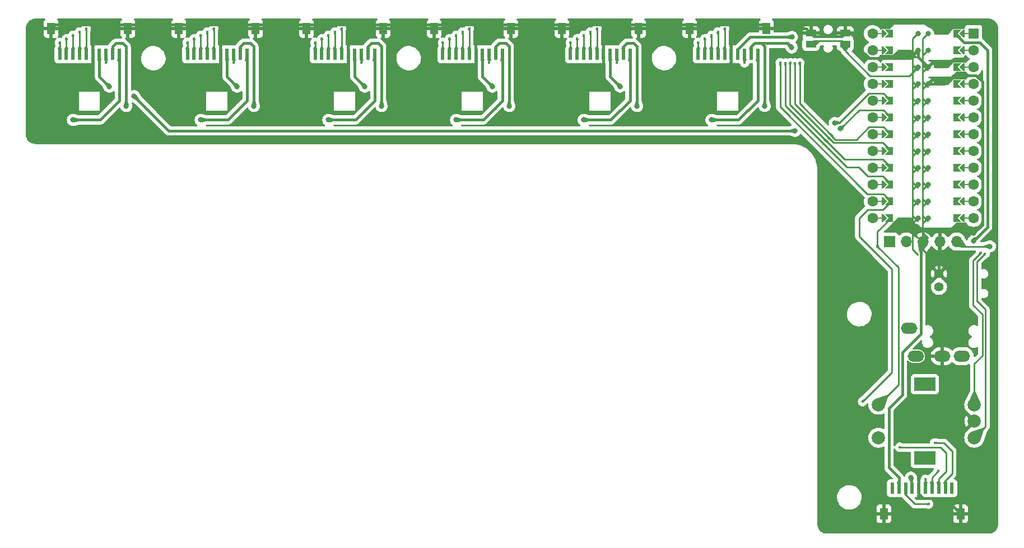
<source format=gbl>
G04 #@! TF.GenerationSoftware,KiCad,Pcbnew,7.0.8*
G04 #@! TF.CreationDate,2023-10-22T00:32:24-07:00*
G04 #@! TF.ProjectId,Seismos_5CoreL,53656973-6d6f-4735-9f35-436f72654c2e,rev?*
G04 #@! TF.SameCoordinates,Original*
G04 #@! TF.FileFunction,Copper,L2,Bot*
G04 #@! TF.FilePolarity,Positive*
%FSLAX46Y46*%
G04 Gerber Fmt 4.6, Leading zero omitted, Abs format (unit mm)*
G04 Created by KiCad (PCBNEW 7.0.8) date 2023-10-22 00:32:24*
%MOMM*%
%LPD*%
G01*
G04 APERTURE LIST*
G04 Aperture macros list*
%AMFreePoly0*
4,1,5,0.125000,-0.500000,-0.125000,-0.500000,-0.125000,0.500000,0.125000,0.500000,0.125000,-0.500000,0.125000,-0.500000,$1*%
%AMFreePoly1*
4,1,6,0.600000,0.200000,0.000000,-0.400000,-0.600000,0.200000,-0.600000,0.400000,0.600000,0.400000,0.600000,0.200000,0.600000,0.200000,$1*%
%AMFreePoly2*
4,1,49,0.004652,0.123753,0.008918,0.124682,0.028635,0.117327,0.062500,0.108253,0.068172,0.102580,0.074910,0.100068,0.087486,0.083266,0.108253,0.062500,0.111163,0.051639,0.117119,0.043683,0.118510,0.024217,0.125000,0.000000,0.121245,-0.014013,0.122144,-0.026571,0.113772,-0.041901,0.108253,-0.062500,0.095633,-0.075119,0.088389,-0.088388,-0.641000,-0.817776,-0.641000,-4.770223,
0.088389,-5.499612,0.109711,-5.528094,0.124682,-5.596918,0.100068,-5.662910,0.043683,-5.705119,-0.026571,-5.710144,-0.088388,-5.676389,-0.854388,-4.910388,-0.867764,-4.892519,-0.871157,-4.889580,-0.871926,-4.886960,-0.875710,-4.881906,-0.882285,-4.851677,-0.891000,-4.822000,-0.891000,-0.766000,-0.887823,-0.743906,-0.888144,-0.739429,-0.886835,-0.737032,-0.885937,-0.730783,-0.869209,-0.704755,
-0.854388,-0.677612,-0.088388,0.088389,-0.064427,0.106325,-0.062500,0.108253,-0.061491,0.108523,-0.059906,0.109711,-0.044779,0.113001,0.000000,0.125000,0.004652,0.123753,0.004652,0.123753,$1*%
%AMFreePoly3*
4,1,6,0.600000,-0.250000,-0.600000,-0.250000,-0.600000,1.000000,0.000000,0.400000,0.600000,1.000000,0.600000,-0.250000,0.600000,-0.250000,$1*%
G04 Aperture macros list end*
G04 #@! TA.AperFunction,ComponentPad*
%ADD10C,1.400000*%
G04 #@! TD*
G04 #@! TA.AperFunction,ComponentPad*
%ADD11C,2.000000*%
G04 #@! TD*
G04 #@! TA.AperFunction,ComponentPad*
%ADD12R,3.200000X2.000000*%
G04 #@! TD*
G04 #@! TA.AperFunction,ComponentPad*
%ADD13O,2.500000X1.700000*%
G04 #@! TD*
G04 #@! TA.AperFunction,ComponentPad*
%ADD14R,1.700000X1.700000*%
G04 #@! TD*
G04 #@! TA.AperFunction,ComponentPad*
%ADD15O,1.700000X1.700000*%
G04 #@! TD*
G04 #@! TA.AperFunction,ComponentPad*
%ADD16C,1.600000*%
G04 #@! TD*
G04 #@! TA.AperFunction,ComponentPad*
%ADD17R,1.600000X1.600000*%
G04 #@! TD*
G04 #@! TA.AperFunction,SMDPad,CuDef*
%ADD18FreePoly0,270.000000*%
G04 #@! TD*
G04 #@! TA.AperFunction,SMDPad,CuDef*
%ADD19FreePoly1,270.000000*%
G04 #@! TD*
G04 #@! TA.AperFunction,SMDPad,CuDef*
%ADD20FreePoly1,90.000000*%
G04 #@! TD*
G04 #@! TA.AperFunction,SMDPad,CuDef*
%ADD21FreePoly0,90.000000*%
G04 #@! TD*
G04 #@! TA.AperFunction,SMDPad,CuDef*
%ADD22FreePoly2,270.000000*%
G04 #@! TD*
G04 #@! TA.AperFunction,ComponentPad*
%ADD23C,0.800000*%
G04 #@! TD*
G04 #@! TA.AperFunction,SMDPad,CuDef*
%ADD24FreePoly3,90.000000*%
G04 #@! TD*
G04 #@! TA.AperFunction,SMDPad,CuDef*
%ADD25FreePoly3,270.000000*%
G04 #@! TD*
G04 #@! TA.AperFunction,SMDPad,CuDef*
%ADD26FreePoly2,90.000000*%
G04 #@! TD*
G04 #@! TA.AperFunction,SMDPad,CuDef*
%ADD27R,0.600000X1.700000*%
G04 #@! TD*
G04 #@! TA.AperFunction,SMDPad,CuDef*
%ADD28R,1.200000X1.800000*%
G04 #@! TD*
G04 #@! TA.AperFunction,SMDPad,CuDef*
%ADD29R,1.550000X1.000000*%
G04 #@! TD*
G04 #@! TA.AperFunction,ViaPad*
%ADD30C,0.800000*%
G04 #@! TD*
G04 #@! TA.AperFunction,ViaPad*
%ADD31C,0.400000*%
G04 #@! TD*
G04 #@! TA.AperFunction,Conductor*
%ADD32C,0.381000*%
G04 #@! TD*
G04 #@! TA.AperFunction,Conductor*
%ADD33C,0.254000*%
G04 #@! TD*
G04 APERTURE END LIST*
D10*
X168050500Y-60632000D03*
X168050500Y-58632000D03*
D11*
X173390000Y-83460000D03*
X173390000Y-78460000D03*
X173390000Y-80960000D03*
D12*
X165890000Y-86560000D03*
X165890000Y-75360000D03*
D11*
X158890000Y-78460000D03*
X158890000Y-83460000D03*
D13*
X164530000Y-71125000D03*
X168530000Y-71125000D03*
X171530000Y-71125000D03*
X163530000Y-66925000D03*
D14*
X160556000Y-53766000D03*
D15*
X163096000Y-53766000D03*
X165636000Y-53766000D03*
X168176000Y-53766000D03*
X170716000Y-53766000D03*
D16*
X173256000Y-22286000D03*
D17*
X173256000Y-22286000D03*
D18*
X171986000Y-22286000D03*
D19*
X171478000Y-22286000D03*
D20*
X159794000Y-22286000D03*
D21*
X159286000Y-22286000D03*
D16*
X158016000Y-22286000D03*
X173256000Y-24826000D03*
D18*
X171986000Y-24826000D03*
D19*
X171478000Y-24826000D03*
D20*
X159794000Y-24826000D03*
D21*
X159286000Y-24826000D03*
D16*
X158016000Y-24826000D03*
X173256000Y-27366000D03*
D18*
X171986000Y-27366000D03*
D19*
X171478000Y-27366000D03*
D20*
X159794000Y-27366000D03*
D21*
X159286000Y-27366000D03*
D16*
X158016000Y-27366000D03*
X173256000Y-29906000D03*
D18*
X171986000Y-29906000D03*
D19*
X171478000Y-29906000D03*
D20*
X159794000Y-29906000D03*
D21*
X159286000Y-29906000D03*
D16*
X158016000Y-29906000D03*
X173256000Y-32446000D03*
D18*
X171986000Y-32446000D03*
D19*
X171478000Y-32446000D03*
D20*
X159794000Y-32446000D03*
D21*
X159286000Y-32446000D03*
D16*
X158016000Y-32446000D03*
X173256000Y-34986000D03*
D18*
X171986000Y-34986000D03*
D19*
X171478000Y-34986000D03*
D20*
X159794000Y-34986000D03*
D21*
X159286000Y-34986000D03*
D16*
X158016000Y-34986000D03*
X173256000Y-37526000D03*
D18*
X171986000Y-37526000D03*
D19*
X171478000Y-37526000D03*
D20*
X159794000Y-37526000D03*
D21*
X159286000Y-37526000D03*
D16*
X158016000Y-37526000D03*
X173256000Y-40066000D03*
D18*
X171986000Y-40066000D03*
D19*
X171478000Y-40066000D03*
D20*
X159794000Y-40066000D03*
D21*
X159286000Y-40066000D03*
D16*
X158016000Y-40066000D03*
X173256000Y-42606000D03*
D18*
X171986000Y-42606000D03*
D19*
X171478000Y-42606000D03*
D20*
X159794000Y-42606000D03*
D21*
X159286000Y-42606000D03*
D16*
X158016000Y-42606000D03*
X173256000Y-45146000D03*
D18*
X171986000Y-45146000D03*
D19*
X171478000Y-45146000D03*
D20*
X159794000Y-45146000D03*
D21*
X159286000Y-45146000D03*
D16*
X158016000Y-45146000D03*
X173256000Y-47686000D03*
D18*
X171986000Y-47686000D03*
D19*
X171478000Y-47686000D03*
D20*
X159794000Y-47686000D03*
D21*
X159286000Y-47686000D03*
D16*
X158016000Y-47686000D03*
X173256000Y-50226000D03*
D18*
X171986000Y-50226000D03*
D19*
X171478000Y-50226000D03*
D20*
X159794000Y-50226000D03*
D21*
X159286000Y-50226000D03*
D16*
X158016000Y-50226000D03*
D22*
X166398000Y-22286000D03*
D23*
X166398000Y-22286000D03*
D24*
X160810000Y-22286000D03*
D22*
X166398000Y-24826000D03*
D23*
X166398000Y-24826000D03*
D24*
X160810000Y-24826000D03*
D22*
X166398000Y-27366000D03*
D23*
X166398000Y-27366000D03*
D24*
X160810000Y-27366000D03*
D22*
X166398000Y-29906000D03*
D23*
X166398000Y-29906000D03*
D24*
X160810000Y-29906000D03*
D22*
X166398000Y-32446000D03*
D23*
X166398000Y-32446000D03*
D24*
X160810000Y-32446000D03*
D22*
X166398000Y-34986000D03*
D23*
X166398000Y-34986000D03*
D24*
X160810000Y-34986000D03*
D22*
X166398000Y-37526000D03*
D23*
X166398000Y-37526000D03*
D24*
X160810000Y-37526000D03*
D22*
X166398000Y-40066000D03*
D23*
X166398000Y-40066000D03*
D24*
X160810000Y-40066000D03*
D22*
X166398000Y-42606000D03*
D23*
X166398000Y-42606000D03*
D24*
X160810000Y-42606000D03*
D22*
X166398000Y-45146000D03*
D23*
X166398000Y-45146000D03*
D24*
X160810000Y-45146000D03*
D22*
X166398000Y-47686000D03*
D23*
X166398000Y-47686000D03*
D24*
X160810000Y-47686000D03*
D22*
X166398000Y-50226000D03*
D23*
X166398000Y-50226000D03*
D24*
X160810000Y-50226000D03*
D25*
X170462000Y-50226000D03*
D26*
X164874000Y-50226000D03*
D23*
X164874000Y-50226000D03*
D25*
X170462000Y-47686000D03*
D26*
X164874000Y-47686000D03*
D23*
X164874000Y-47686000D03*
D25*
X170462000Y-45146000D03*
D26*
X164874000Y-45146000D03*
D23*
X164874000Y-45146000D03*
D25*
X170462000Y-42606000D03*
D26*
X164874000Y-42606000D03*
D23*
X164874000Y-42606000D03*
D25*
X170462000Y-40066000D03*
D26*
X164874000Y-40066000D03*
D23*
X164874000Y-40066000D03*
D25*
X170462000Y-37526000D03*
D26*
X164874000Y-37526000D03*
D23*
X164874000Y-37526000D03*
D25*
X170462000Y-34986000D03*
D26*
X164874000Y-34986000D03*
D23*
X164874000Y-34986000D03*
D25*
X170462000Y-32446000D03*
D26*
X164874000Y-32446000D03*
D23*
X164874000Y-32446000D03*
D25*
X170462000Y-29906000D03*
D26*
X164874000Y-29906000D03*
D23*
X164874000Y-29906000D03*
D25*
X170462000Y-27366000D03*
D26*
X164874000Y-27366000D03*
D23*
X164874000Y-27366000D03*
D25*
X170462000Y-24826000D03*
D26*
X164874000Y-24826000D03*
D23*
X164874000Y-24826000D03*
D25*
X170462000Y-22286000D03*
D26*
X164874000Y-22286000D03*
D23*
X164874000Y-22286000D03*
D27*
X35150000Y-25386000D03*
X36150000Y-25386000D03*
X37150000Y-25385000D03*
X38150000Y-25385000D03*
X39150000Y-25385000D03*
X40150000Y-25385000D03*
X41150000Y-25385000D03*
X42150000Y-25385000D03*
X43150000Y-25385000D03*
X44150000Y-25385000D03*
D28*
X33850000Y-21510000D03*
X45450000Y-21510000D03*
D27*
X54450000Y-25386000D03*
X55450000Y-25386000D03*
X56450000Y-25385000D03*
X57450000Y-25385000D03*
X58450000Y-25385000D03*
X59450000Y-25385000D03*
X60450000Y-25385000D03*
X61450000Y-25385000D03*
X62450000Y-25385000D03*
X63450000Y-25385000D03*
D28*
X53150000Y-21510000D03*
X64750000Y-21510000D03*
D29*
X153887500Y-23899500D03*
X153887500Y-22199500D03*
X148687500Y-23899500D03*
X148687500Y-22199500D03*
D27*
X131650000Y-25386000D03*
X132650000Y-25386000D03*
X133650000Y-25385000D03*
X134650000Y-25385000D03*
X135650000Y-25385000D03*
X136650000Y-25385000D03*
X137650000Y-25385000D03*
X138650000Y-25385000D03*
X139650000Y-25385000D03*
X140650000Y-25385000D03*
D28*
X130350000Y-21510000D03*
X141950000Y-21510000D03*
D27*
X170000000Y-91114000D03*
X169000000Y-91114000D03*
X168000000Y-91115000D03*
X167000000Y-91115000D03*
X166000000Y-91115000D03*
X165000000Y-91115000D03*
X164000000Y-91115000D03*
X163000000Y-91115000D03*
X162000000Y-91115000D03*
X161000000Y-91115000D03*
D28*
X171300000Y-94990000D03*
X159700000Y-94990000D03*
D27*
X93050000Y-25386000D03*
X94050000Y-25386000D03*
X95050000Y-25385000D03*
X96050000Y-25385000D03*
X97050000Y-25385000D03*
X98050000Y-25385000D03*
X99050000Y-25385000D03*
X100050000Y-25385000D03*
X101050000Y-25385000D03*
X102050000Y-25385000D03*
D28*
X91750000Y-21510000D03*
X103350000Y-21510000D03*
D27*
X73750000Y-25386000D03*
X74750000Y-25386000D03*
X75750000Y-25385000D03*
X76750000Y-25385000D03*
X77750000Y-25385000D03*
X78750000Y-25385000D03*
X79750000Y-25385000D03*
X80750000Y-25385000D03*
X81750000Y-25385000D03*
X82750000Y-25385000D03*
D28*
X72450000Y-21510000D03*
X84050000Y-21510000D03*
D27*
X112350000Y-25386000D03*
X113350000Y-25386000D03*
X114350000Y-25385000D03*
X115350000Y-25385000D03*
X116350000Y-25385000D03*
X117350000Y-25385000D03*
X118350000Y-25385000D03*
X119350000Y-25385000D03*
X120350000Y-25385000D03*
X121350000Y-25385000D03*
D28*
X111050000Y-21510000D03*
X122650000Y-21510000D03*
D30*
X72450000Y-31750000D03*
X130350000Y-31750000D03*
X111050000Y-31750000D03*
X91750000Y-31750000D03*
X173309500Y-52525500D03*
X168530000Y-66047000D03*
X53150000Y-31750000D03*
X151300000Y-29975000D03*
X33850000Y-31750000D03*
D31*
X97050000Y-21490000D03*
X151894372Y-37727939D03*
X77750000Y-21490000D03*
X39150000Y-21490000D03*
X58450000Y-21490000D03*
X135650000Y-21490000D03*
X166000000Y-89750000D03*
X116350000Y-21490000D03*
X147000000Y-26700000D03*
X115350000Y-22016500D03*
X151417895Y-38091769D03*
X96050000Y-22016500D03*
X57450000Y-22016500D03*
X38150000Y-22016500D03*
X134650000Y-22016500D03*
X146277708Y-26722292D03*
X167973500Y-88500000D03*
X76750000Y-22016500D03*
X133650000Y-22543000D03*
X150987491Y-38509089D03*
X95050000Y-22543000D03*
X145552708Y-26697292D03*
X56450000Y-22543000D03*
X162100000Y-84900000D03*
X114350000Y-22543000D03*
X75750000Y-22543000D03*
X37150000Y-22543000D03*
X150565736Y-38935147D03*
X94050000Y-23069500D03*
X144830416Y-26719584D03*
X132650000Y-23069500D03*
X74750000Y-23069500D03*
X55450000Y-23069500D03*
X113350000Y-23069500D03*
X36150000Y-23069500D03*
X167400000Y-84250000D03*
D30*
X141700000Y-33250000D03*
X103100000Y-33250000D03*
X83800000Y-33250000D03*
X122400000Y-33250000D03*
X145775000Y-24375000D03*
X45200000Y-33250000D03*
X64500000Y-33250000D03*
X153152500Y-36702815D03*
X152291385Y-35808615D03*
X145824000Y-22794000D03*
D31*
X138650000Y-26700000D03*
X119350000Y-26700000D03*
X100050000Y-26700000D03*
X80750000Y-26700000D03*
X61450000Y-26700000D03*
X42150000Y-26700000D03*
D30*
X173276468Y-53676468D03*
D31*
X175000000Y-55600000D03*
X174392563Y-55462852D03*
D30*
X119848100Y-30299300D03*
X100548100Y-30299300D03*
X81248100Y-30299300D03*
X61948100Y-30299300D03*
X42648100Y-30299300D03*
D31*
X112350000Y-23596000D03*
X144058124Y-26691876D03*
X156500000Y-78000000D03*
X54450000Y-23596000D03*
X131650000Y-23596000D03*
X93050000Y-23596000D03*
X35150000Y-23596000D03*
X73750000Y-23596000D03*
D30*
X175726500Y-54500000D03*
X146300000Y-37000000D03*
X46400000Y-31750000D03*
X163800000Y-89500000D03*
D31*
X158750000Y-54500000D03*
X166500000Y-93500000D03*
D30*
X133650000Y-35348800D03*
X114350000Y-35348800D03*
X95050000Y-35348800D03*
X75750000Y-35348800D03*
X56450000Y-35348800D03*
X37150000Y-35348800D03*
D32*
X78750000Y-26750000D02*
X77650000Y-27850000D01*
X153887500Y-22199500D02*
X154662500Y-22199500D01*
X78750000Y-25385000D02*
X78750000Y-26750000D01*
X147978000Y-21510000D02*
X147988000Y-21500000D01*
X40150000Y-25385000D02*
X40150000Y-26750000D01*
X111050000Y-26350000D02*
X111050000Y-25250000D01*
X33850000Y-21510000D02*
X34460000Y-20900000D01*
X33850000Y-26350000D02*
X33850000Y-25250000D01*
X166400000Y-60282500D02*
X168050500Y-58632000D01*
X174600000Y-51235000D02*
X174600000Y-29566378D01*
X173633622Y-28600000D02*
X170200000Y-28600000D01*
X149187500Y-22699500D02*
X153387500Y-22699500D01*
X168530000Y-66047000D02*
X166400000Y-63917000D01*
X112550000Y-27850000D02*
X111050000Y-26350000D01*
X93250000Y-27850000D02*
X91750000Y-26350000D01*
X168960000Y-92650000D02*
X171300000Y-94990000D01*
X35350000Y-27850000D02*
X33850000Y-26350000D01*
X153387500Y-22699500D02*
X153887500Y-22199500D01*
X173390000Y-80960000D02*
X171300000Y-83050000D01*
X72450000Y-31750000D02*
X72450000Y-21954000D01*
X130350000Y-26350000D02*
X130350000Y-25250000D01*
X59450000Y-25385000D02*
X59450000Y-26750000D01*
X136650000Y-26750000D02*
X135550000Y-27850000D01*
X40150000Y-26750000D02*
X39050000Y-27850000D01*
X33850000Y-31750000D02*
X33850000Y-25250000D01*
X154662500Y-22199500D02*
X156200000Y-23737000D01*
X53150000Y-31750000D02*
X53150000Y-21954000D01*
X77650000Y-27850000D02*
X73950000Y-27850000D01*
X168894000Y-29906000D02*
X166398000Y-29906000D01*
X34460000Y-20900000D02*
X141340000Y-20900000D01*
X173309500Y-52525500D02*
X174600000Y-51235000D01*
X147988000Y-21500000D02*
X148687500Y-22199500D01*
X168530000Y-71997000D02*
X168530000Y-66047000D01*
X58350000Y-27850000D02*
X54650000Y-27850000D01*
X173390000Y-80960000D02*
X168530000Y-76100000D01*
X135550000Y-27850000D02*
X131850000Y-27850000D01*
X164874000Y-24826000D02*
X164874000Y-25842000D01*
X96950000Y-27850000D02*
X93250000Y-27850000D01*
X163683500Y-26016500D02*
X164874000Y-24826000D01*
X141340000Y-20900000D02*
X141950000Y-21510000D01*
X148687500Y-22199500D02*
X149187500Y-22699500D01*
X33850000Y-25250000D02*
X33850000Y-21954000D01*
X111050000Y-31750000D02*
X111050000Y-21954000D01*
X168050500Y-58632000D02*
X168050500Y-53891500D01*
X130350000Y-31750000D02*
X130350000Y-21954000D01*
X165000000Y-91115000D02*
X165000000Y-91965000D01*
X141950000Y-21510000D02*
X147978000Y-21510000D01*
X54650000Y-27850000D02*
X53150000Y-26350000D01*
X168530000Y-76100000D02*
X168530000Y-71997000D01*
X116250000Y-27850000D02*
X112550000Y-27850000D01*
X53150000Y-26350000D02*
X53150000Y-25250000D01*
X166400000Y-63917000D02*
X166400000Y-60282500D01*
X72450000Y-26350000D02*
X72450000Y-25250000D01*
X98050000Y-26750000D02*
X96950000Y-27850000D01*
X91750000Y-31750000D02*
X91750000Y-21954000D01*
X171300000Y-83050000D02*
X171300000Y-94990000D01*
X174600000Y-29566378D02*
X173633622Y-28600000D01*
X165000000Y-91965000D02*
X165685000Y-92650000D01*
X131850000Y-27850000D02*
X130350000Y-26350000D01*
X159700000Y-94990000D02*
X171300000Y-94990000D01*
X117350000Y-26750000D02*
X116250000Y-27850000D01*
X157522878Y-26016500D02*
X163683500Y-26016500D01*
X73950000Y-27850000D02*
X72450000Y-26350000D01*
X170200000Y-28600000D02*
X168894000Y-29906000D01*
X117350000Y-25385000D02*
X117350000Y-26750000D01*
X98050000Y-25385000D02*
X98050000Y-26750000D01*
X165685000Y-92650000D02*
X168960000Y-92650000D01*
X91750000Y-26350000D02*
X91750000Y-25250000D01*
X164874000Y-25842000D02*
X166398000Y-27366000D01*
X59450000Y-26750000D02*
X58350000Y-27850000D01*
X156200000Y-24693622D02*
X157522878Y-26016500D01*
X168050500Y-53891500D02*
X168176000Y-53766000D01*
X39050000Y-27850000D02*
X35350000Y-27850000D01*
X156200000Y-23737000D02*
X156200000Y-24693622D01*
X136650000Y-25385000D02*
X136650000Y-26750000D01*
D33*
X116350000Y-25385000D02*
X116350000Y-21490000D01*
X39150000Y-25385000D02*
X39150000Y-21490000D01*
X166000000Y-91115000D02*
X166000000Y-89750000D01*
X157476000Y-36399000D02*
X159683000Y-36399000D01*
X77750000Y-25385000D02*
X77750000Y-21490000D01*
X135650000Y-25385000D02*
X135650000Y-21490000D01*
X58450000Y-25385000D02*
X58450000Y-21490000D01*
X97050000Y-25385000D02*
X97050000Y-21490000D01*
X152397366Y-38320000D02*
X155555000Y-38320000D01*
X159683000Y-36399000D02*
X160810000Y-37526000D01*
X147000000Y-32833567D02*
X151894372Y-37727939D01*
X155555000Y-38320000D02*
X157476000Y-36399000D01*
X147000000Y-26700000D02*
X147000000Y-32833567D01*
X151894372Y-37727939D02*
X151894372Y-37817006D01*
X151894372Y-37817006D02*
X152397366Y-38320000D01*
X146288364Y-32962238D02*
X151417895Y-38091769D01*
X115350000Y-25385000D02*
X115350000Y-22016500D01*
X134650000Y-25385000D02*
X134650000Y-22016500D01*
X57450000Y-25385000D02*
X57450000Y-22016500D01*
X151417895Y-38091769D02*
X152122126Y-38796000D01*
X96050000Y-25385000D02*
X96050000Y-22016500D01*
X146288364Y-26732948D02*
X146288364Y-32962238D01*
X159540000Y-38796000D02*
X160810000Y-40066000D01*
X167000000Y-89473500D02*
X167973500Y-88500000D01*
X167000000Y-91115000D02*
X167000000Y-89473500D01*
X152122126Y-38796000D02*
X159540000Y-38796000D01*
X38150000Y-25385000D02*
X38150000Y-22016500D01*
X76750000Y-25385000D02*
X76750000Y-22016500D01*
X146277708Y-26722292D02*
X146288364Y-26732948D01*
X159534419Y-41330419D02*
X153808821Y-41330419D01*
X160810000Y-42606000D02*
X159534419Y-41330419D01*
X95050000Y-22543000D02*
X95050000Y-25385000D01*
X145543738Y-26706262D02*
X145543738Y-33065336D01*
X168300000Y-84950000D02*
X169150000Y-85800000D01*
X168000000Y-89700000D02*
X168000000Y-91115000D01*
X162100000Y-84900000D02*
X162150000Y-84950000D01*
X169150000Y-85800000D02*
X169150000Y-88550000D01*
X75750000Y-22543000D02*
X75750000Y-25385000D01*
X37150000Y-22543000D02*
X37150000Y-25385000D01*
X145543738Y-33065336D02*
X150987491Y-38509089D01*
X114350000Y-22543000D02*
X114350000Y-25385000D01*
X56450000Y-22543000D02*
X56450000Y-25385000D01*
X162150000Y-84950000D02*
X168300000Y-84950000D01*
X169150000Y-88550000D02*
X168000000Y-89700000D01*
X145552708Y-26697292D02*
X145543738Y-26706262D01*
X153808821Y-41330419D02*
X150987491Y-38509089D01*
X133650000Y-22543000D02*
X133650000Y-25385000D01*
X159540000Y-43876000D02*
X160810000Y-45146000D01*
X132650000Y-25386000D02*
X132650000Y-23069500D01*
X169000000Y-89950000D02*
X169000000Y-91114000D01*
X157276000Y-43876000D02*
X159540000Y-43876000D01*
X167400000Y-84250000D02*
X168800000Y-84250000D01*
X154130589Y-42500000D02*
X155900000Y-42500000D01*
X155900000Y-42500000D02*
X157276000Y-43876000D01*
X74750000Y-25386000D02*
X74750000Y-23069500D01*
X144799323Y-26750677D02*
X144799323Y-33168734D01*
X36150000Y-25386000D02*
X36150000Y-23069500D01*
X94050000Y-25386000D02*
X94050000Y-23069500D01*
X170050000Y-88900000D02*
X169000000Y-89950000D01*
X144799323Y-33168734D02*
X154130589Y-42500000D01*
X144830416Y-26719584D02*
X144799323Y-26750677D01*
X113350000Y-25386000D02*
X113350000Y-23069500D01*
X170050000Y-85500000D02*
X170050000Y-88900000D01*
X168800000Y-84250000D02*
X170050000Y-85500000D01*
X55450000Y-25386000D02*
X55450000Y-23069500D01*
D32*
X141200000Y-23750000D02*
X140150000Y-23750000D01*
X83800000Y-33250000D02*
X83800000Y-24250000D01*
X162500000Y-70495489D02*
X162500000Y-77000000D01*
X140150000Y-23750000D02*
X139650000Y-24250000D01*
X103100000Y-33250000D02*
X103100000Y-24250000D01*
X64500000Y-24250000D02*
X64000000Y-23750000D01*
X82250000Y-23750000D02*
X81750000Y-24250000D01*
X62450000Y-24250000D02*
X62450000Y-25385000D01*
X45200000Y-24250000D02*
X44700000Y-23750000D01*
X141700000Y-33250000D02*
X141700000Y-24250000D01*
X62950000Y-23750000D02*
X62450000Y-24250000D01*
X101050000Y-24250000D02*
X101050000Y-25385000D01*
X44700000Y-23750000D02*
X43650000Y-23750000D01*
X120350000Y-24250000D02*
X120350000Y-25385000D01*
X43150000Y-24250000D02*
X43150000Y-25385000D01*
X162500000Y-77000000D02*
X160500000Y-79000000D01*
X141700000Y-24250000D02*
X141200000Y-23750000D01*
X83800000Y-24250000D02*
X83300000Y-23750000D01*
X139650000Y-24250000D02*
X139650000Y-25385000D01*
X122400000Y-33250000D02*
X122400000Y-24250000D01*
X45200000Y-33250000D02*
X45200000Y-24250000D01*
X81750000Y-24250000D02*
X81750000Y-25385000D01*
X64500000Y-33250000D02*
X64500000Y-24250000D01*
X162000000Y-89500000D02*
X162000000Y-91115000D01*
X120850000Y-23750000D02*
X120350000Y-24250000D01*
X165289500Y-54112500D02*
X165289500Y-67705989D01*
X83300000Y-23750000D02*
X82250000Y-23750000D01*
X165636000Y-53766000D02*
X165289500Y-54112500D01*
X165289500Y-67705989D02*
X162500000Y-70495489D01*
X122400000Y-24250000D02*
X121900000Y-23750000D01*
X102600000Y-23750000D02*
X101550000Y-23750000D01*
X145150000Y-23750000D02*
X145775000Y-24375000D01*
X101550000Y-23750000D02*
X101050000Y-24250000D01*
X103100000Y-24250000D02*
X102600000Y-23750000D01*
X160500000Y-79000000D02*
X160500000Y-88000000D01*
X43650000Y-23750000D02*
X43150000Y-24250000D01*
X121900000Y-23750000D02*
X120850000Y-23750000D01*
X140150000Y-23750000D02*
X145150000Y-23750000D01*
X64000000Y-23750000D02*
X62950000Y-23750000D01*
X160500000Y-88000000D02*
X162000000Y-89500000D01*
D33*
X155996315Y-33859000D02*
X159683000Y-33859000D01*
X159683000Y-33859000D02*
X160810000Y-34986000D01*
X153152500Y-36702815D02*
X155996315Y-33859000D01*
X152916385Y-35808615D02*
X157406000Y-31319000D01*
X152291385Y-35808615D02*
X152916385Y-35808615D01*
X159683000Y-31319000D02*
X160810000Y-32446000D01*
X157406000Y-31319000D02*
X159683000Y-31319000D01*
D32*
X137650000Y-24682750D02*
X137650000Y-25385000D01*
X145817500Y-22800500D02*
X139532250Y-22800500D01*
X139532250Y-22800500D02*
X137650000Y-24682750D01*
X145824000Y-22794000D02*
X145817500Y-22800500D01*
D33*
X138650000Y-25385000D02*
X138650000Y-26700000D01*
X119350000Y-25385000D02*
X119350000Y-26700000D01*
X100050000Y-25385000D02*
X100050000Y-26700000D01*
X80750000Y-25385000D02*
X80750000Y-26700000D01*
X61450000Y-25385000D02*
X61450000Y-26700000D01*
X42150000Y-25385000D02*
X42150000Y-26700000D01*
D32*
X174235500Y-23635500D02*
X171811500Y-23635500D01*
X175400000Y-24800000D02*
X174235500Y-23635500D01*
X175400000Y-51552936D02*
X175400000Y-24800000D01*
X173276468Y-53676468D02*
X175400000Y-51552936D01*
X171811500Y-23635500D02*
X170462000Y-22286000D01*
D33*
X163552000Y-28688000D02*
X164874000Y-27366000D01*
X153887500Y-23899500D02*
X153887500Y-24937500D01*
X153887500Y-24937500D02*
X157638000Y-28688000D01*
X153387500Y-23399500D02*
X153887500Y-23899500D01*
X148687500Y-23899500D02*
X149187500Y-23399500D01*
X149187500Y-23399500D02*
X153387500Y-23399500D01*
X157638000Y-28688000D02*
X163552000Y-28688000D01*
X173800000Y-56800000D02*
X173800000Y-62854000D01*
X175054000Y-64054000D02*
X175054000Y-81796000D01*
X175054000Y-81796000D02*
X173390000Y-83460000D01*
X173854000Y-62854000D02*
X175054000Y-64054000D01*
X175000000Y-55600000D02*
X173800000Y-56800000D01*
X173800000Y-62854000D02*
X173854000Y-62854000D01*
X173390000Y-72210000D02*
X173390000Y-78460000D01*
X173200000Y-63400000D02*
X174600000Y-64800000D01*
X174600000Y-71000000D02*
X173390000Y-72210000D01*
X174600000Y-64800000D02*
X174600000Y-71000000D01*
X173200000Y-56655415D02*
X173200000Y-63400000D01*
X174392563Y-55462852D02*
X173200000Y-56655415D01*
D32*
X118350000Y-28801200D02*
X118350000Y-25385000D01*
X119848100Y-30299300D02*
X118350000Y-28801200D01*
X100548100Y-30299300D02*
X99050000Y-28801200D01*
X99050000Y-28801200D02*
X99050000Y-25385000D01*
X79750000Y-28801200D02*
X79750000Y-25385000D01*
X81248100Y-30299300D02*
X79750000Y-28801200D01*
X61948100Y-30299300D02*
X60450000Y-28801200D01*
X60450000Y-28801200D02*
X60450000Y-25385000D01*
X42648100Y-30299300D02*
X41150000Y-28801200D01*
X41150000Y-28801200D02*
X41150000Y-25385000D01*
D33*
X157254000Y-48956000D02*
X159540000Y-48956000D01*
X156000000Y-50210000D02*
X157254000Y-48956000D01*
X144055125Y-26694875D02*
X144055125Y-33405125D01*
X144058124Y-26691876D02*
X144055125Y-26694875D01*
X156000000Y-53000000D02*
X156000000Y-50210000D01*
X159540000Y-48956000D02*
X160810000Y-47686000D01*
X144055125Y-33405125D02*
X157209000Y-46559000D01*
X93050000Y-25386000D02*
X93050000Y-23596000D01*
X73750000Y-25386000D02*
X73750000Y-23596000D01*
X157209000Y-46559000D02*
X159683000Y-46559000D01*
X54450000Y-25386000D02*
X54450000Y-23596000D01*
X112350000Y-25386000D02*
X112350000Y-23596000D01*
X156500000Y-78000000D02*
X160946000Y-73554000D01*
X160946000Y-57946000D02*
X156000000Y-53000000D01*
X131650000Y-25386000D02*
X131650000Y-23596000D01*
X35150000Y-25386000D02*
X35150000Y-23596000D01*
X160946000Y-73554000D02*
X160946000Y-57946000D01*
X159683000Y-46559000D02*
X160810000Y-47686000D01*
X171450000Y-54500000D02*
X175726500Y-54500000D01*
X170716000Y-53766000D02*
X171450000Y-54500000D01*
D32*
X51650000Y-37000000D02*
X46400000Y-31750000D01*
X146300000Y-37000000D02*
X51650000Y-37000000D01*
X163900000Y-89600000D02*
X163900000Y-90150000D01*
X163800000Y-89500000D02*
X163900000Y-89600000D01*
D33*
X163000000Y-92150000D02*
X164350000Y-93500000D01*
X164350000Y-93500000D02*
X166500000Y-93500000D01*
X158890000Y-78460000D02*
X161919000Y-75431000D01*
X161919000Y-57669000D02*
X158750000Y-54500000D01*
X163000000Y-91115000D02*
X163000000Y-92150000D01*
X158750000Y-54500000D02*
X158750000Y-52286000D01*
X158750000Y-52286000D02*
X160810000Y-50226000D01*
X161919000Y-75431000D02*
X161919000Y-57669000D01*
D32*
X137750000Y-35348800D02*
X140650000Y-32448800D01*
X133650000Y-35348800D02*
X137750000Y-35348800D01*
X140650000Y-32448800D02*
X140650000Y-25385000D01*
X118450000Y-35348800D02*
X121350000Y-32448800D01*
X114350000Y-35348800D02*
X118450000Y-35348800D01*
X121350000Y-32448800D02*
X121350000Y-25385000D01*
X102050000Y-32448800D02*
X102050000Y-25385000D01*
X95050000Y-35348800D02*
X99150000Y-35348800D01*
X99150000Y-35348800D02*
X102050000Y-32448800D01*
X82750000Y-32448800D02*
X82750000Y-25385000D01*
X79850000Y-35348800D02*
X82750000Y-32448800D01*
X75750000Y-35348800D02*
X79850000Y-35348800D01*
X60550000Y-35348800D02*
X63450000Y-32448800D01*
X63450000Y-32448800D02*
X63450000Y-25385000D01*
X56450000Y-35348800D02*
X60550000Y-35348800D01*
X44150000Y-32448800D02*
X44150000Y-25385000D01*
X37150000Y-35348800D02*
X41250000Y-35348800D01*
X41250000Y-35348800D02*
X44150000Y-32448800D01*
G04 #@! TA.AperFunction,Conductor*
G36*
X163903535Y-50118414D02*
G01*
X163949290Y-50171218D01*
X163959801Y-50219537D01*
X163959817Y-50219536D01*
X163959831Y-50219674D01*
X163960496Y-50222729D01*
X163960496Y-50225996D01*
X163960496Y-50226000D01*
X163980458Y-50415928D01*
X163980459Y-50415931D01*
X164039470Y-50597549D01*
X164039473Y-50597556D01*
X164134960Y-50762944D01*
X164191736Y-50826000D01*
X164258239Y-50899860D01*
X164262747Y-50904866D01*
X164417248Y-51017118D01*
X164591712Y-51094794D01*
X164778513Y-51134500D01*
X164827840Y-51134500D01*
X164894879Y-51154185D01*
X164915521Y-51170819D01*
X165134614Y-51389912D01*
X165151246Y-51410550D01*
X165153291Y-51413733D01*
X165153295Y-51413737D01*
X165190152Y-51445673D01*
X165193393Y-51448690D01*
X165197854Y-51453151D01*
X165197854Y-51453152D01*
X165201059Y-51456357D01*
X165201066Y-51456362D01*
X165201067Y-51456363D01*
X165209749Y-51462862D01*
X165213197Y-51465641D01*
X165263803Y-51509491D01*
X165263807Y-51509494D01*
X165263810Y-51509496D01*
X165298431Y-51531745D01*
X165298431Y-51531746D01*
X165325556Y-51549178D01*
X165325565Y-51549182D01*
X165336155Y-51554019D01*
X165340107Y-51555997D01*
X165361930Y-51567909D01*
X165361930Y-51567910D01*
X165366143Y-51570210D01*
X165366150Y-51570212D01*
X165366153Y-51570214D01*
X165371678Y-51572274D01*
X165393899Y-51580560D01*
X165397956Y-51582241D01*
X165423782Y-51594035D01*
X165458558Y-51609917D01*
X165458559Y-51609917D01*
X165458563Y-51609919D01*
X165465921Y-51610976D01*
X165468245Y-51611311D01*
X165493930Y-51617866D01*
X165496939Y-51618988D01*
X165503109Y-51621289D01*
X165531434Y-51623314D01*
X165569607Y-51626044D01*
X165573994Y-51626515D01*
X165598078Y-51629978D01*
X165603296Y-51630729D01*
X165632890Y-51630729D01*
X165637313Y-51630886D01*
X165648960Y-51631720D01*
X165660607Y-51630886D01*
X165665030Y-51630729D01*
X169620017Y-51630729D01*
X169646366Y-51633561D01*
X169650061Y-51634365D01*
X169698686Y-51630887D01*
X169703111Y-51630729D01*
X169713978Y-51630729D01*
X169715566Y-51630500D01*
X169724743Y-51629180D01*
X169729102Y-51628711D01*
X169795911Y-51623933D01*
X169818642Y-51618988D01*
X169818641Y-51618987D01*
X169836137Y-51615181D01*
X169836138Y-51615182D01*
X169860341Y-51609917D01*
X169867632Y-51608331D01*
X169867646Y-51608327D01*
X169867710Y-51608314D01*
X169878765Y-51604188D01*
X169882944Y-51602798D01*
X169906516Y-51595879D01*
X169906517Y-51595880D01*
X169911123Y-51594528D01*
X169911179Y-51594512D01*
X169938126Y-51582204D01*
X169942175Y-51580527D01*
X170004706Y-51557194D01*
X170012505Y-51551353D01*
X170035316Y-51537816D01*
X170044186Y-51533766D01*
X170094647Y-51490037D01*
X170098063Y-51487285D01*
X170121750Y-51469549D01*
X170125142Y-51466156D01*
X170125141Y-51466155D01*
X170142585Y-51448708D01*
X170145832Y-51445685D01*
X170147950Y-51443849D01*
X170154691Y-51438008D01*
X170162339Y-51429180D01*
X170165325Y-51425971D01*
X170626512Y-50964785D01*
X170687834Y-50931303D01*
X170714192Y-50928469D01*
X171462002Y-50928469D01*
X171501208Y-50920670D01*
X171501208Y-50920669D01*
X171501213Y-50920669D01*
X171501217Y-50920666D01*
X171512493Y-50915996D01*
X171512924Y-50917038D01*
X171567788Y-50899860D01*
X171627415Y-50916218D01*
X171627507Y-50915996D01*
X171629274Y-50916728D01*
X171635168Y-50918345D01*
X171638774Y-50920663D01*
X171638784Y-50920667D01*
X171638787Y-50920669D01*
X171638790Y-50920669D01*
X171638791Y-50920670D01*
X171677997Y-50928469D01*
X171678000Y-50928469D01*
X171878002Y-50928469D01*
X171917208Y-50920670D01*
X171917208Y-50920669D01*
X171917213Y-50920669D01*
X171950457Y-50898457D01*
X171950457Y-50898456D01*
X171960614Y-50891671D01*
X171961797Y-50893441D01*
X172009190Y-50867563D01*
X172035548Y-50864729D01*
X172041309Y-50864729D01*
X172108348Y-50884414D01*
X172142882Y-50917603D01*
X172249802Y-51070300D01*
X172411700Y-51232198D01*
X172599251Y-51363523D01*
X172706934Y-51413736D01*
X172806750Y-51460281D01*
X172806752Y-51460281D01*
X172806757Y-51460284D01*
X173027913Y-51519543D01*
X173168149Y-51531812D01*
X173255998Y-51539498D01*
X173256000Y-51539498D01*
X173256002Y-51539498D01*
X173321517Y-51533766D01*
X173484087Y-51519543D01*
X173705243Y-51460284D01*
X173912749Y-51363523D01*
X174100300Y-51232198D01*
X174262198Y-51070300D01*
X174393523Y-50882749D01*
X174464618Y-50730283D01*
X174510790Y-50677844D01*
X174577983Y-50658692D01*
X174644864Y-50678907D01*
X174690199Y-50732073D01*
X174701000Y-50782688D01*
X174701000Y-51212037D01*
X174681315Y-51279076D01*
X174664681Y-51299718D01*
X173397209Y-52567190D01*
X173391105Y-52572543D01*
X173366326Y-52591556D01*
X173338292Y-52607741D01*
X173276830Y-52633200D01*
X173262237Y-52639784D01*
X173247481Y-52647004D01*
X173233774Y-52654231D01*
X172879283Y-52855032D01*
X172857331Y-52868123D01*
X172850788Y-52871515D01*
X172819716Y-52885349D01*
X172665213Y-52997603D01*
X172537427Y-53139525D01*
X172441941Y-53304911D01*
X172441938Y-53304918D01*
X172384022Y-53483166D01*
X172344584Y-53540842D01*
X172280226Y-53568040D01*
X172211379Y-53556125D01*
X172162363Y-53512793D01*
X172083628Y-53392592D01*
X171944073Y-53179540D01*
X171934250Y-53161416D01*
X171919053Y-53126769D01*
X171914859Y-53117206D01*
X171798900Y-52939719D01*
X171791722Y-52928732D01*
X171791719Y-52928729D01*
X171791715Y-52928723D01*
X171639243Y-52763097D01*
X171639238Y-52763092D01*
X171499374Y-52654231D01*
X171461576Y-52624811D01*
X171461575Y-52624810D01*
X171461572Y-52624808D01*
X171263580Y-52517661D01*
X171263577Y-52517659D01*
X171263574Y-52517658D01*
X171263571Y-52517657D01*
X171263569Y-52517656D01*
X171050637Y-52444556D01*
X170828569Y-52407500D01*
X170603431Y-52407500D01*
X170381362Y-52444556D01*
X170168430Y-52517656D01*
X170168419Y-52517661D01*
X169970427Y-52624808D01*
X169970422Y-52624812D01*
X169792761Y-52763092D01*
X169792756Y-52763097D01*
X169640284Y-52928723D01*
X169640276Y-52928734D01*
X169546251Y-53072650D01*
X169493105Y-53118007D01*
X169423873Y-53127430D01*
X169360538Y-53097928D01*
X169340868Y-53075951D01*
X169214113Y-52894926D01*
X169214108Y-52894920D01*
X169047082Y-52727894D01*
X168853578Y-52592399D01*
X168639492Y-52492570D01*
X168639486Y-52492567D01*
X168426000Y-52435364D01*
X168426000Y-53330498D01*
X168318315Y-53281320D01*
X168211763Y-53266000D01*
X168140237Y-53266000D01*
X168033685Y-53281320D01*
X167926000Y-53330498D01*
X167926000Y-52435364D01*
X167925999Y-52435364D01*
X167712513Y-52492567D01*
X167712507Y-52492570D01*
X167498422Y-52592399D01*
X167498420Y-52592400D01*
X167304926Y-52727886D01*
X167304920Y-52727891D01*
X167137891Y-52894920D01*
X167137890Y-52894922D01*
X167011131Y-53075952D01*
X166956554Y-53119577D01*
X166887055Y-53126769D01*
X166824701Y-53095247D01*
X166805752Y-53072656D01*
X166711722Y-52928732D01*
X166711715Y-52928725D01*
X166711715Y-52928723D01*
X166559243Y-52763097D01*
X166559238Y-52763092D01*
X166419374Y-52654231D01*
X166381576Y-52624811D01*
X166381575Y-52624810D01*
X166381572Y-52624808D01*
X166183580Y-52517661D01*
X166183577Y-52517659D01*
X166183574Y-52517658D01*
X166183571Y-52517657D01*
X166183569Y-52517656D01*
X165970637Y-52444556D01*
X165748569Y-52407500D01*
X165523431Y-52407500D01*
X165301362Y-52444556D01*
X165088430Y-52517656D01*
X165088419Y-52517661D01*
X164890427Y-52624808D01*
X164890422Y-52624812D01*
X164712761Y-52763092D01*
X164712756Y-52763097D01*
X164560284Y-52928723D01*
X164560276Y-52928734D01*
X164469808Y-53067206D01*
X164416662Y-53112562D01*
X164347431Y-53121986D01*
X164284095Y-53092484D01*
X164262192Y-53067206D01*
X164178900Y-52939719D01*
X164171722Y-52928732D01*
X164171719Y-52928729D01*
X164171715Y-52928723D01*
X164019243Y-52763097D01*
X164019238Y-52763092D01*
X163879374Y-52654231D01*
X163841576Y-52624811D01*
X163841575Y-52624810D01*
X163841572Y-52624808D01*
X163643580Y-52517661D01*
X163643577Y-52517659D01*
X163643574Y-52517658D01*
X163643571Y-52517657D01*
X163643569Y-52517656D01*
X163430637Y-52444556D01*
X163208569Y-52407500D01*
X162983431Y-52407500D01*
X162761362Y-52444556D01*
X162548430Y-52517656D01*
X162548419Y-52517661D01*
X162350427Y-52624808D01*
X162350422Y-52624812D01*
X162172761Y-52763092D01*
X162109548Y-52831760D01*
X162049661Y-52867750D01*
X161979823Y-52865649D01*
X161922207Y-52826124D01*
X161902138Y-52791110D01*
X161856889Y-52669796D01*
X161834422Y-52639784D01*
X161769261Y-52552739D01*
X161652204Y-52465111D01*
X161636533Y-52459266D01*
X161515203Y-52414011D01*
X161454654Y-52407500D01*
X161454638Y-52407500D01*
X159826593Y-52407500D01*
X159759554Y-52387815D01*
X159713799Y-52335011D01*
X159703855Y-52265853D01*
X159732880Y-52202297D01*
X159738912Y-52195819D01*
X159864668Y-52070064D01*
X160969945Y-50964788D01*
X161031268Y-50931303D01*
X161057626Y-50928469D01*
X161060002Y-50928469D01*
X161099208Y-50920670D01*
X161099208Y-50920669D01*
X161099213Y-50920669D01*
X161132457Y-50898457D01*
X161154669Y-50865213D01*
X161162469Y-50826000D01*
X161162469Y-50823625D01*
X161162821Y-50822425D01*
X161163066Y-50819940D01*
X161163537Y-50819986D01*
X161182154Y-50756586D01*
X161198779Y-50735952D01*
X161211272Y-50723459D01*
X161224631Y-50711885D01*
X161235696Y-50703603D01*
X161804251Y-50135048D01*
X161865574Y-50101563D01*
X161891932Y-50098729D01*
X163836496Y-50098729D01*
X163903535Y-50118414D01*
G37*
G04 #@! TD.AperFunction*
G04 #@! TA.AperFunction,Conductor*
G36*
X174644864Y-48138907D02*
G01*
X174690199Y-48192073D01*
X174701000Y-48242688D01*
X174701000Y-49669311D01*
X174681315Y-49736350D01*
X174628511Y-49782105D01*
X174559353Y-49792049D01*
X174495797Y-49763024D01*
X174464618Y-49721715D01*
X174419984Y-49625997D01*
X174393523Y-49569251D01*
X174262198Y-49381700D01*
X174100300Y-49219802D01*
X173912749Y-49088477D01*
X173903004Y-49083933D01*
X173869655Y-49068382D01*
X173817215Y-49022210D01*
X173798063Y-48955017D01*
X173818278Y-48888136D01*
X173869655Y-48843618D01*
X173872882Y-48842112D01*
X173912749Y-48823523D01*
X174100300Y-48692198D01*
X174262198Y-48530300D01*
X174393523Y-48342749D01*
X174464618Y-48190283D01*
X174510790Y-48137844D01*
X174577983Y-48118692D01*
X174644864Y-48138907D01*
G37*
G04 #@! TD.AperFunction*
G04 #@! TA.AperFunction,Conductor*
G36*
X174644864Y-45598907D02*
G01*
X174690199Y-45652073D01*
X174701000Y-45702688D01*
X174701000Y-47129311D01*
X174681315Y-47196350D01*
X174628511Y-47242105D01*
X174559353Y-47252049D01*
X174495797Y-47223024D01*
X174464618Y-47181715D01*
X174415890Y-47077217D01*
X174393523Y-47029251D01*
X174262198Y-46841700D01*
X174100300Y-46679802D01*
X173912749Y-46548477D01*
X173903004Y-46543933D01*
X173869655Y-46528382D01*
X173817215Y-46482210D01*
X173798063Y-46415017D01*
X173818278Y-46348136D01*
X173869655Y-46303618D01*
X173872882Y-46302112D01*
X173912749Y-46283523D01*
X174100300Y-46152198D01*
X174262198Y-45990300D01*
X174393523Y-45802749D01*
X174464618Y-45650283D01*
X174510790Y-45597844D01*
X174577983Y-45578692D01*
X174644864Y-45598907D01*
G37*
G04 #@! TD.AperFunction*
G04 #@! TA.AperFunction,Conductor*
G36*
X174644864Y-43058907D02*
G01*
X174690199Y-43112073D01*
X174701000Y-43162688D01*
X174701000Y-44589311D01*
X174681315Y-44656350D01*
X174628511Y-44702105D01*
X174559353Y-44712049D01*
X174495797Y-44683024D01*
X174464618Y-44641715D01*
X174419984Y-44545997D01*
X174393523Y-44489251D01*
X174262198Y-44301700D01*
X174100300Y-44139802D01*
X173912749Y-44008477D01*
X173903004Y-44003933D01*
X173869655Y-43988382D01*
X173817215Y-43942210D01*
X173798063Y-43875017D01*
X173818278Y-43808136D01*
X173869655Y-43763618D01*
X173872882Y-43762112D01*
X173912749Y-43743523D01*
X174100300Y-43612198D01*
X174262198Y-43450300D01*
X174393523Y-43262749D01*
X174464618Y-43110283D01*
X174510790Y-43057844D01*
X174577983Y-43038692D01*
X174644864Y-43058907D01*
G37*
G04 #@! TD.AperFunction*
G04 #@! TA.AperFunction,Conductor*
G36*
X174644864Y-40518907D02*
G01*
X174690199Y-40572073D01*
X174701000Y-40622688D01*
X174701000Y-42049311D01*
X174681315Y-42116350D01*
X174628511Y-42162105D01*
X174559353Y-42172049D01*
X174495797Y-42143024D01*
X174464618Y-42101715D01*
X174432052Y-42031878D01*
X174393523Y-41949251D01*
X174262198Y-41761700D01*
X174100300Y-41599802D01*
X173912749Y-41468477D01*
X173903004Y-41463933D01*
X173869655Y-41448382D01*
X173817215Y-41402210D01*
X173798063Y-41335017D01*
X173818278Y-41268136D01*
X173869655Y-41223618D01*
X173872882Y-41222112D01*
X173912749Y-41203523D01*
X174100300Y-41072198D01*
X174262198Y-40910300D01*
X174393523Y-40722749D01*
X174464618Y-40570283D01*
X174510790Y-40517844D01*
X174577983Y-40498692D01*
X174644864Y-40518907D01*
G37*
G04 #@! TD.AperFunction*
G04 #@! TA.AperFunction,Conductor*
G36*
X174644864Y-37978907D02*
G01*
X174690199Y-38032073D01*
X174701000Y-38082688D01*
X174701000Y-39509311D01*
X174681315Y-39576350D01*
X174628511Y-39622105D01*
X174559353Y-39632049D01*
X174495797Y-39603024D01*
X174464618Y-39561715D01*
X174403898Y-39431500D01*
X174393523Y-39409251D01*
X174262198Y-39221700D01*
X174100300Y-39059802D01*
X173912749Y-38928477D01*
X173903004Y-38923933D01*
X173869655Y-38908382D01*
X173817215Y-38862210D01*
X173798063Y-38795017D01*
X173818278Y-38728136D01*
X173869655Y-38683618D01*
X173872882Y-38682112D01*
X173912749Y-38663523D01*
X174100300Y-38532198D01*
X174262198Y-38370300D01*
X174393523Y-38182749D01*
X174464618Y-38030283D01*
X174510790Y-37977844D01*
X174577983Y-37958692D01*
X174644864Y-37978907D01*
G37*
G04 #@! TD.AperFunction*
G04 #@! TA.AperFunction,Conductor*
G36*
X174644864Y-35438907D02*
G01*
X174690199Y-35492073D01*
X174701000Y-35542688D01*
X174701000Y-36969311D01*
X174681315Y-37036350D01*
X174628511Y-37082105D01*
X174559353Y-37092049D01*
X174495797Y-37063024D01*
X174464618Y-37021715D01*
X174404477Y-36892743D01*
X174393523Y-36869251D01*
X174262198Y-36681700D01*
X174100300Y-36519802D01*
X173912749Y-36388477D01*
X173903004Y-36383933D01*
X173869655Y-36368382D01*
X173817215Y-36322210D01*
X173798063Y-36255017D01*
X173818278Y-36188136D01*
X173869655Y-36143618D01*
X173872882Y-36142112D01*
X173912749Y-36123523D01*
X174100300Y-35992198D01*
X174262198Y-35830300D01*
X174393523Y-35642749D01*
X174464618Y-35490283D01*
X174510790Y-35437844D01*
X174577983Y-35418692D01*
X174644864Y-35438907D01*
G37*
G04 #@! TD.AperFunction*
G04 #@! TA.AperFunction,Conductor*
G36*
X174644864Y-32898907D02*
G01*
X174690199Y-32952073D01*
X174701000Y-33002688D01*
X174701000Y-34429311D01*
X174681315Y-34496350D01*
X174628511Y-34542105D01*
X174559353Y-34552049D01*
X174495797Y-34523024D01*
X174464618Y-34481715D01*
X174419984Y-34385997D01*
X174393523Y-34329251D01*
X174262198Y-34141700D01*
X174100300Y-33979802D01*
X173912749Y-33848477D01*
X173903004Y-33843933D01*
X173869655Y-33828382D01*
X173817215Y-33782210D01*
X173798063Y-33715017D01*
X173818278Y-33648136D01*
X173869655Y-33603618D01*
X173872882Y-33602112D01*
X173912749Y-33583523D01*
X174100300Y-33452198D01*
X174262198Y-33290300D01*
X174393523Y-33102749D01*
X174464618Y-32950283D01*
X174510790Y-32897844D01*
X174577983Y-32878692D01*
X174644864Y-32898907D01*
G37*
G04 #@! TD.AperFunction*
G04 #@! TA.AperFunction,Conductor*
G36*
X174644864Y-30358907D02*
G01*
X174690199Y-30412073D01*
X174701000Y-30462688D01*
X174701000Y-31889311D01*
X174681315Y-31956350D01*
X174628511Y-32002105D01*
X174559353Y-32012049D01*
X174495797Y-31983024D01*
X174464618Y-31941715D01*
X174419984Y-31845997D01*
X174393523Y-31789251D01*
X174262198Y-31601700D01*
X174100300Y-31439802D01*
X173912749Y-31308477D01*
X173903004Y-31303933D01*
X173869655Y-31288382D01*
X173817215Y-31242210D01*
X173798063Y-31175017D01*
X173818278Y-31108136D01*
X173869655Y-31063618D01*
X173872882Y-31062112D01*
X173912749Y-31043523D01*
X174100300Y-30912198D01*
X174262198Y-30750300D01*
X174393523Y-30562749D01*
X174464618Y-30410283D01*
X174510790Y-30357844D01*
X174577983Y-30338692D01*
X174644864Y-30358907D01*
G37*
G04 #@! TD.AperFunction*
G04 #@! TA.AperFunction,Conductor*
G36*
X172108348Y-28024414D02*
G01*
X172142882Y-28057603D01*
X172249802Y-28210300D01*
X172411700Y-28372198D01*
X172575168Y-28486660D01*
X172599251Y-28503523D01*
X172642345Y-28523618D01*
X172694784Y-28569791D01*
X172713936Y-28636984D01*
X172693720Y-28703865D01*
X172642345Y-28748382D01*
X172599251Y-28768476D01*
X172491800Y-28843715D01*
X172411700Y-28899802D01*
X172411698Y-28899803D01*
X172411695Y-28899806D01*
X172249806Y-29061695D01*
X172249803Y-29061698D01*
X172249802Y-29061700D01*
X172142884Y-29214395D01*
X172088306Y-29258020D01*
X172041309Y-29267271D01*
X172035548Y-29267271D01*
X171968509Y-29247586D01*
X171954114Y-29235986D01*
X171922647Y-29214962D01*
X171917213Y-29211331D01*
X171917211Y-29211330D01*
X171917208Y-29211329D01*
X171878002Y-29203531D01*
X171878000Y-29203531D01*
X171678000Y-29203531D01*
X171677998Y-29203531D01*
X171638791Y-29211329D01*
X171627507Y-29216004D01*
X171627075Y-29214962D01*
X171572203Y-29232139D01*
X171512586Y-29215779D01*
X171512493Y-29216004D01*
X171510701Y-29215261D01*
X171504824Y-29213649D01*
X171501228Y-29211337D01*
X171501208Y-29211329D01*
X171462002Y-29203531D01*
X171462000Y-29203531D01*
X170212000Y-29203531D01*
X170211998Y-29203531D01*
X170172791Y-29211329D01*
X170172785Y-29211332D01*
X170139542Y-29233542D01*
X170117332Y-29266785D01*
X170117329Y-29266791D01*
X170109531Y-29305997D01*
X170109531Y-29311509D01*
X170089846Y-29378548D01*
X170059844Y-29410774D01*
X170036310Y-29428391D01*
X170036293Y-29428406D01*
X169467749Y-29996952D01*
X169406426Y-30030437D01*
X169380068Y-30033271D01*
X167426957Y-30033271D01*
X167359918Y-30013586D01*
X167314163Y-29960782D01*
X167303651Y-29912461D01*
X167303636Y-29912463D01*
X167303621Y-29912325D01*
X167302957Y-29909271D01*
X167302957Y-29906002D01*
X167283180Y-29717845D01*
X167224721Y-29537927D01*
X167224718Y-29537920D01*
X167186253Y-29471297D01*
X166660601Y-29996952D01*
X166599278Y-30030437D01*
X166572920Y-30033271D01*
X166558692Y-30033271D01*
X166598000Y-29951649D01*
X166598000Y-29860351D01*
X166558387Y-29778095D01*
X166487008Y-29721173D01*
X166420532Y-29706000D01*
X166375468Y-29706000D01*
X166308992Y-29721173D01*
X166237613Y-29778095D01*
X166198000Y-29860351D01*
X166198000Y-29951649D01*
X166237308Y-30033271D01*
X166223080Y-30033271D01*
X166156041Y-30013586D01*
X166135399Y-29996952D01*
X166132128Y-29993681D01*
X166098643Y-29932358D01*
X166103627Y-29862666D01*
X166132128Y-29818319D01*
X166835037Y-29115409D01*
X166677644Y-29045334D01*
X166539729Y-29016019D01*
X166478247Y-28982826D01*
X166444471Y-28921663D01*
X166449123Y-28851949D01*
X166490728Y-28795817D01*
X166556076Y-28771088D01*
X166565510Y-28770729D01*
X169620017Y-28770729D01*
X169646366Y-28773561D01*
X169650061Y-28774365D01*
X169698686Y-28770887D01*
X169703111Y-28770729D01*
X169713978Y-28770729D01*
X169715566Y-28770500D01*
X169724743Y-28769180D01*
X169729102Y-28768711D01*
X169795911Y-28763933D01*
X169818642Y-28758988D01*
X169818641Y-28758987D01*
X169836137Y-28755181D01*
X169836138Y-28755182D01*
X169860332Y-28749919D01*
X169867632Y-28748331D01*
X169867646Y-28748327D01*
X169867710Y-28748314D01*
X169878765Y-28744188D01*
X169882944Y-28742798D01*
X169906516Y-28735879D01*
X169906517Y-28735880D01*
X169911123Y-28734528D01*
X169911179Y-28734512D01*
X169938126Y-28722204D01*
X169942175Y-28720527D01*
X170004706Y-28697194D01*
X170012505Y-28691353D01*
X170035316Y-28677816D01*
X170044186Y-28673766D01*
X170094647Y-28630037D01*
X170098063Y-28627285D01*
X170121750Y-28609549D01*
X170125142Y-28606156D01*
X170125141Y-28606155D01*
X170142585Y-28588708D01*
X170145832Y-28585685D01*
X170147950Y-28583849D01*
X170154691Y-28578008D01*
X170162339Y-28569180D01*
X170165325Y-28565971D01*
X170626512Y-28104785D01*
X170687834Y-28071303D01*
X170714192Y-28068469D01*
X171462002Y-28068469D01*
X171501208Y-28060670D01*
X171501208Y-28060669D01*
X171501213Y-28060669D01*
X171501217Y-28060666D01*
X171512493Y-28055996D01*
X171512924Y-28057038D01*
X171567788Y-28039860D01*
X171627415Y-28056218D01*
X171627507Y-28055996D01*
X171629274Y-28056728D01*
X171635168Y-28058345D01*
X171638774Y-28060663D01*
X171638784Y-28060667D01*
X171638787Y-28060669D01*
X171638790Y-28060669D01*
X171638791Y-28060670D01*
X171677997Y-28068469D01*
X171678000Y-28068469D01*
X171878002Y-28068469D01*
X171917208Y-28060670D01*
X171917208Y-28060669D01*
X171917213Y-28060669D01*
X171950457Y-28038457D01*
X171950457Y-28038456D01*
X171960614Y-28031671D01*
X171961797Y-28033441D01*
X172009190Y-28007563D01*
X172035548Y-28004729D01*
X172041309Y-28004729D01*
X172108348Y-28024414D01*
G37*
G04 #@! TD.AperFunction*
G04 #@! TA.AperFunction,Conductor*
G36*
X174644864Y-27818907D02*
G01*
X174690199Y-27872073D01*
X174701000Y-27922688D01*
X174701000Y-29349311D01*
X174681315Y-29416350D01*
X174628511Y-29462105D01*
X174559353Y-29472049D01*
X174495797Y-29443024D01*
X174464618Y-29401715D01*
X174422886Y-29312220D01*
X174393523Y-29249251D01*
X174262198Y-29061700D01*
X174100300Y-28899802D01*
X173912749Y-28768477D01*
X173903004Y-28763933D01*
X173869655Y-28748382D01*
X173817215Y-28702210D01*
X173798063Y-28635017D01*
X173818278Y-28568136D01*
X173869655Y-28523618D01*
X173872882Y-28522112D01*
X173912749Y-28503523D01*
X174100300Y-28372198D01*
X174262198Y-28210300D01*
X174393523Y-28022749D01*
X174464618Y-27870283D01*
X174510790Y-27817844D01*
X174577983Y-27798692D01*
X174644864Y-27818907D01*
G37*
G04 #@! TD.AperFunction*
G04 #@! TA.AperFunction,Conductor*
G36*
X172109111Y-25507492D02*
G01*
X172165045Y-25549363D01*
X172167324Y-25552510D01*
X172249802Y-25670300D01*
X172411700Y-25832198D01*
X172592710Y-25958943D01*
X172599251Y-25963523D01*
X172642345Y-25983618D01*
X172694784Y-26029791D01*
X172713936Y-26096984D01*
X172693720Y-26163865D01*
X172642345Y-26208382D01*
X172599251Y-26228476D01*
X172519022Y-26284654D01*
X172411700Y-26359802D01*
X172411698Y-26359803D01*
X172411695Y-26359806D01*
X172249806Y-26521695D01*
X172249803Y-26521698D01*
X172249802Y-26521700D01*
X172145025Y-26671337D01*
X172142884Y-26674395D01*
X172088306Y-26718020D01*
X172041309Y-26727271D01*
X172035548Y-26727271D01*
X171968509Y-26707586D01*
X171954114Y-26695986D01*
X171922647Y-26674962D01*
X171917213Y-26671331D01*
X171917211Y-26671330D01*
X171917208Y-26671329D01*
X171878002Y-26663531D01*
X171878000Y-26663531D01*
X171678000Y-26663531D01*
X171677998Y-26663531D01*
X171638791Y-26671329D01*
X171627507Y-26676004D01*
X171627075Y-26674962D01*
X171572203Y-26692139D01*
X171512586Y-26675779D01*
X171512493Y-26676004D01*
X171510701Y-26675261D01*
X171504824Y-26673649D01*
X171501228Y-26671337D01*
X171501208Y-26671329D01*
X171462002Y-26663531D01*
X171462000Y-26663531D01*
X170212000Y-26663531D01*
X170211998Y-26663531D01*
X170172791Y-26671329D01*
X170172785Y-26671332D01*
X170139542Y-26693542D01*
X170117332Y-26726785D01*
X170117329Y-26726791D01*
X170109531Y-26765997D01*
X170109531Y-26771509D01*
X170089846Y-26838548D01*
X170059844Y-26870774D01*
X170036310Y-26888391D01*
X170036293Y-26888406D01*
X169467749Y-27456952D01*
X169406426Y-27490437D01*
X169380068Y-27493271D01*
X167426957Y-27493271D01*
X167359918Y-27473586D01*
X167314163Y-27420782D01*
X167303651Y-27372461D01*
X167303636Y-27372463D01*
X167303621Y-27372325D01*
X167302957Y-27369271D01*
X167302957Y-27366002D01*
X167283180Y-27177845D01*
X167224721Y-26997927D01*
X167224718Y-26997920D01*
X167186253Y-26931297D01*
X166660601Y-27456952D01*
X166599278Y-27490437D01*
X166572920Y-27493271D01*
X166558692Y-27493271D01*
X166598000Y-27411649D01*
X166598000Y-27320351D01*
X166558387Y-27238095D01*
X166487008Y-27181173D01*
X166420532Y-27166000D01*
X166375468Y-27166000D01*
X166308992Y-27181173D01*
X166237613Y-27238095D01*
X166198000Y-27320351D01*
X166198000Y-27411649D01*
X166237308Y-27493271D01*
X166223080Y-27493271D01*
X166156041Y-27473586D01*
X166135399Y-27456952D01*
X166132128Y-27453681D01*
X166098643Y-27392358D01*
X166103627Y-27322666D01*
X166132128Y-27278319D01*
X166835037Y-26575409D01*
X166677644Y-26505334D01*
X166537353Y-26475514D01*
X166475871Y-26442321D01*
X166442095Y-26381158D01*
X166446747Y-26311444D01*
X166488352Y-26255312D01*
X166553700Y-26230583D01*
X166563134Y-26230224D01*
X169620041Y-26230224D01*
X169646401Y-26233058D01*
X169650098Y-26233861D01*
X169698743Y-26230382D01*
X169703169Y-26230224D01*
X169713977Y-26230224D01*
X169713978Y-26230223D01*
X169724680Y-26228685D01*
X169729084Y-26228211D01*
X169795803Y-26223439D01*
X169867525Y-26207837D01*
X169867596Y-26207821D01*
X169867602Y-26207819D01*
X169878615Y-26203710D01*
X169882837Y-26202304D01*
X169910988Y-26194042D01*
X169911031Y-26194028D01*
X169937902Y-26181755D01*
X169941988Y-26180062D01*
X170004461Y-26156751D01*
X170012245Y-26150923D01*
X170035065Y-26137381D01*
X170043912Y-26133340D01*
X170094314Y-26089663D01*
X170097760Y-26086886D01*
X170121391Y-26069192D01*
X170142191Y-26048387D01*
X170145439Y-26045362D01*
X170154315Y-26037670D01*
X170161962Y-26028844D01*
X170164985Y-26025597D01*
X170215041Y-25975542D01*
X170276364Y-25942058D01*
X170302721Y-25939224D01*
X171461999Y-25939224D01*
X171498615Y-25937915D01*
X171641353Y-25906864D01*
X171641354Y-25906864D01*
X171769564Y-25836856D01*
X171872856Y-25733564D01*
X171942863Y-25605356D01*
X171944612Y-25597319D01*
X171978096Y-25535995D01*
X172039419Y-25502509D01*
X172109111Y-25507492D01*
G37*
G04 #@! TD.AperFunction*
G04 #@! TA.AperFunction,Conductor*
G36*
X163912082Y-24718414D02*
G01*
X163957837Y-24771218D01*
X163968348Y-24819537D01*
X163968364Y-24819536D01*
X163968378Y-24819674D01*
X163969043Y-24822729D01*
X163969043Y-24825996D01*
X163988819Y-25014154D01*
X164047278Y-25194072D01*
X164047281Y-25194079D01*
X164085745Y-25260700D01*
X164611399Y-24735048D01*
X164672722Y-24701563D01*
X164699080Y-24698729D01*
X164713308Y-24698729D01*
X164674000Y-24780351D01*
X164674000Y-24871649D01*
X164713613Y-24953905D01*
X164784992Y-25010827D01*
X164851468Y-25026000D01*
X164896532Y-25026000D01*
X164963008Y-25010827D01*
X165034387Y-24953905D01*
X165074000Y-24871649D01*
X165074000Y-24780351D01*
X165034692Y-24698729D01*
X165048920Y-24698729D01*
X165115959Y-24718414D01*
X165136601Y-24735048D01*
X165139871Y-24738318D01*
X165173356Y-24799641D01*
X165168372Y-24869333D01*
X165139871Y-24913680D01*
X164436961Y-25616589D01*
X164594355Y-25686665D01*
X164734647Y-25716486D01*
X164796129Y-25749679D01*
X164829905Y-25810842D01*
X164825253Y-25880556D01*
X164783648Y-25936688D01*
X164718300Y-25961417D01*
X164708866Y-25961776D01*
X161651957Y-25961776D01*
X161625601Y-25958943D01*
X161621901Y-25958138D01*
X161621899Y-25958138D01*
X161573246Y-25961618D01*
X161568822Y-25961776D01*
X161558018Y-25961776D01*
X161547317Y-25963314D01*
X161542923Y-25963786D01*
X161476194Y-25968561D01*
X161404478Y-25984162D01*
X161404398Y-25984179D01*
X161404393Y-25984180D01*
X161393359Y-25988297D01*
X161389151Y-25989698D01*
X161361019Y-25997956D01*
X161360968Y-25997971D01*
X161334080Y-26010249D01*
X161330001Y-26011939D01*
X161267536Y-26035248D01*
X161267536Y-26035249D01*
X161259744Y-26041083D01*
X161236947Y-26054612D01*
X161228086Y-26058659D01*
X161177687Y-26102333D01*
X161174248Y-26105105D01*
X161150614Y-26122802D01*
X161150597Y-26122817D01*
X161129812Y-26143609D01*
X161126568Y-26146629D01*
X161117683Y-26154329D01*
X161110030Y-26163161D01*
X161107016Y-26166399D01*
X161056959Y-26216456D01*
X160995636Y-26249942D01*
X160969277Y-26252776D01*
X159810001Y-26252776D01*
X159773384Y-26254084D01*
X159630646Y-26285135D01*
X159630645Y-26285135D01*
X159502435Y-26355143D01*
X159399143Y-26458435D01*
X159329135Y-26586645D01*
X159329134Y-26586647D01*
X159327385Y-26594688D01*
X159293897Y-26656010D01*
X159232572Y-26689492D01*
X159162880Y-26684503D01*
X159106949Y-26642629D01*
X159104683Y-26639500D01*
X159022198Y-26521700D01*
X158860300Y-26359802D01*
X158672749Y-26228477D01*
X158668985Y-26226722D01*
X158629655Y-26208382D01*
X158577215Y-26162210D01*
X158558063Y-26095017D01*
X158578278Y-26028136D01*
X158629655Y-25983618D01*
X158632882Y-25982112D01*
X158672749Y-25963523D01*
X158860300Y-25832198D01*
X159022198Y-25670300D01*
X159129117Y-25517604D01*
X159183694Y-25473980D01*
X159230691Y-25464729D01*
X159236452Y-25464729D01*
X159303491Y-25484414D01*
X159317885Y-25496013D01*
X159321543Y-25498457D01*
X159354787Y-25520669D01*
X159354790Y-25520669D01*
X159354791Y-25520670D01*
X159393997Y-25528469D01*
X159394000Y-25528469D01*
X159594002Y-25528469D01*
X159633208Y-25520670D01*
X159633208Y-25520669D01*
X159633213Y-25520669D01*
X159633217Y-25520666D01*
X159644493Y-25515996D01*
X159644924Y-25517038D01*
X159699782Y-25499860D01*
X159759415Y-25516217D01*
X159759507Y-25515996D01*
X159761266Y-25516725D01*
X159767162Y-25518342D01*
X159770773Y-25520662D01*
X159770783Y-25520666D01*
X159770787Y-25520669D01*
X159770790Y-25520669D01*
X159770791Y-25520670D01*
X159809997Y-25528469D01*
X159810000Y-25528469D01*
X161060002Y-25528469D01*
X161099208Y-25520670D01*
X161099208Y-25520669D01*
X161099213Y-25520669D01*
X161132457Y-25498457D01*
X161154669Y-25465213D01*
X161162469Y-25426000D01*
X161162469Y-25420489D01*
X161182154Y-25353450D01*
X161212157Y-25321223D01*
X161235696Y-25303603D01*
X161804251Y-24735048D01*
X161865574Y-24701563D01*
X161891932Y-24698729D01*
X163845043Y-24698729D01*
X163912082Y-24718414D01*
G37*
G04 #@! TD.AperFunction*
G04 #@! TA.AperFunction,Conductor*
G36*
X32924337Y-20020185D02*
G01*
X32970092Y-20072989D01*
X32980036Y-20142147D01*
X32951011Y-20205703D01*
X32931610Y-20223766D01*
X32892809Y-20252812D01*
X32806649Y-20367906D01*
X32806645Y-20367913D01*
X32756403Y-20502620D01*
X32756401Y-20502627D01*
X32750000Y-20562155D01*
X32750000Y-21260000D01*
X34950000Y-21260000D01*
X34950000Y-20562172D01*
X34949999Y-20562155D01*
X34943598Y-20502627D01*
X34943596Y-20502620D01*
X34893354Y-20367913D01*
X34893350Y-20367906D01*
X34807190Y-20252812D01*
X34768390Y-20223766D01*
X34726520Y-20167832D01*
X34721536Y-20098140D01*
X34755022Y-20036818D01*
X34816345Y-20003333D01*
X34842702Y-20000500D01*
X44457298Y-20000500D01*
X44524337Y-20020185D01*
X44570092Y-20072989D01*
X44580036Y-20142147D01*
X44551011Y-20205703D01*
X44531610Y-20223766D01*
X44492809Y-20252812D01*
X44406649Y-20367906D01*
X44406645Y-20367913D01*
X44356403Y-20502620D01*
X44356401Y-20502627D01*
X44350000Y-20562155D01*
X44350000Y-21260000D01*
X46550000Y-21260000D01*
X46550000Y-20562172D01*
X46549999Y-20562155D01*
X46543598Y-20502627D01*
X46543596Y-20502620D01*
X46493354Y-20367913D01*
X46493350Y-20367906D01*
X46407190Y-20252812D01*
X46368390Y-20223766D01*
X46326520Y-20167832D01*
X46321536Y-20098140D01*
X46355022Y-20036818D01*
X46416345Y-20003333D01*
X46442702Y-20000500D01*
X52157298Y-20000500D01*
X52224337Y-20020185D01*
X52270092Y-20072989D01*
X52280036Y-20142147D01*
X52251011Y-20205703D01*
X52231610Y-20223766D01*
X52192809Y-20252812D01*
X52106649Y-20367906D01*
X52106645Y-20367913D01*
X52056403Y-20502620D01*
X52056401Y-20502627D01*
X52050000Y-20562155D01*
X52050000Y-21260000D01*
X54250000Y-21260000D01*
X54250000Y-20562172D01*
X54249999Y-20562155D01*
X54243598Y-20502627D01*
X54243596Y-20502620D01*
X54193354Y-20367913D01*
X54193350Y-20367906D01*
X54107190Y-20252812D01*
X54068390Y-20223766D01*
X54026520Y-20167832D01*
X54021536Y-20098140D01*
X54055022Y-20036818D01*
X54116345Y-20003333D01*
X54142702Y-20000500D01*
X63757298Y-20000500D01*
X63824337Y-20020185D01*
X63870092Y-20072989D01*
X63880036Y-20142147D01*
X63851011Y-20205703D01*
X63831610Y-20223766D01*
X63792809Y-20252812D01*
X63706649Y-20367906D01*
X63706645Y-20367913D01*
X63656403Y-20502620D01*
X63656401Y-20502627D01*
X63650000Y-20562155D01*
X63650000Y-21260000D01*
X65850000Y-21260000D01*
X65850000Y-20562172D01*
X65849999Y-20562155D01*
X65843598Y-20502627D01*
X65843596Y-20502620D01*
X65793354Y-20367913D01*
X65793350Y-20367906D01*
X65707190Y-20252812D01*
X65668390Y-20223766D01*
X65626520Y-20167832D01*
X65621536Y-20098140D01*
X65655022Y-20036818D01*
X65716345Y-20003333D01*
X65742702Y-20000500D01*
X71457298Y-20000500D01*
X71524337Y-20020185D01*
X71570092Y-20072989D01*
X71580036Y-20142147D01*
X71551011Y-20205703D01*
X71531610Y-20223766D01*
X71492809Y-20252812D01*
X71406649Y-20367906D01*
X71406645Y-20367913D01*
X71356403Y-20502620D01*
X71356401Y-20502627D01*
X71350000Y-20562155D01*
X71350000Y-21260000D01*
X73550000Y-21260000D01*
X73550000Y-20562172D01*
X73549999Y-20562155D01*
X73543598Y-20502627D01*
X73543596Y-20502620D01*
X73493354Y-20367913D01*
X73493350Y-20367906D01*
X73407190Y-20252812D01*
X73368390Y-20223766D01*
X73326520Y-20167832D01*
X73321536Y-20098140D01*
X73355022Y-20036818D01*
X73416345Y-20003333D01*
X73442702Y-20000500D01*
X83057298Y-20000500D01*
X83124337Y-20020185D01*
X83170092Y-20072989D01*
X83180036Y-20142147D01*
X83151011Y-20205703D01*
X83131610Y-20223766D01*
X83092809Y-20252812D01*
X83006649Y-20367906D01*
X83006645Y-20367913D01*
X82956403Y-20502620D01*
X82956401Y-20502627D01*
X82950000Y-20562155D01*
X82950000Y-21260000D01*
X85150000Y-21260000D01*
X85150000Y-20562172D01*
X85149999Y-20562155D01*
X85143598Y-20502627D01*
X85143596Y-20502620D01*
X85093354Y-20367913D01*
X85093350Y-20367906D01*
X85007190Y-20252812D01*
X84968390Y-20223766D01*
X84926520Y-20167832D01*
X84921536Y-20098140D01*
X84955022Y-20036818D01*
X85016345Y-20003333D01*
X85042702Y-20000500D01*
X90757298Y-20000500D01*
X90824337Y-20020185D01*
X90870092Y-20072989D01*
X90880036Y-20142147D01*
X90851011Y-20205703D01*
X90831610Y-20223766D01*
X90792809Y-20252812D01*
X90706649Y-20367906D01*
X90706645Y-20367913D01*
X90656403Y-20502620D01*
X90656401Y-20502627D01*
X90650000Y-20562155D01*
X90650000Y-21260000D01*
X92850000Y-21260000D01*
X92850000Y-20562172D01*
X92849999Y-20562155D01*
X92843598Y-20502627D01*
X92843596Y-20502620D01*
X92793354Y-20367913D01*
X92793350Y-20367906D01*
X92707190Y-20252812D01*
X92668390Y-20223766D01*
X92626520Y-20167832D01*
X92621536Y-20098140D01*
X92655022Y-20036818D01*
X92716345Y-20003333D01*
X92742702Y-20000500D01*
X102357298Y-20000500D01*
X102424337Y-20020185D01*
X102470092Y-20072989D01*
X102480036Y-20142147D01*
X102451011Y-20205703D01*
X102431610Y-20223766D01*
X102392809Y-20252812D01*
X102306649Y-20367906D01*
X102306645Y-20367913D01*
X102256403Y-20502620D01*
X102256401Y-20502627D01*
X102250000Y-20562155D01*
X102250000Y-21260000D01*
X104450000Y-21260000D01*
X104450000Y-20562172D01*
X104449999Y-20562155D01*
X104443598Y-20502627D01*
X104443596Y-20502620D01*
X104393354Y-20367913D01*
X104393350Y-20367906D01*
X104307190Y-20252812D01*
X104268390Y-20223766D01*
X104226520Y-20167832D01*
X104221536Y-20098140D01*
X104255022Y-20036818D01*
X104316345Y-20003333D01*
X104342702Y-20000500D01*
X110057298Y-20000500D01*
X110124337Y-20020185D01*
X110170092Y-20072989D01*
X110180036Y-20142147D01*
X110151011Y-20205703D01*
X110131610Y-20223766D01*
X110092809Y-20252812D01*
X110006649Y-20367906D01*
X110006645Y-20367913D01*
X109956403Y-20502620D01*
X109956401Y-20502627D01*
X109950000Y-20562155D01*
X109950000Y-21260000D01*
X112150000Y-21260000D01*
X112150000Y-20562172D01*
X112149999Y-20562155D01*
X112143598Y-20502627D01*
X112143596Y-20502620D01*
X112093354Y-20367913D01*
X112093350Y-20367906D01*
X112007190Y-20252812D01*
X111968390Y-20223766D01*
X111926520Y-20167832D01*
X111921536Y-20098140D01*
X111955022Y-20036818D01*
X112016345Y-20003333D01*
X112042702Y-20000500D01*
X121657298Y-20000500D01*
X121724337Y-20020185D01*
X121770092Y-20072989D01*
X121780036Y-20142147D01*
X121751011Y-20205703D01*
X121731610Y-20223766D01*
X121692809Y-20252812D01*
X121606649Y-20367906D01*
X121606645Y-20367913D01*
X121556403Y-20502620D01*
X121556401Y-20502627D01*
X121550000Y-20562155D01*
X121550000Y-21260000D01*
X123750000Y-21260000D01*
X123750000Y-20562172D01*
X123749999Y-20562155D01*
X123743598Y-20502627D01*
X123743596Y-20502620D01*
X123693354Y-20367913D01*
X123693350Y-20367906D01*
X123607190Y-20252812D01*
X123568390Y-20223766D01*
X123526520Y-20167832D01*
X123521536Y-20098140D01*
X123555022Y-20036818D01*
X123616345Y-20003333D01*
X123642702Y-20000500D01*
X129357298Y-20000500D01*
X129424337Y-20020185D01*
X129470092Y-20072989D01*
X129480036Y-20142147D01*
X129451011Y-20205703D01*
X129431610Y-20223766D01*
X129392809Y-20252812D01*
X129306649Y-20367906D01*
X129306645Y-20367913D01*
X129256403Y-20502620D01*
X129256401Y-20502627D01*
X129250000Y-20562155D01*
X129250000Y-21260000D01*
X131450000Y-21260000D01*
X131450000Y-20562172D01*
X131449999Y-20562155D01*
X131443598Y-20502627D01*
X131443596Y-20502620D01*
X131393354Y-20367913D01*
X131393350Y-20367906D01*
X131307190Y-20252812D01*
X131268390Y-20223766D01*
X131226520Y-20167832D01*
X131221536Y-20098140D01*
X131255022Y-20036818D01*
X131316345Y-20003333D01*
X131342702Y-20000500D01*
X140957298Y-20000500D01*
X141024337Y-20020185D01*
X141070092Y-20072989D01*
X141080036Y-20142147D01*
X141051011Y-20205703D01*
X141031610Y-20223766D01*
X140992809Y-20252812D01*
X140906649Y-20367906D01*
X140906645Y-20367913D01*
X140856403Y-20502620D01*
X140856401Y-20502627D01*
X140850000Y-20562155D01*
X140850000Y-21260000D01*
X143050000Y-21260000D01*
X143050000Y-20562172D01*
X143049999Y-20562155D01*
X143043598Y-20502627D01*
X143043596Y-20502620D01*
X142993354Y-20367913D01*
X142993350Y-20367906D01*
X142907190Y-20252812D01*
X142868390Y-20223766D01*
X142826520Y-20167832D01*
X142821536Y-20098140D01*
X142855022Y-20036818D01*
X142916345Y-20003333D01*
X142942702Y-20000500D01*
X175497787Y-20000500D01*
X175502207Y-20000657D01*
X175569755Y-20005489D01*
X175716644Y-20017049D01*
X175724947Y-20018274D01*
X175819760Y-20038899D01*
X175936225Y-20066860D01*
X175943401Y-20069051D01*
X176039737Y-20104983D01*
X176117922Y-20137368D01*
X176145856Y-20148939D01*
X176151847Y-20151805D01*
X176242937Y-20201543D01*
X176245580Y-20203073D01*
X176340903Y-20261488D01*
X176345643Y-20264705D01*
X176429440Y-20327435D01*
X176432520Y-20329898D01*
X176477030Y-20367913D01*
X176516937Y-20401997D01*
X176520513Y-20405303D01*
X176594695Y-20479485D01*
X176598001Y-20483061D01*
X176670094Y-20567471D01*
X176672576Y-20570574D01*
X176735289Y-20654349D01*
X176738521Y-20659111D01*
X176796910Y-20754393D01*
X176798463Y-20757076D01*
X176848193Y-20848151D01*
X176851059Y-20854141D01*
X176895014Y-20960256D01*
X176901720Y-20978234D01*
X176930942Y-21056582D01*
X176933140Y-21063781D01*
X176961098Y-21180231D01*
X176981723Y-21275044D01*
X176982950Y-21283367D01*
X176994517Y-21430331D01*
X176999342Y-21497789D01*
X176999500Y-21502213D01*
X176999500Y-96497786D01*
X176999342Y-96502210D01*
X176994517Y-96569668D01*
X176982950Y-96716632D01*
X176981723Y-96724955D01*
X176961101Y-96819755D01*
X176933140Y-96936217D01*
X176930942Y-96943416D01*
X176895016Y-97039739D01*
X176851059Y-97145857D01*
X176848193Y-97151847D01*
X176798463Y-97242922D01*
X176796910Y-97245605D01*
X176738521Y-97340887D01*
X176735289Y-97345649D01*
X176672576Y-97429424D01*
X176670087Y-97432536D01*
X176598001Y-97516937D01*
X176594695Y-97520513D01*
X176520513Y-97594695D01*
X176516937Y-97598001D01*
X176432536Y-97670087D01*
X176429424Y-97672576D01*
X176345649Y-97735289D01*
X176340887Y-97738521D01*
X176245605Y-97796910D01*
X176242922Y-97798463D01*
X176151847Y-97848193D01*
X176145857Y-97851059D01*
X176039739Y-97895016D01*
X175943416Y-97930942D01*
X175936217Y-97933140D01*
X175819755Y-97961101D01*
X175724955Y-97981723D01*
X175716632Y-97982950D01*
X175569668Y-97994517D01*
X175521555Y-97997958D01*
X175502208Y-97999342D01*
X175497786Y-97999500D01*
X151136214Y-97999500D01*
X151131791Y-97999342D01*
X151103525Y-97997320D01*
X151064331Y-97994517D01*
X150917366Y-97982950D01*
X150909043Y-97981723D01*
X150814244Y-97961101D01*
X150697781Y-97933140D01*
X150690582Y-97930942D01*
X150594260Y-97895016D01*
X150488141Y-97851059D01*
X150482151Y-97848193D01*
X150391076Y-97798463D01*
X150388393Y-97796910D01*
X150293106Y-97738517D01*
X150288349Y-97735289D01*
X150204574Y-97672576D01*
X150201471Y-97670094D01*
X150117061Y-97598001D01*
X150113485Y-97594695D01*
X150039303Y-97520513D01*
X150035997Y-97516937D01*
X149963898Y-97432520D01*
X149961435Y-97429440D01*
X149898705Y-97345643D01*
X149895488Y-97340903D01*
X149837073Y-97245580D01*
X149835535Y-97242922D01*
X149785805Y-97151847D01*
X149782939Y-97145856D01*
X149771368Y-97117922D01*
X149738983Y-97039737D01*
X149703051Y-96943401D01*
X149700860Y-96936225D01*
X149672899Y-96819760D01*
X149652274Y-96724947D01*
X149651049Y-96716644D01*
X149639489Y-96569755D01*
X149634657Y-96502207D01*
X149634500Y-96497787D01*
X149634500Y-95240000D01*
X158600000Y-95240000D01*
X158600000Y-95937844D01*
X158606401Y-95997372D01*
X158606403Y-95997379D01*
X158656645Y-96132086D01*
X158656649Y-96132093D01*
X158742809Y-96247187D01*
X158742812Y-96247190D01*
X158857906Y-96333350D01*
X158857913Y-96333354D01*
X158992620Y-96383596D01*
X158992627Y-96383598D01*
X159052155Y-96389999D01*
X159052172Y-96390000D01*
X159450000Y-96390000D01*
X159450000Y-95240000D01*
X159950000Y-95240000D01*
X159950000Y-96390000D01*
X160347828Y-96390000D01*
X160347844Y-96389999D01*
X160407372Y-96383598D01*
X160407379Y-96383596D01*
X160542086Y-96333354D01*
X160542093Y-96333350D01*
X160657187Y-96247190D01*
X160657190Y-96247187D01*
X160743350Y-96132093D01*
X160743354Y-96132086D01*
X160793596Y-95997379D01*
X160793598Y-95997372D01*
X160799999Y-95937844D01*
X160800000Y-95937827D01*
X160800000Y-95240000D01*
X170200000Y-95240000D01*
X170200000Y-95937844D01*
X170206401Y-95997372D01*
X170206403Y-95997379D01*
X170256645Y-96132086D01*
X170256649Y-96132093D01*
X170342809Y-96247187D01*
X170342812Y-96247190D01*
X170457906Y-96333350D01*
X170457913Y-96333354D01*
X170592620Y-96383596D01*
X170592627Y-96383598D01*
X170652155Y-96389999D01*
X170652172Y-96390000D01*
X171050000Y-96390000D01*
X171050000Y-95240000D01*
X171550000Y-95240000D01*
X171550000Y-96390000D01*
X171947828Y-96390000D01*
X171947844Y-96389999D01*
X172007372Y-96383598D01*
X172007379Y-96383596D01*
X172142086Y-96333354D01*
X172142093Y-96333350D01*
X172257187Y-96247190D01*
X172257190Y-96247187D01*
X172343350Y-96132093D01*
X172343354Y-96132086D01*
X172393596Y-95997379D01*
X172393598Y-95997372D01*
X172399999Y-95937844D01*
X172400000Y-95937827D01*
X172400000Y-95240000D01*
X171550000Y-95240000D01*
X171050000Y-95240000D01*
X170200000Y-95240000D01*
X160800000Y-95240000D01*
X159950000Y-95240000D01*
X159450000Y-95240000D01*
X158600000Y-95240000D01*
X149634500Y-95240000D01*
X149634500Y-94740000D01*
X158600000Y-94740000D01*
X159450000Y-94740000D01*
X159450000Y-93590000D01*
X159950000Y-93590000D01*
X159950000Y-94740000D01*
X160800000Y-94740000D01*
X170200000Y-94740000D01*
X171050000Y-94740000D01*
X171050000Y-93590000D01*
X171550000Y-93590000D01*
X171550000Y-94740000D01*
X172400000Y-94740000D01*
X172400000Y-94042172D01*
X172399999Y-94042155D01*
X172393598Y-93982627D01*
X172393596Y-93982620D01*
X172343354Y-93847913D01*
X172343350Y-93847906D01*
X172257190Y-93732812D01*
X172257187Y-93732809D01*
X172142093Y-93646649D01*
X172142086Y-93646645D01*
X172007379Y-93596403D01*
X172007372Y-93596401D01*
X171947844Y-93590000D01*
X171550000Y-93590000D01*
X171050000Y-93590000D01*
X170652155Y-93590000D01*
X170592627Y-93596401D01*
X170592620Y-93596403D01*
X170457913Y-93646645D01*
X170457906Y-93646649D01*
X170342812Y-93732809D01*
X170342809Y-93732812D01*
X170256649Y-93847906D01*
X170256645Y-93847913D01*
X170206403Y-93982620D01*
X170206401Y-93982627D01*
X170200000Y-94042155D01*
X170200000Y-94740000D01*
X160800000Y-94740000D01*
X160800000Y-94042172D01*
X160799999Y-94042155D01*
X160793598Y-93982627D01*
X160793596Y-93982620D01*
X160743354Y-93847913D01*
X160743350Y-93847906D01*
X160657190Y-93732812D01*
X160657187Y-93732809D01*
X160542093Y-93646649D01*
X160542086Y-93646645D01*
X160407379Y-93596403D01*
X160407372Y-93596401D01*
X160347844Y-93590000D01*
X159950000Y-93590000D01*
X159450000Y-93590000D01*
X159052155Y-93590000D01*
X158992627Y-93596401D01*
X158992620Y-93596403D01*
X158857913Y-93646645D01*
X158857906Y-93646649D01*
X158742812Y-93732809D01*
X158742809Y-93732812D01*
X158656649Y-93847906D01*
X158656645Y-93847913D01*
X158606403Y-93982620D01*
X158606401Y-93982627D01*
X158600000Y-94042155D01*
X158600000Y-94740000D01*
X149634500Y-94740000D01*
X149634500Y-92567763D01*
X152645787Y-92567763D01*
X152675413Y-92837013D01*
X152675415Y-92837024D01*
X152725010Y-93026727D01*
X152743928Y-93099088D01*
X152849870Y-93348390D01*
X152921998Y-93466575D01*
X152990979Y-93579605D01*
X152990986Y-93579615D01*
X153164253Y-93787819D01*
X153164259Y-93787824D01*
X153365998Y-93968582D01*
X153591910Y-94118044D01*
X153837176Y-94233020D01*
X153837183Y-94233022D01*
X153837185Y-94233023D01*
X154096557Y-94311057D01*
X154096564Y-94311058D01*
X154096569Y-94311060D01*
X154364561Y-94350500D01*
X154364566Y-94350500D01*
X154567636Y-94350500D01*
X154619133Y-94346730D01*
X154770156Y-94335677D01*
X154882758Y-94310593D01*
X155034546Y-94276782D01*
X155034548Y-94276781D01*
X155034553Y-94276780D01*
X155287558Y-94180014D01*
X155523777Y-94047441D01*
X155738177Y-93881888D01*
X155926186Y-93686881D01*
X156083799Y-93466579D01*
X156157787Y-93322669D01*
X156207649Y-93225690D01*
X156207651Y-93225684D01*
X156207656Y-93225675D01*
X156295118Y-92969305D01*
X156344319Y-92702933D01*
X156354212Y-92432235D01*
X156324586Y-92162982D01*
X156256072Y-91900912D01*
X156150130Y-91651610D01*
X156009018Y-91420390D01*
X155919747Y-91313119D01*
X155835746Y-91212180D01*
X155835740Y-91212175D01*
X155634002Y-91031418D01*
X155408092Y-90881957D01*
X155408090Y-90881956D01*
X155162824Y-90766980D01*
X155162819Y-90766978D01*
X155162814Y-90766976D01*
X154903442Y-90688942D01*
X154903428Y-90688939D01*
X154787791Y-90671921D01*
X154635439Y-90649500D01*
X154432369Y-90649500D01*
X154432364Y-90649500D01*
X154229844Y-90664323D01*
X154229831Y-90664325D01*
X153965453Y-90723217D01*
X153965446Y-90723220D01*
X153712439Y-90819987D01*
X153476226Y-90952557D01*
X153261822Y-91118112D01*
X153073822Y-91313109D01*
X153073816Y-91313116D01*
X152916202Y-91533419D01*
X152916199Y-91533424D01*
X152792350Y-91774309D01*
X152792343Y-91774327D01*
X152704884Y-92030685D01*
X152704881Y-92030699D01*
X152655681Y-92297068D01*
X152655680Y-92297075D01*
X152645787Y-92567763D01*
X149634500Y-92567763D01*
X149634500Y-64817763D01*
X154145787Y-64817763D01*
X154175413Y-65087013D01*
X154175415Y-65087024D01*
X154243926Y-65349082D01*
X154243928Y-65349088D01*
X154349870Y-65598390D01*
X154421998Y-65716575D01*
X154490979Y-65829605D01*
X154490986Y-65829615D01*
X154664253Y-66037819D01*
X154664259Y-66037824D01*
X154734151Y-66100447D01*
X154865998Y-66218582D01*
X155091910Y-66368044D01*
X155337176Y-66483020D01*
X155337183Y-66483022D01*
X155337185Y-66483023D01*
X155596557Y-66561057D01*
X155596564Y-66561058D01*
X155596569Y-66561060D01*
X155864561Y-66600500D01*
X155864566Y-66600500D01*
X156067636Y-66600500D01*
X156119133Y-66596730D01*
X156270156Y-66585677D01*
X156382758Y-66560593D01*
X156534546Y-66526782D01*
X156534548Y-66526781D01*
X156534553Y-66526780D01*
X156787558Y-66430014D01*
X157023777Y-66297441D01*
X157238177Y-66131888D01*
X157426186Y-65936881D01*
X157583799Y-65716579D01*
X157657787Y-65572669D01*
X157707649Y-65475690D01*
X157707651Y-65475684D01*
X157707656Y-65475675D01*
X157795118Y-65219305D01*
X157844319Y-64952933D01*
X157854212Y-64682235D01*
X157824586Y-64412982D01*
X157756072Y-64150912D01*
X157650130Y-63901610D01*
X157509018Y-63670390D01*
X157507845Y-63668981D01*
X157335746Y-63462180D01*
X157335740Y-63462175D01*
X157134002Y-63281418D01*
X156908092Y-63131957D01*
X156908090Y-63131956D01*
X156662824Y-63016980D01*
X156662819Y-63016978D01*
X156662814Y-63016976D01*
X156403442Y-62938942D01*
X156403428Y-62938939D01*
X156287791Y-62921921D01*
X156135439Y-62899500D01*
X155932369Y-62899500D01*
X155932364Y-62899500D01*
X155729844Y-62914323D01*
X155729831Y-62914325D01*
X155465453Y-62973217D01*
X155465446Y-62973220D01*
X155212439Y-63069987D01*
X154976226Y-63202557D01*
X154761822Y-63368112D01*
X154573822Y-63563109D01*
X154573816Y-63563116D01*
X154416202Y-63783419D01*
X154416199Y-63783424D01*
X154292350Y-64024309D01*
X154292343Y-64024327D01*
X154204884Y-64280685D01*
X154204881Y-64280699D01*
X154155681Y-64547068D01*
X154155680Y-64547075D01*
X154145787Y-64817763D01*
X149634500Y-64817763D01*
X149634500Y-42622805D01*
X149633481Y-42612464D01*
X149597802Y-42250209D01*
X149566272Y-42091697D01*
X149524766Y-41883028D01*
X149524763Y-41883017D01*
X149524762Y-41883014D01*
X149524761Y-41883008D01*
X149416080Y-41524733D01*
X149272805Y-41178837D01*
X149271386Y-41176183D01*
X149096322Y-40848660D01*
X149096321Y-40848658D01*
X149096316Y-40848649D01*
X148888313Y-40537351D01*
X148650799Y-40247939D01*
X148650798Y-40247938D01*
X148650794Y-40247933D01*
X148386066Y-39983205D01*
X148096654Y-39745691D01*
X148096653Y-39745690D01*
X148096649Y-39745687D01*
X147785351Y-39537684D01*
X147785346Y-39537681D01*
X147785339Y-39537677D01*
X147455170Y-39361198D01*
X147455165Y-39361196D01*
X147109268Y-39217920D01*
X146750982Y-39109236D01*
X146750971Y-39109233D01*
X146383797Y-39036199D01*
X146383780Y-39036196D01*
X146102025Y-39008445D01*
X146011198Y-38999500D01*
X146011195Y-38999500D01*
X31502214Y-38999500D01*
X31497791Y-38999342D01*
X31469525Y-38997320D01*
X31430331Y-38994517D01*
X31283366Y-38982950D01*
X31275043Y-38981723D01*
X31180244Y-38961101D01*
X31063781Y-38933140D01*
X31056582Y-38930942D01*
X30995284Y-38908079D01*
X30960256Y-38895014D01*
X30854141Y-38851059D01*
X30848151Y-38848193D01*
X30757076Y-38798463D01*
X30754393Y-38796910D01*
X30738678Y-38787280D01*
X30659106Y-38738517D01*
X30654349Y-38735289D01*
X30612927Y-38704281D01*
X30570567Y-38672570D01*
X30567471Y-38670094D01*
X30483061Y-38598001D01*
X30479485Y-38594695D01*
X30405303Y-38520513D01*
X30401997Y-38516937D01*
X30396359Y-38510336D01*
X30329898Y-38432520D01*
X30327435Y-38429440D01*
X30264705Y-38345643D01*
X30261488Y-38340903D01*
X30203073Y-38245580D01*
X30201535Y-38242922D01*
X30193643Y-38228469D01*
X30151805Y-38151847D01*
X30148939Y-38145856D01*
X30137368Y-38117922D01*
X30104983Y-38039737D01*
X30069051Y-37943401D01*
X30066860Y-37936225D01*
X30038899Y-37819760D01*
X30018274Y-37724947D01*
X30017049Y-37716644D01*
X30005489Y-37569755D01*
X30000657Y-37502207D01*
X30000500Y-37497787D01*
X30000500Y-35348800D01*
X36236496Y-35348800D01*
X36256458Y-35538728D01*
X36256459Y-35538731D01*
X36315470Y-35720349D01*
X36315473Y-35720356D01*
X36410960Y-35885744D01*
X36488877Y-35972280D01*
X36524467Y-36011807D01*
X36538747Y-36027666D01*
X36693248Y-36139918D01*
X36867712Y-36217594D01*
X37054513Y-36257300D01*
X37245487Y-36257300D01*
X37432288Y-36217594D01*
X37436906Y-36215537D01*
X37454260Y-36209311D01*
X38021582Y-36052292D01*
X38054658Y-36047800D01*
X41227004Y-36047800D01*
X41230748Y-36047913D01*
X41292513Y-36051649D01*
X41292513Y-36051648D01*
X41292515Y-36051649D01*
X41313517Y-36047800D01*
X41353383Y-36040494D01*
X41357081Y-36039931D01*
X41418510Y-36032473D01*
X41427949Y-36028892D01*
X41449560Y-36022869D01*
X41459483Y-36021051D01*
X41515925Y-35995647D01*
X41519338Y-35994233D01*
X41577227Y-35972280D01*
X41585533Y-35966545D01*
X41605078Y-35955522D01*
X41614275Y-35951384D01*
X41662999Y-35913210D01*
X41665991Y-35911009D01*
X41716927Y-35875852D01*
X41757987Y-35829503D01*
X41760506Y-35826828D01*
X44124371Y-33462962D01*
X44185692Y-33429479D01*
X44255384Y-33434463D01*
X44311317Y-33476335D01*
X44329981Y-33512326D01*
X44365471Y-33621552D01*
X44365473Y-33621556D01*
X44460960Y-33786944D01*
X44588747Y-33928866D01*
X44743248Y-34041118D01*
X44917712Y-34118794D01*
X45104513Y-34158500D01*
X45295487Y-34158500D01*
X45482288Y-34118794D01*
X45656752Y-34041118D01*
X45811253Y-33928866D01*
X45939040Y-33786944D01*
X46034527Y-33621556D01*
X46093542Y-33439928D01*
X46113504Y-33250000D01*
X46093542Y-33060072D01*
X46067821Y-32980913D01*
X46062757Y-32958336D01*
X46061692Y-32950006D01*
X46061690Y-32949997D01*
X46061690Y-32949996D01*
X46028233Y-32829114D01*
X46029322Y-32759253D01*
X46068008Y-32701071D01*
X46132008Y-32673040D01*
X46201003Y-32684060D01*
X46208833Y-32688133D01*
X46457719Y-32829114D01*
X46518856Y-32863745D01*
X46545421Y-32883957D01*
X51139484Y-37478019D01*
X51142035Y-37480730D01*
X51183073Y-37527052D01*
X51234010Y-37562211D01*
X51237012Y-37564420D01*
X51257897Y-37580782D01*
X51285725Y-37602584D01*
X51285727Y-37602585D01*
X51285726Y-37602585D01*
X51294913Y-37606719D01*
X51314465Y-37617745D01*
X51322773Y-37623480D01*
X51322775Y-37623480D01*
X51322777Y-37623482D01*
X51357611Y-37636692D01*
X51380645Y-37645427D01*
X51384083Y-37646852D01*
X51440517Y-37672251D01*
X51450433Y-37674068D01*
X51472055Y-37680094D01*
X51481490Y-37683673D01*
X51481489Y-37683673D01*
X51518100Y-37688117D01*
X51542912Y-37691130D01*
X51546615Y-37691694D01*
X51567440Y-37695510D01*
X51607485Y-37702849D01*
X51607485Y-37702848D01*
X51607486Y-37702849D01*
X51669251Y-37699113D01*
X51672995Y-37699000D01*
X145395346Y-37699000D01*
X145428421Y-37703492D01*
X145995740Y-37860511D01*
X146013083Y-37866733D01*
X146017712Y-37868794D01*
X146204513Y-37908500D01*
X146395487Y-37908500D01*
X146582288Y-37868794D01*
X146756752Y-37791118D01*
X146911253Y-37678866D01*
X147039040Y-37536944D01*
X147049442Y-37518926D01*
X147100006Y-37470711D01*
X147168612Y-37457485D01*
X147233478Y-37483451D01*
X147244511Y-37493243D01*
X156700339Y-46949071D01*
X156710269Y-46961465D01*
X156710476Y-46961295D01*
X156715444Y-46967300D01*
X156715446Y-46967302D01*
X156715447Y-46967303D01*
X156741041Y-46991337D01*
X156766709Y-47015441D01*
X156785929Y-47034662D01*
X156819414Y-47095985D01*
X156814430Y-47165677D01*
X156810631Y-47174745D01*
X156781715Y-47236758D01*
X156722457Y-47457910D01*
X156722456Y-47457918D01*
X156702502Y-47685998D01*
X156702502Y-47686001D01*
X156722456Y-47914081D01*
X156722457Y-47914089D01*
X156781714Y-48135238D01*
X156781718Y-48135249D01*
X156870304Y-48325222D01*
X156880796Y-48394299D01*
X156852276Y-48458083D01*
X156830812Y-48477941D01*
X156815513Y-48489057D01*
X156815512Y-48489057D01*
X156785296Y-48525581D01*
X156781364Y-48529902D01*
X155609921Y-49701344D01*
X155597531Y-49711272D01*
X155597702Y-49711479D01*
X155591696Y-49716447D01*
X155566878Y-49742875D01*
X155543573Y-49767693D01*
X155536503Y-49774763D01*
X155522365Y-49788900D01*
X155522363Y-49788902D01*
X155518008Y-49794516D01*
X155514218Y-49798953D01*
X155481782Y-49833494D01*
X155481781Y-49833496D01*
X155471900Y-49851468D01*
X155461225Y-49867719D01*
X155448652Y-49883929D01*
X155448649Y-49883933D01*
X155429827Y-49927428D01*
X155427257Y-49932674D01*
X155404430Y-49974197D01*
X155399329Y-49994064D01*
X155393030Y-50012462D01*
X155384884Y-50031287D01*
X155384881Y-50031296D01*
X155377469Y-50078098D01*
X155376284Y-50083820D01*
X155364500Y-50129711D01*
X155364500Y-50150225D01*
X155362972Y-50169624D01*
X155359765Y-50189879D01*
X155363790Y-50232462D01*
X155364225Y-50237059D01*
X155364500Y-50242897D01*
X155364500Y-52916151D01*
X155362758Y-52931927D01*
X155363026Y-52931953D01*
X155362292Y-52939718D01*
X155364500Y-53009985D01*
X155364500Y-53039983D01*
X155365387Y-53047013D01*
X155365845Y-53052832D01*
X155367334Y-53100203D01*
X155367335Y-53100207D01*
X155373057Y-53119905D01*
X155377000Y-53138946D01*
X155379571Y-53159288D01*
X155379574Y-53159303D01*
X155397016Y-53203359D01*
X155398907Y-53208883D01*
X155412130Y-53254391D01*
X155412131Y-53254393D01*
X155418995Y-53266000D01*
X155422570Y-53272044D01*
X155431128Y-53289514D01*
X155438679Y-53308585D01*
X155438682Y-53308591D01*
X155466542Y-53346936D01*
X155469749Y-53351819D01*
X155493866Y-53392598D01*
X155493870Y-53392602D01*
X155508363Y-53407095D01*
X155521001Y-53421892D01*
X155533057Y-53438487D01*
X155569576Y-53468697D01*
X155573888Y-53472620D01*
X158032941Y-55931673D01*
X160274181Y-58172913D01*
X160307666Y-58234236D01*
X160310500Y-58260594D01*
X160310500Y-73239404D01*
X160290815Y-73306443D01*
X160274181Y-73327085D01*
X156393645Y-77207620D01*
X156376479Y-77221937D01*
X156122891Y-77397250D01*
X156116444Y-77401151D01*
X156094573Y-77412631D01*
X156094568Y-77412634D01*
X156075812Y-77429250D01*
X156070022Y-77433796D01*
X156068806Y-77434639D01*
X156050733Y-77448346D01*
X156040462Y-77456873D01*
X156012021Y-77485588D01*
X156009086Y-77488363D01*
X155965786Y-77526725D01*
X155868045Y-77668326D01*
X155807034Y-77829198D01*
X155786296Y-77999999D01*
X155786296Y-78000000D01*
X155807034Y-78170801D01*
X155868045Y-78331673D01*
X155868046Y-78331675D01*
X155965785Y-78473273D01*
X155965786Y-78473274D01*
X155965789Y-78473277D01*
X156094567Y-78587365D01*
X156094568Y-78587365D01*
X156094570Y-78587367D01*
X156246917Y-78667325D01*
X156246919Y-78667325D01*
X156246920Y-78667326D01*
X156413972Y-78708500D01*
X156586028Y-78708500D01*
X156753083Y-78667325D01*
X156905430Y-78587367D01*
X156963560Y-78535865D01*
X156968298Y-78532067D01*
X156972367Y-78529122D01*
X156975787Y-78525432D01*
X156980122Y-78521194D01*
X157034215Y-78473273D01*
X157058448Y-78438164D01*
X157069582Y-78424283D01*
X157071746Y-78421950D01*
X157157682Y-78297643D01*
X157211995Y-78253695D01*
X157281449Y-78246086D01*
X157343991Y-78277235D01*
X157379765Y-78337251D01*
X157383297Y-78377888D01*
X157376835Y-78459999D01*
X157395465Y-78696714D01*
X157450895Y-78927595D01*
X157450895Y-78927597D01*
X157541757Y-79146959D01*
X157541759Y-79146962D01*
X157665820Y-79349410D01*
X157665821Y-79349413D01*
X157665824Y-79349416D01*
X157820031Y-79529969D01*
X157959797Y-79649340D01*
X158000586Y-79684178D01*
X158000589Y-79684179D01*
X158203037Y-79808240D01*
X158203040Y-79808242D01*
X158422403Y-79899104D01*
X158422404Y-79899104D01*
X158422406Y-79899105D01*
X158653289Y-79954535D01*
X158890000Y-79973165D01*
X159126711Y-79954535D01*
X159357594Y-79899105D01*
X159357596Y-79899104D01*
X159357597Y-79899104D01*
X159576959Y-79808242D01*
X159576960Y-79808240D01*
X159576963Y-79808240D01*
X159612210Y-79786640D01*
X159679654Y-79768395D01*
X159746256Y-79789510D01*
X159790871Y-79843281D01*
X159801000Y-79892367D01*
X159801000Y-82027632D01*
X159781315Y-82094671D01*
X159728511Y-82140426D01*
X159659353Y-82150370D01*
X159612210Y-82133359D01*
X159576962Y-82111759D01*
X159576959Y-82111757D01*
X159357596Y-82020895D01*
X159126714Y-81965465D01*
X158890000Y-81946835D01*
X158653285Y-81965465D01*
X158422404Y-82020895D01*
X158422402Y-82020895D01*
X158203040Y-82111757D01*
X158203037Y-82111759D01*
X158000589Y-82235820D01*
X158000586Y-82235821D01*
X157820031Y-82390031D01*
X157665821Y-82570586D01*
X157665820Y-82570589D01*
X157541759Y-82773037D01*
X157541757Y-82773040D01*
X157450895Y-82992402D01*
X157450895Y-82992404D01*
X157395465Y-83223285D01*
X157376835Y-83460000D01*
X157395465Y-83696714D01*
X157450895Y-83927595D01*
X157450895Y-83927597D01*
X157541757Y-84146959D01*
X157541759Y-84146962D01*
X157665820Y-84349410D01*
X157665821Y-84349413D01*
X157665824Y-84349416D01*
X157820031Y-84529969D01*
X157903309Y-84601095D01*
X158000586Y-84684178D01*
X158000588Y-84684178D01*
X158138016Y-84768395D01*
X158203037Y-84808240D01*
X158203040Y-84808242D01*
X158422403Y-84899104D01*
X158422404Y-84899104D01*
X158422406Y-84899105D01*
X158653289Y-84954535D01*
X158890000Y-84973165D01*
X159126711Y-84954535D01*
X159357594Y-84899105D01*
X159357596Y-84899104D01*
X159357597Y-84899104D01*
X159576959Y-84808242D01*
X159576960Y-84808240D01*
X159576963Y-84808240D01*
X159612210Y-84786640D01*
X159679654Y-84768395D01*
X159746256Y-84789510D01*
X159790871Y-84843281D01*
X159801000Y-84892367D01*
X159801000Y-87977004D01*
X159800887Y-87980748D01*
X159797150Y-88042512D01*
X159797151Y-88042515D01*
X159808304Y-88103375D01*
X159808867Y-88107078D01*
X159816327Y-88168510D01*
X159819906Y-88177949D01*
X159825930Y-88199558D01*
X159827749Y-88209482D01*
X159827750Y-88209485D01*
X159853141Y-88265904D01*
X159854574Y-88269364D01*
X159876518Y-88327225D01*
X159876519Y-88327226D01*
X159882252Y-88335532D01*
X159893277Y-88355080D01*
X159897414Y-88364272D01*
X159935578Y-88412988D01*
X159937797Y-88416003D01*
X159972946Y-88466925D01*
X159972947Y-88466926D01*
X159972948Y-88466927D01*
X160019277Y-88507971D01*
X160021969Y-88510505D01*
X160645939Y-89134474D01*
X161056284Y-89544819D01*
X161089769Y-89606142D01*
X161084785Y-89675834D01*
X161042913Y-89731767D01*
X160977449Y-89756184D01*
X160968603Y-89756500D01*
X160651345Y-89756500D01*
X160590797Y-89763011D01*
X160590795Y-89763011D01*
X160453795Y-89814111D01*
X160336739Y-89901739D01*
X160249111Y-90018795D01*
X160198011Y-90155795D01*
X160198011Y-90155797D01*
X160191500Y-90216345D01*
X160191500Y-92013654D01*
X160198011Y-92074202D01*
X160198011Y-92074204D01*
X160231122Y-92162975D01*
X160249111Y-92211204D01*
X160336739Y-92328261D01*
X160453796Y-92415889D01*
X160562213Y-92456327D01*
X160585463Y-92464999D01*
X160590799Y-92466989D01*
X160618050Y-92469918D01*
X160651345Y-92473499D01*
X160651362Y-92473500D01*
X161348638Y-92473500D01*
X161348654Y-92473499D01*
X161395277Y-92468485D01*
X161409201Y-92466989D01*
X161456666Y-92449284D01*
X161526357Y-92444300D01*
X161543329Y-92449283D01*
X161590799Y-92466989D01*
X161597760Y-92467737D01*
X161651345Y-92473499D01*
X161651362Y-92473500D01*
X162348638Y-92473500D01*
X162348651Y-92473499D01*
X162367403Y-92471483D01*
X162436163Y-92483887D01*
X162487300Y-92531496D01*
X162493866Y-92542598D01*
X162493870Y-92542602D01*
X162508363Y-92557095D01*
X162521001Y-92571892D01*
X162533057Y-92588487D01*
X162569576Y-92618697D01*
X162573888Y-92622620D01*
X163280466Y-93329198D01*
X163841339Y-93890071D01*
X163851269Y-93902465D01*
X163851476Y-93902295D01*
X163856444Y-93908300D01*
X163907709Y-93956441D01*
X163928903Y-93977636D01*
X163928906Y-93977638D01*
X163934504Y-93981981D01*
X163938936Y-93985766D01*
X163973494Y-94018217D01*
X163991470Y-94028099D01*
X164007716Y-94038770D01*
X164023933Y-94051349D01*
X164067431Y-94070172D01*
X164072660Y-94072734D01*
X164090389Y-94082481D01*
X164114192Y-94095567D01*
X164114194Y-94095567D01*
X164114197Y-94095569D01*
X164134066Y-94100670D01*
X164152462Y-94106968D01*
X164171292Y-94115117D01*
X164203796Y-94120264D01*
X164218098Y-94122530D01*
X164223817Y-94123714D01*
X164269718Y-94135500D01*
X164290226Y-94135500D01*
X164309623Y-94137026D01*
X164329877Y-94140234D01*
X164329878Y-94140235D01*
X164329878Y-94140234D01*
X164329879Y-94140235D01*
X164358653Y-94137515D01*
X164377061Y-94135775D01*
X164382899Y-94135500D01*
X166014914Y-94135500D01*
X166037176Y-94137515D01*
X166088930Y-94146960D01*
X166377462Y-94199617D01*
X166381101Y-94200397D01*
X166404835Y-94206247D01*
X166413970Y-94208500D01*
X166413972Y-94208500D01*
X166432745Y-94208500D01*
X166438490Y-94208766D01*
X166440736Y-94208976D01*
X166524692Y-94208583D01*
X166542630Y-94208500D01*
X166586028Y-94208500D01*
X166753079Y-94167326D01*
X166753079Y-94167325D01*
X166753083Y-94167325D01*
X166905430Y-94087367D01*
X167034215Y-93973273D01*
X167131954Y-93831675D01*
X167192965Y-93670801D01*
X167213704Y-93500000D01*
X167209646Y-93466575D01*
X167192965Y-93329198D01*
X167162459Y-93248762D01*
X167131954Y-93168325D01*
X167034215Y-93026727D01*
X167034213Y-93026725D01*
X167034210Y-93026722D01*
X166905432Y-92912634D01*
X166753079Y-92832673D01*
X166586028Y-92791500D01*
X166413972Y-92791500D01*
X166413968Y-92791500D01*
X166386643Y-92798235D01*
X166381136Y-92799592D01*
X166377438Y-92800385D01*
X166037170Y-92862485D01*
X166014907Y-92864500D01*
X164664595Y-92864500D01*
X164597556Y-92844815D01*
X164576914Y-92828181D01*
X164404716Y-92655983D01*
X164371231Y-92594660D01*
X164376215Y-92524968D01*
X164418087Y-92469035D01*
X164449055Y-92452123D01*
X164468826Y-92444749D01*
X164538514Y-92439763D01*
X164555494Y-92444749D01*
X164592621Y-92458597D01*
X164592627Y-92458598D01*
X164652155Y-92464999D01*
X164652172Y-92465000D01*
X164750000Y-92465000D01*
X164750000Y-92235960D01*
X164757819Y-92192626D01*
X164801987Y-92074207D01*
X164801988Y-92074204D01*
X164801989Y-92074201D01*
X164806666Y-92030699D01*
X164808499Y-92013654D01*
X164808500Y-92013637D01*
X164808500Y-90216362D01*
X164808499Y-90216345D01*
X164801989Y-90155802D01*
X164801989Y-90155799D01*
X164801987Y-90155795D01*
X164801987Y-90155792D01*
X164757819Y-90037374D01*
X164750000Y-89994040D01*
X164750000Y-89765000D01*
X164733593Y-89748593D01*
X164700108Y-89687270D01*
X164697953Y-89647955D01*
X164701307Y-89616036D01*
X164701824Y-89612252D01*
X164705821Y-89588532D01*
X164708464Y-89567647D01*
X164709520Y-89555244D01*
X164709398Y-89542944D01*
X164709734Y-89535859D01*
X164713504Y-89500000D01*
X164693542Y-89310072D01*
X164634527Y-89128444D01*
X164539040Y-88963056D01*
X164411253Y-88821134D01*
X164256752Y-88708882D01*
X164082288Y-88631206D01*
X164082286Y-88631205D01*
X163895487Y-88591500D01*
X163704513Y-88591500D01*
X163517714Y-88631205D01*
X163343246Y-88708883D01*
X163188745Y-88821135D01*
X163060959Y-88963057D01*
X162965473Y-89128443D01*
X162965470Y-89128450D01*
X162910418Y-89297884D01*
X162870980Y-89355560D01*
X162806622Y-89382758D01*
X162737775Y-89370843D01*
X162686300Y-89323599D01*
X162674101Y-89296455D01*
X162672250Y-89290514D01*
X162650533Y-89242263D01*
X162646852Y-89234083D01*
X162645424Y-89230636D01*
X162643691Y-89226067D01*
X162627198Y-89182577D01*
X162623482Y-89172777D01*
X162623480Y-89172775D01*
X162623480Y-89172773D01*
X162617745Y-89164465D01*
X162606719Y-89144913D01*
X162602585Y-89135727D01*
X162602584Y-89135726D01*
X162602584Y-89135725D01*
X162579677Y-89106486D01*
X162564420Y-89087012D01*
X162562211Y-89084010D01*
X162527052Y-89033073D01*
X162480730Y-88992035D01*
X162478019Y-88989484D01*
X161235319Y-87746783D01*
X161201834Y-87685460D01*
X161199000Y-87659102D01*
X161199000Y-85198904D01*
X161218685Y-85131865D01*
X161271489Y-85086110D01*
X161340647Y-85076166D01*
X161404203Y-85105191D01*
X161438942Y-85154933D01*
X161460008Y-85210482D01*
X161468046Y-85231675D01*
X161565785Y-85373273D01*
X161565786Y-85373274D01*
X161565789Y-85373277D01*
X161694567Y-85487365D01*
X161694568Y-85487365D01*
X161694570Y-85487367D01*
X161846917Y-85567325D01*
X161846919Y-85567325D01*
X161846920Y-85567326D01*
X162013972Y-85608500D01*
X162099722Y-85608500D01*
X162104920Y-85608718D01*
X162107665Y-85608948D01*
X162142554Y-85611883D01*
X162486292Y-85591613D01*
X162509271Y-85590259D01*
X162554771Y-85585796D01*
X162560827Y-85585500D01*
X163657500Y-85585500D01*
X163724539Y-85605185D01*
X163770294Y-85657989D01*
X163781500Y-85709500D01*
X163781500Y-87608654D01*
X163788011Y-87669202D01*
X163788011Y-87669204D01*
X163828839Y-87778664D01*
X163839111Y-87806204D01*
X163926739Y-87923261D01*
X164043796Y-88010889D01*
X164180799Y-88061989D01*
X164208050Y-88064918D01*
X164241345Y-88068499D01*
X164241362Y-88068500D01*
X167171881Y-88068500D01*
X167238920Y-88088185D01*
X167284675Y-88140989D01*
X167294619Y-88210147D01*
X167273879Y-88263015D01*
X167195435Y-88376482D01*
X167181118Y-88393648D01*
X166609921Y-88964844D01*
X166597531Y-88974772D01*
X166597702Y-88974979D01*
X166591696Y-88979947D01*
X166580344Y-88992036D01*
X166543573Y-89031193D01*
X166536503Y-89038263D01*
X166522365Y-89052400D01*
X166522363Y-89052402D01*
X166518008Y-89058016D01*
X166514224Y-89062446D01*
X166500777Y-89076766D01*
X166479824Y-89099079D01*
X166419583Y-89134474D01*
X166349769Y-89131680D01*
X166331807Y-89123992D01*
X166253081Y-89082674D01*
X166086028Y-89041500D01*
X165913972Y-89041500D01*
X165746920Y-89082673D01*
X165594567Y-89162634D01*
X165465789Y-89276722D01*
X165465786Y-89276725D01*
X165368045Y-89418326D01*
X165307035Y-89579197D01*
X165294396Y-89683284D01*
X165266774Y-89747462D01*
X165258982Y-89756017D01*
X165250000Y-89764999D01*
X165250000Y-89991214D01*
X165239614Y-90040892D01*
X165218052Y-90090202D01*
X165214930Y-90105880D01*
X165209502Y-90124988D01*
X165198012Y-90155795D01*
X165198010Y-90155802D01*
X165191499Y-90216359D01*
X165191447Y-90217337D01*
X165189965Y-90229134D01*
X165190064Y-90229147D01*
X165189511Y-90233541D01*
X165189511Y-90233544D01*
X165189030Y-90242484D01*
X165189030Y-90242491D01*
X165189018Y-90297444D01*
X165189122Y-90297966D01*
X165191500Y-90322133D01*
X165191500Y-92013654D01*
X165198011Y-92074202D01*
X165198012Y-92074207D01*
X165242181Y-92192626D01*
X165250000Y-92235960D01*
X165250000Y-92465000D01*
X165347828Y-92465000D01*
X165347844Y-92464999D01*
X165407372Y-92458598D01*
X165407375Y-92458597D01*
X165444504Y-92444749D01*
X165514195Y-92439763D01*
X165531163Y-92444746D01*
X165590799Y-92466989D01*
X165597760Y-92467737D01*
X165651345Y-92473499D01*
X165651362Y-92473500D01*
X166348638Y-92473500D01*
X166348654Y-92473499D01*
X166395277Y-92468485D01*
X166409201Y-92466989D01*
X166456666Y-92449284D01*
X166526357Y-92444300D01*
X166543329Y-92449283D01*
X166590799Y-92466989D01*
X166597760Y-92467737D01*
X166651345Y-92473499D01*
X166651362Y-92473500D01*
X167348638Y-92473500D01*
X167348654Y-92473499D01*
X167395277Y-92468485D01*
X167409201Y-92466989D01*
X167456666Y-92449284D01*
X167526357Y-92444300D01*
X167543329Y-92449283D01*
X167590799Y-92466989D01*
X167597760Y-92467737D01*
X167651345Y-92473499D01*
X167651362Y-92473500D01*
X168348638Y-92473500D01*
X168348654Y-92473499D01*
X168386560Y-92469423D01*
X168409201Y-92466989D01*
X168458007Y-92448784D01*
X168527695Y-92443799D01*
X168544665Y-92448781D01*
X168590799Y-92465989D01*
X168607779Y-92467814D01*
X168651345Y-92472499D01*
X168651362Y-92472500D01*
X169348638Y-92472500D01*
X169348654Y-92472499D01*
X169399899Y-92466989D01*
X169409201Y-92465989D01*
X169456666Y-92448284D01*
X169526357Y-92443300D01*
X169543329Y-92448283D01*
X169590799Y-92465989D01*
X169597760Y-92466737D01*
X169651345Y-92472499D01*
X169651362Y-92472500D01*
X170348638Y-92472500D01*
X170348654Y-92472499D01*
X170375692Y-92469591D01*
X170409201Y-92465989D01*
X170411856Y-92464999D01*
X170429017Y-92458598D01*
X170546204Y-92414889D01*
X170663261Y-92327261D01*
X170750889Y-92210204D01*
X170801989Y-92073201D01*
X170805591Y-92039692D01*
X170808499Y-92012654D01*
X170808500Y-92012637D01*
X170808500Y-90215362D01*
X170808499Y-90215345D01*
X170805157Y-90184270D01*
X170801989Y-90154799D01*
X170787387Y-90115651D01*
X170752347Y-90021706D01*
X170750889Y-90017796D01*
X170663261Y-89900739D01*
X170546204Y-89813111D01*
X170409203Y-89762011D01*
X170375713Y-89758410D01*
X170311163Y-89731671D01*
X170271316Y-89674278D01*
X170268823Y-89604453D01*
X170301288Y-89547443D01*
X170440072Y-89408658D01*
X170452461Y-89398735D01*
X170452289Y-89398528D01*
X170458298Y-89393555D01*
X170458303Y-89393553D01*
X170506441Y-89342290D01*
X170527638Y-89321094D01*
X170531979Y-89315497D01*
X170535774Y-89311054D01*
X170536700Y-89310068D01*
X170568217Y-89276506D01*
X170578102Y-89258524D01*
X170588773Y-89242278D01*
X170601349Y-89226067D01*
X170620172Y-89182567D01*
X170622740Y-89177328D01*
X170639175Y-89147433D01*
X170645569Y-89135803D01*
X170650670Y-89115931D01*
X170656973Y-89097526D01*
X170665117Y-89078708D01*
X170672533Y-89031875D01*
X170673708Y-89026201D01*
X170685500Y-88980282D01*
X170685500Y-88959774D01*
X170687027Y-88940374D01*
X170690235Y-88920121D01*
X170685775Y-88872939D01*
X170685500Y-88867101D01*
X170685500Y-85583851D01*
X170687242Y-85568069D01*
X170686975Y-85568044D01*
X170687707Y-85560288D01*
X170687709Y-85560281D01*
X170685500Y-85489996D01*
X170685500Y-85460017D01*
X170684610Y-85452982D01*
X170684153Y-85447164D01*
X170682665Y-85399795D01*
X170676941Y-85380093D01*
X170672997Y-85361049D01*
X170670427Y-85340701D01*
X170652973Y-85296618D01*
X170651098Y-85291142D01*
X170637869Y-85245607D01*
X170627427Y-85227951D01*
X170618869Y-85210482D01*
X170611318Y-85191410D01*
X170605733Y-85183723D01*
X170583448Y-85153052D01*
X170580257Y-85148192D01*
X170556138Y-85107407D01*
X170556129Y-85107397D01*
X170541639Y-85092907D01*
X170529000Y-85078110D01*
X170523690Y-85070801D01*
X170516942Y-85061513D01*
X170516939Y-85061511D01*
X170516939Y-85061510D01*
X170480422Y-85031301D01*
X170476110Y-85027378D01*
X169308658Y-83859925D01*
X169298732Y-83847535D01*
X169298525Y-83847707D01*
X169293552Y-83841696D01*
X169242306Y-83793573D01*
X169221097Y-83772363D01*
X169215492Y-83768015D01*
X169211046Y-83764218D01*
X169176509Y-83731785D01*
X169176501Y-83731780D01*
X169158540Y-83721906D01*
X169142274Y-83711222D01*
X169126064Y-83698648D01*
X169082571Y-83679827D01*
X169077323Y-83677256D01*
X169035805Y-83654432D01*
X169035804Y-83654431D01*
X169035803Y-83654431D01*
X169015937Y-83649330D01*
X168997538Y-83643030D01*
X168978709Y-83634883D01*
X168978708Y-83634882D01*
X168931902Y-83627469D01*
X168926181Y-83626284D01*
X168880283Y-83614500D01*
X168880282Y-83614500D01*
X168859774Y-83614500D01*
X168840376Y-83612973D01*
X168829769Y-83611293D01*
X168820122Y-83609765D01*
X168820121Y-83609764D01*
X168772939Y-83614225D01*
X168767101Y-83614500D01*
X167885095Y-83614500D01*
X167862833Y-83612485D01*
X167787729Y-83598778D01*
X167522565Y-83550385D01*
X167518860Y-83549591D01*
X167496304Y-83544032D01*
X167486028Y-83541500D01*
X167486027Y-83541500D01*
X167467260Y-83541500D01*
X167461516Y-83541233D01*
X167459269Y-83541024D01*
X167459268Y-83541024D01*
X167357166Y-83541500D01*
X167313972Y-83541500D01*
X167146920Y-83582673D01*
X166994567Y-83662634D01*
X166865789Y-83776722D01*
X166865786Y-83776725D01*
X166768045Y-83918326D01*
X166707035Y-84079198D01*
X166691706Y-84205446D01*
X166664084Y-84269624D01*
X166606150Y-84308681D01*
X166568610Y-84314500D01*
X162611117Y-84314500D01*
X162570805Y-84307764D01*
X162359995Y-84235295D01*
X162353083Y-84232674D01*
X162349789Y-84231863D01*
X162346651Y-84231002D01*
X162317503Y-84222172D01*
X162308255Y-84221109D01*
X162300494Y-84219712D01*
X162242611Y-84205446D01*
X162186029Y-84191500D01*
X162186028Y-84191500D01*
X162013972Y-84191500D01*
X161846920Y-84232673D01*
X161694567Y-84312634D01*
X161565789Y-84426722D01*
X161565786Y-84426725D01*
X161468045Y-84568326D01*
X161438942Y-84645066D01*
X161396764Y-84700769D01*
X161331166Y-84724826D01*
X161262976Y-84709599D01*
X161213843Y-84659923D01*
X161199000Y-84601095D01*
X161199000Y-79340896D01*
X161218685Y-79273857D01*
X161235314Y-79253220D01*
X162978019Y-77510514D01*
X162980694Y-77507995D01*
X163027052Y-77466927D01*
X163062221Y-77415973D01*
X163064407Y-77413002D01*
X163102584Y-77364275D01*
X163106722Y-77355078D01*
X163117745Y-77335533D01*
X163123480Y-77327227D01*
X163145433Y-77269338D01*
X163146847Y-77265925D01*
X163172251Y-77209483D01*
X163174069Y-77199560D01*
X163180092Y-77177949D01*
X163183673Y-77168510D01*
X163191131Y-77107081D01*
X163191694Y-77103383D01*
X163202849Y-77042516D01*
X163202849Y-77042513D01*
X163199113Y-76980748D01*
X163199000Y-76977004D01*
X163199000Y-76408654D01*
X163781500Y-76408654D01*
X163788011Y-76469202D01*
X163788011Y-76469204D01*
X163801231Y-76504646D01*
X163839111Y-76606204D01*
X163926739Y-76723261D01*
X164043796Y-76810889D01*
X164180799Y-76861989D01*
X164208050Y-76864918D01*
X164241345Y-76868499D01*
X164241362Y-76868500D01*
X167538638Y-76868500D01*
X167538654Y-76868499D01*
X167565692Y-76865591D01*
X167599201Y-76861989D01*
X167736204Y-76810889D01*
X167853261Y-76723261D01*
X167940889Y-76606204D01*
X167991989Y-76469201D01*
X167995591Y-76435692D01*
X167998499Y-76408654D01*
X167998500Y-76408637D01*
X167998500Y-74311362D01*
X167998499Y-74311345D01*
X167995157Y-74280270D01*
X167991989Y-74250799D01*
X167940889Y-74113796D01*
X167853261Y-73996739D01*
X167736204Y-73909111D01*
X167599203Y-73858011D01*
X167538654Y-73851500D01*
X167538638Y-73851500D01*
X164241362Y-73851500D01*
X164241345Y-73851500D01*
X164180797Y-73858011D01*
X164180795Y-73858011D01*
X164043795Y-73909111D01*
X163926739Y-73996739D01*
X163839111Y-74113795D01*
X163788011Y-74250795D01*
X163788011Y-74250797D01*
X163781500Y-74311345D01*
X163781500Y-76408654D01*
X163199000Y-76408654D01*
X163199000Y-71908190D01*
X163218685Y-71841151D01*
X163271489Y-71795396D01*
X163340647Y-71785452D01*
X163404203Y-71814477D01*
X163412863Y-71822748D01*
X163474941Y-71888053D01*
X163603344Y-71977424D01*
X163641949Y-72004294D01*
X163641950Y-72004294D01*
X163641951Y-72004295D01*
X163828942Y-72084540D01*
X164028259Y-72125500D01*
X164980743Y-72125500D01*
X165132439Y-72110074D01*
X165326579Y-72049162D01*
X165326580Y-72049161D01*
X165326588Y-72049159D01*
X165504502Y-71950409D01*
X165658895Y-71817866D01*
X165783448Y-71656958D01*
X165873060Y-71474271D01*
X165924063Y-71277285D01*
X165934369Y-71074064D01*
X165903556Y-70872929D01*
X165858933Y-70752443D01*
X165832888Y-70682118D01*
X165832887Y-70682117D01*
X165832886Y-70682113D01*
X165725252Y-70509429D01*
X165585059Y-70361947D01*
X165429848Y-70253917D01*
X165418050Y-70245705D01*
X165231056Y-70165459D01*
X165031741Y-70124500D01*
X164158886Y-70124500D01*
X164091847Y-70104815D01*
X164046092Y-70052011D01*
X164036148Y-69982853D01*
X164065173Y-69919297D01*
X164071205Y-69912819D01*
X164642368Y-69341656D01*
X165295619Y-68688404D01*
X165356940Y-68654921D01*
X165426632Y-68659905D01*
X165482565Y-68701777D01*
X165506982Y-68767241D01*
X165505665Y-68796148D01*
X165490838Y-68886593D01*
X165475740Y-68978685D01*
X165485755Y-69163406D01*
X165485755Y-69163411D01*
X165535244Y-69341656D01*
X165535247Y-69341662D01*
X165621898Y-69505102D01*
X165684540Y-69578850D01*
X165741663Y-69646100D01*
X165888936Y-69758054D01*
X166056833Y-69835732D01*
X166056834Y-69835732D01*
X166056836Y-69835733D01*
X166111648Y-69847797D01*
X166237503Y-69875500D01*
X166237506Y-69875500D01*
X166376107Y-69875500D01*
X166376113Y-69875500D01*
X166513910Y-69860514D01*
X166689221Y-69801444D01*
X166847736Y-69706070D01*
X166982041Y-69578849D01*
X167085858Y-69425730D01*
X167154331Y-69253875D01*
X167184260Y-69071317D01*
X167174245Y-68886593D01*
X167174244Y-68886588D01*
X167124755Y-68708343D01*
X167124752Y-68708337D01*
X167038101Y-68544897D01*
X166918337Y-68403900D01*
X166771063Y-68291945D01*
X166771061Y-68291944D01*
X166711103Y-68264205D01*
X166658525Y-68218191D01*
X166639171Y-68151055D01*
X166659185Y-68084114D01*
X166699241Y-68045415D01*
X166847736Y-67956070D01*
X166982041Y-67828849D01*
X167085858Y-67675730D01*
X167154331Y-67503875D01*
X167184260Y-67321317D01*
X167174245Y-67136593D01*
X167124754Y-66958341D01*
X167038100Y-66794896D01*
X166975460Y-66721151D01*
X166918337Y-66653900D01*
X166839449Y-66593931D01*
X166771064Y-66541946D01*
X166603167Y-66464268D01*
X166603163Y-66464266D01*
X166422497Y-66424500D01*
X166283887Y-66424500D01*
X166283883Y-66424500D01*
X166146083Y-66439486D01*
X166139516Y-66440932D01*
X166138874Y-66438017D01*
X166082085Y-66440165D01*
X166021921Y-66404638D01*
X165990516Y-66342224D01*
X165988500Y-66319953D01*
X165988500Y-60632001D01*
X166837384Y-60632001D01*
X166855813Y-60842649D01*
X166855815Y-60842660D01*
X166910541Y-61046902D01*
X166910543Y-61046906D01*
X166910544Y-61046910D01*
X166989891Y-61217071D01*
X166999910Y-61238556D01*
X166999911Y-61238558D01*
X167121200Y-61411778D01*
X167270721Y-61561299D01*
X167270724Y-61561301D01*
X167443942Y-61682589D01*
X167635590Y-61771956D01*
X167839845Y-61826686D01*
X167990312Y-61839850D01*
X168050498Y-61845116D01*
X168050500Y-61845116D01*
X168050502Y-61845116D01*
X168103163Y-61840508D01*
X168261155Y-61826686D01*
X168465410Y-61771956D01*
X168657058Y-61682589D01*
X168830276Y-61561301D01*
X168979801Y-61411776D01*
X169101089Y-61238558D01*
X169190456Y-61046910D01*
X169245186Y-60842655D01*
X169263616Y-60632000D01*
X169245186Y-60421345D01*
X169190456Y-60217090D01*
X169101089Y-60025442D01*
X168979801Y-59852224D01*
X168979799Y-59852221D01*
X168830277Y-59702699D01*
X168657058Y-59581411D01*
X168657060Y-59581411D01*
X168656820Y-59581300D01*
X168656603Y-59581148D01*
X168652373Y-59578706D01*
X168652586Y-59578335D01*
X168621548Y-59556601D01*
X168138732Y-59073784D01*
X168184638Y-59066865D01*
X168306857Y-59008007D01*
X168406298Y-58915740D01*
X168474125Y-58798260D01*
X168491999Y-58719946D01*
X169059361Y-59287308D01*
X169075131Y-59266425D01*
X169075133Y-59266422D01*
X169174259Y-59067350D01*
X169235121Y-58853439D01*
X169255641Y-58632000D01*
X169255641Y-58631999D01*
X169235121Y-58410560D01*
X169174259Y-58196649D01*
X169075135Y-57997580D01*
X169075130Y-57997572D01*
X169059360Y-57976690D01*
X168494949Y-58541101D01*
X168494173Y-58530735D01*
X168444613Y-58404459D01*
X168360035Y-58298401D01*
X168247953Y-58221984D01*
X168140200Y-58188747D01*
X168703827Y-57625119D01*
X168587678Y-57553202D01*
X168587677Y-57553201D01*
X168380304Y-57472865D01*
X168161693Y-57432000D01*
X167939307Y-57432000D01*
X167720695Y-57472865D01*
X167513324Y-57553200D01*
X167513323Y-57553201D01*
X167397171Y-57625119D01*
X167962268Y-58190215D01*
X167916362Y-58197135D01*
X167794143Y-58255993D01*
X167694702Y-58348260D01*
X167626875Y-58465740D01*
X167609000Y-58544053D01*
X167041638Y-57976691D01*
X167041637Y-57976691D01*
X167025868Y-57997574D01*
X166926740Y-58196649D01*
X166865878Y-58410560D01*
X166845359Y-58631999D01*
X166845359Y-58632000D01*
X166865878Y-58853439D01*
X166926740Y-59067350D01*
X167025869Y-59266428D01*
X167041637Y-59287308D01*
X167041638Y-59287308D01*
X167606050Y-58722896D01*
X167606827Y-58733265D01*
X167656387Y-58859541D01*
X167740965Y-58965599D01*
X167853047Y-59042016D01*
X167960799Y-59075253D01*
X167479450Y-59556601D01*
X167448413Y-59578338D01*
X167448626Y-59578707D01*
X167444418Y-59581136D01*
X167444196Y-59581292D01*
X167443948Y-59581407D01*
X167443937Y-59581413D01*
X167270722Y-59702699D01*
X167121200Y-59852221D01*
X166999911Y-60025441D01*
X166999910Y-60025443D01*
X166910545Y-60217088D01*
X166910541Y-60217097D01*
X166855815Y-60421339D01*
X166855813Y-60421350D01*
X166837384Y-60631998D01*
X166837384Y-60632001D01*
X165988500Y-60632001D01*
X165988500Y-55604570D01*
X166008185Y-55537531D01*
X166012926Y-55530672D01*
X166643378Y-54681166D01*
X166644226Y-54679982D01*
X166653011Y-54667724D01*
X166657780Y-54661862D01*
X166689153Y-54627783D01*
X166711716Y-54603275D01*
X166711717Y-54603273D01*
X166711722Y-54603268D01*
X166805749Y-54459347D01*
X166858894Y-54413994D01*
X166928125Y-54404570D01*
X166991461Y-54434072D01*
X167011130Y-54456048D01*
X167137890Y-54637078D01*
X167304917Y-54804105D01*
X167498421Y-54939600D01*
X167712507Y-55039429D01*
X167712516Y-55039433D01*
X167926000Y-55096634D01*
X167926000Y-54201501D01*
X168033685Y-54250680D01*
X168140237Y-54266000D01*
X168211763Y-54266000D01*
X168318315Y-54250680D01*
X168426000Y-54201501D01*
X168426000Y-55096633D01*
X168639483Y-55039433D01*
X168639492Y-55039429D01*
X168853578Y-54939600D01*
X169047082Y-54804105D01*
X169214105Y-54637082D01*
X169340868Y-54456048D01*
X169395445Y-54412423D01*
X169464944Y-54405231D01*
X169527298Y-54436753D01*
X169546251Y-54459350D01*
X169640276Y-54603265D01*
X169640284Y-54603276D01*
X169752526Y-54725201D01*
X169792760Y-54768906D01*
X169970424Y-54907189D01*
X169970425Y-54907189D01*
X169970427Y-54907191D01*
X170030314Y-54939600D01*
X170168426Y-55014342D01*
X170381365Y-55087444D01*
X170603431Y-55124500D01*
X170680762Y-55124500D01*
X170699376Y-55125905D01*
X170702257Y-55126342D01*
X170723548Y-55129575D01*
X171359022Y-55134582D01*
X171366310Y-55135069D01*
X171369715Y-55135499D01*
X171369718Y-55135500D01*
X171390226Y-55135500D01*
X171409623Y-55137026D01*
X171429879Y-55140235D01*
X171429880Y-55140234D01*
X171429881Y-55140235D01*
X171436287Y-55139629D01*
X171476493Y-55135828D01*
X171482779Y-55135556D01*
X172096222Y-55140391D01*
X172096222Y-55140390D01*
X172096228Y-55140391D01*
X172128375Y-55138794D01*
X172155170Y-55137464D01*
X172155177Y-55137462D01*
X172158993Y-55136887D01*
X172177490Y-55135500D01*
X173518943Y-55135500D01*
X173585982Y-55155185D01*
X173631737Y-55207989D01*
X173641681Y-55277147D01*
X173620939Y-55330018D01*
X173614496Y-55339337D01*
X173600181Y-55356500D01*
X172809921Y-56146759D01*
X172797531Y-56156687D01*
X172797702Y-56156894D01*
X172791696Y-56161862D01*
X172767746Y-56187367D01*
X172743573Y-56213108D01*
X172736503Y-56220178D01*
X172722365Y-56234315D01*
X172722363Y-56234317D01*
X172718008Y-56239931D01*
X172714218Y-56244368D01*
X172681782Y-56278909D01*
X172681781Y-56278911D01*
X172671900Y-56296883D01*
X172661225Y-56313134D01*
X172648652Y-56329344D01*
X172648649Y-56329348D01*
X172629827Y-56372843D01*
X172627257Y-56378089D01*
X172604430Y-56419612D01*
X172599329Y-56439479D01*
X172593030Y-56457877D01*
X172584884Y-56476702D01*
X172584881Y-56476711D01*
X172577469Y-56523513D01*
X172576284Y-56529235D01*
X172564500Y-56575126D01*
X172564500Y-56595640D01*
X172562973Y-56615039D01*
X172559765Y-56635292D01*
X172564225Y-56682474D01*
X172564500Y-56688312D01*
X172564500Y-63316151D01*
X172562758Y-63331927D01*
X172563026Y-63331953D01*
X172562292Y-63339718D01*
X172564500Y-63409985D01*
X172564500Y-63439983D01*
X172565387Y-63447013D01*
X172565845Y-63452832D01*
X172567334Y-63500203D01*
X172567335Y-63500207D01*
X172573057Y-63519905D01*
X172577000Y-63538946D01*
X172579571Y-63559288D01*
X172579574Y-63559303D01*
X172597016Y-63603359D01*
X172598907Y-63608883D01*
X172612130Y-63654391D01*
X172612131Y-63654393D01*
X172616278Y-63661406D01*
X172622570Y-63672044D01*
X172631128Y-63689514D01*
X172638679Y-63708585D01*
X172638682Y-63708591D01*
X172666542Y-63746936D01*
X172669750Y-63751821D01*
X172688438Y-63783421D01*
X172693866Y-63792598D01*
X172693870Y-63792602D01*
X172708364Y-63807096D01*
X172720996Y-63821885D01*
X172733058Y-63838487D01*
X172769575Y-63868696D01*
X172773886Y-63872618D01*
X173448335Y-64547067D01*
X173928181Y-65026913D01*
X173961666Y-65088236D01*
X173964500Y-65114594D01*
X173964500Y-66439009D01*
X173944815Y-66506048D01*
X173892011Y-66551803D01*
X173822853Y-66561747D01*
X173776576Y-66545262D01*
X173771067Y-66541947D01*
X173603167Y-66464268D01*
X173603163Y-66464266D01*
X173422497Y-66424500D01*
X173283887Y-66424500D01*
X173283883Y-66424500D01*
X173146088Y-66439486D01*
X172970776Y-66498557D01*
X172970774Y-66498558D01*
X172812262Y-66593931D01*
X172812261Y-66593932D01*
X172677959Y-66721149D01*
X172574138Y-66874276D01*
X172505669Y-67046122D01*
X172475740Y-67228685D01*
X172485755Y-67413406D01*
X172485755Y-67413411D01*
X172535244Y-67591656D01*
X172535247Y-67591662D01*
X172621898Y-67755102D01*
X172684540Y-67828850D01*
X172741663Y-67896100D01*
X172888936Y-68008054D01*
X172948897Y-68035795D01*
X173001474Y-68081807D01*
X173020829Y-68148943D01*
X173000815Y-68215885D01*
X172960759Y-68254583D01*
X172812262Y-68343931D01*
X172812261Y-68343932D01*
X172677959Y-68471149D01*
X172574138Y-68624276D01*
X172505669Y-68796122D01*
X172475740Y-68978685D01*
X172485755Y-69163406D01*
X172485755Y-69163411D01*
X172535244Y-69341656D01*
X172535247Y-69341662D01*
X172621898Y-69505102D01*
X172684540Y-69578850D01*
X172741663Y-69646100D01*
X172888936Y-69758054D01*
X173056833Y-69835732D01*
X173056834Y-69835732D01*
X173056836Y-69835733D01*
X173111648Y-69847797D01*
X173237503Y-69875500D01*
X173237506Y-69875500D01*
X173376107Y-69875500D01*
X173376113Y-69875500D01*
X173513910Y-69860514D01*
X173689221Y-69801444D01*
X173776571Y-69748888D01*
X173844163Y-69731192D01*
X173910592Y-69752848D01*
X173954767Y-69806981D01*
X173964500Y-69855138D01*
X173964500Y-70685404D01*
X173944815Y-70752443D01*
X173928181Y-70773085D01*
X173500991Y-71200274D01*
X173439668Y-71233759D01*
X173369976Y-71228775D01*
X173314043Y-71186903D01*
X173289626Y-71121439D01*
X173289422Y-71117855D01*
X173287267Y-71067135D01*
X173282369Y-70951822D01*
X173233649Y-70725762D01*
X173216111Y-70682118D01*
X173147427Y-70511190D01*
X173147426Y-70511187D01*
X173026179Y-70314270D01*
X172873398Y-70140676D01*
X172873396Y-70140674D01*
X172873394Y-70140672D01*
X172693482Y-69995404D01*
X172693476Y-69995399D01*
X172491594Y-69882621D01*
X172273553Y-69805582D01*
X172273543Y-69805579D01*
X172045634Y-69766500D01*
X172045625Y-69766500D01*
X171072287Y-69766500D01*
X171072281Y-69766500D01*
X170899586Y-69781197D01*
X170675793Y-69839469D01*
X170675789Y-69839470D01*
X170465080Y-69934716D01*
X170465068Y-69934723D01*
X170273486Y-70064209D01*
X170273477Y-70064217D01*
X170108327Y-70222500D01*
X170046307Y-70254675D01*
X169976737Y-70248213D01*
X169934846Y-70220658D01*
X169801079Y-70086891D01*
X169801073Y-70086886D01*
X169607579Y-69951400D01*
X169607577Y-69951399D01*
X169393492Y-69851570D01*
X169393483Y-69851566D01*
X169165326Y-69790432D01*
X169165316Y-69790430D01*
X168988945Y-69775000D01*
X168780000Y-69775000D01*
X168780000Y-70625000D01*
X168280000Y-70625000D01*
X168280000Y-69775000D01*
X168071055Y-69775000D01*
X167894683Y-69790430D01*
X167894673Y-69790432D01*
X167666516Y-69851566D01*
X167666507Y-69851570D01*
X167452422Y-69951399D01*
X167452420Y-69951400D01*
X167258926Y-70086886D01*
X167258920Y-70086891D01*
X167091894Y-70253917D01*
X166956399Y-70447421D01*
X166856570Y-70661507D01*
X166856567Y-70661513D01*
X166799364Y-70874999D01*
X166799364Y-70875000D01*
X167846314Y-70875000D01*
X167820507Y-70915156D01*
X167780000Y-71053111D01*
X167780000Y-71196889D01*
X167820507Y-71334844D01*
X167846314Y-71375000D01*
X166799364Y-71375000D01*
X166856567Y-71588486D01*
X166856570Y-71588492D01*
X166956399Y-71802577D01*
X166956400Y-71802579D01*
X167091886Y-71996073D01*
X167091891Y-71996079D01*
X167258920Y-72163108D01*
X167258926Y-72163113D01*
X167452420Y-72298599D01*
X167452422Y-72298600D01*
X167666507Y-72398429D01*
X167666516Y-72398433D01*
X167894673Y-72459567D01*
X167894683Y-72459569D01*
X168071055Y-72475000D01*
X168280000Y-72475000D01*
X168280000Y-71625000D01*
X168780000Y-71625000D01*
X168780000Y-72475000D01*
X168988945Y-72475000D01*
X169165316Y-72459569D01*
X169165326Y-72459567D01*
X169393483Y-72398433D01*
X169393492Y-72398429D01*
X169607577Y-72298600D01*
X169607579Y-72298599D01*
X169801073Y-72163113D01*
X169801079Y-72163108D01*
X169937860Y-72026328D01*
X169999183Y-71992843D01*
X170068875Y-71997827D01*
X170118623Y-72032084D01*
X170186602Y-72109324D01*
X170186605Y-72109327D01*
X170366517Y-72254595D01*
X170366523Y-72254600D01*
X170568405Y-72367378D01*
X170568409Y-72367380D01*
X170786450Y-72444419D01*
X170786456Y-72444420D01*
X171014365Y-72483499D01*
X171014373Y-72483499D01*
X171014375Y-72483500D01*
X171014376Y-72483500D01*
X171987719Y-72483500D01*
X172160413Y-72468802D01*
X172160416Y-72468801D01*
X172160418Y-72468801D01*
X172384207Y-72410530D01*
X172536079Y-72341880D01*
X172579424Y-72322287D01*
X172648621Y-72312610D01*
X172712064Y-72341880D01*
X172749611Y-72400804D01*
X172754500Y-72435279D01*
X172754500Y-76301322D01*
X172741731Y-76356128D01*
X172052390Y-77755186D01*
X172049640Y-77760175D01*
X172041761Y-77773034D01*
X172041758Y-77773040D01*
X172032851Y-77794545D01*
X172031186Y-77798220D01*
X172007241Y-77846822D01*
X172003439Y-77855226D01*
X172003439Y-77855227D01*
X171978766Y-77921651D01*
X171978658Y-77922075D01*
X171973070Y-77938870D01*
X171950893Y-77992409D01*
X171895465Y-78223285D01*
X171876835Y-78460000D01*
X171895465Y-78696714D01*
X171950895Y-78927595D01*
X171950895Y-78927597D01*
X172041757Y-79146959D01*
X172041759Y-79146962D01*
X172165820Y-79349410D01*
X172165821Y-79349413D01*
X172165824Y-79349416D01*
X172320031Y-79529969D01*
X172401327Y-79599402D01*
X172474980Y-79662309D01*
X172513173Y-79720816D01*
X172514327Y-79730774D01*
X173257466Y-80473913D01*
X173247685Y-80475320D01*
X173116900Y-80535048D01*
X173008239Y-80629202D01*
X172930507Y-80750156D01*
X172906923Y-80830475D01*
X172166564Y-80090116D01*
X172066267Y-80243632D01*
X171966412Y-80471282D01*
X171905387Y-80712261D01*
X171905385Y-80712270D01*
X171884859Y-80959994D01*
X171884859Y-80960005D01*
X171905385Y-81207729D01*
X171905387Y-81207738D01*
X171966412Y-81448717D01*
X172066266Y-81676364D01*
X172166564Y-81829882D01*
X172906923Y-81089523D01*
X172930507Y-81169844D01*
X173008239Y-81290798D01*
X173116900Y-81384952D01*
X173247685Y-81444680D01*
X173257464Y-81446086D01*
X172509490Y-82194061D01*
X172502715Y-82223851D01*
X172474980Y-82257691D01*
X172320031Y-82390031D01*
X172165821Y-82570586D01*
X172165820Y-82570589D01*
X172041759Y-82773037D01*
X172041757Y-82773040D01*
X171950895Y-82992402D01*
X171950895Y-82992404D01*
X171895465Y-83223285D01*
X171876835Y-83460000D01*
X171895465Y-83696714D01*
X171950895Y-83927595D01*
X171950895Y-83927597D01*
X172041757Y-84146959D01*
X172041759Y-84146962D01*
X172165820Y-84349410D01*
X172165821Y-84349413D01*
X172165824Y-84349416D01*
X172320031Y-84529969D01*
X172403309Y-84601095D01*
X172500586Y-84684178D01*
X172500588Y-84684178D01*
X172638016Y-84768395D01*
X172703037Y-84808240D01*
X172703040Y-84808242D01*
X172922403Y-84899104D01*
X172922404Y-84899104D01*
X172922406Y-84899105D01*
X173153289Y-84954535D01*
X173390000Y-84973165D01*
X173626711Y-84954535D01*
X173857594Y-84899105D01*
X173857596Y-84899104D01*
X173857597Y-84899104D01*
X174076959Y-84808242D01*
X174076960Y-84808241D01*
X174076963Y-84808240D01*
X174279416Y-84684176D01*
X174459969Y-84529969D01*
X174614176Y-84349416D01*
X174738240Y-84146963D01*
X174785058Y-84033931D01*
X174787074Y-84029552D01*
X174804084Y-83996100D01*
X174804086Y-83996097D01*
X174818777Y-83952864D01*
X174820190Y-83949115D01*
X174820852Y-83947516D01*
X174829105Y-83927594D01*
X174832625Y-83912928D01*
X174834206Y-83907465D01*
X174854514Y-83847707D01*
X175336057Y-82430728D01*
X175365779Y-82382951D01*
X175444072Y-82304658D01*
X175456461Y-82294735D01*
X175456289Y-82294528D01*
X175462298Y-82289555D01*
X175462303Y-82289553D01*
X175510441Y-82238290D01*
X175531638Y-82217094D01*
X175535979Y-82211497D01*
X175539774Y-82207054D01*
X175551975Y-82194061D01*
X175572217Y-82172506D01*
X175582102Y-82154524D01*
X175592773Y-82138278D01*
X175605349Y-82122067D01*
X175624172Y-82078567D01*
X175626740Y-82073328D01*
X175649569Y-82031803D01*
X175654670Y-82011931D01*
X175660973Y-81993526D01*
X175669117Y-81974708D01*
X175676533Y-81927875D01*
X175677708Y-81922201D01*
X175689500Y-81876282D01*
X175689500Y-81855774D01*
X175691027Y-81836374D01*
X175692055Y-81829882D01*
X175694235Y-81816121D01*
X175689775Y-81768939D01*
X175689500Y-81763101D01*
X175689500Y-64137847D01*
X175691241Y-64122067D01*
X175690974Y-64122042D01*
X175691706Y-64114288D01*
X175691708Y-64114281D01*
X175689500Y-64044014D01*
X175689500Y-64014017D01*
X175688611Y-64006984D01*
X175688153Y-64001162D01*
X175686665Y-63953795D01*
X175680941Y-63934093D01*
X175676997Y-63915049D01*
X175674427Y-63894701D01*
X175656973Y-63850618D01*
X175655098Y-63845142D01*
X175641869Y-63799607D01*
X175631427Y-63781951D01*
X175622870Y-63764484D01*
X175615922Y-63746936D01*
X175615319Y-63745412D01*
X175587462Y-63707070D01*
X175584253Y-63702185D01*
X175571396Y-63680445D01*
X175560134Y-63661401D01*
X175560131Y-63661398D01*
X175560129Y-63661395D01*
X175545633Y-63646899D01*
X175532995Y-63632103D01*
X175520942Y-63615513D01*
X175506250Y-63603359D01*
X175484422Y-63585301D01*
X175480100Y-63581367D01*
X174471819Y-62573086D01*
X174438334Y-62511763D01*
X174435500Y-62485405D01*
X174435500Y-62422593D01*
X174455185Y-62355554D01*
X174507989Y-62309799D01*
X174577147Y-62299855D01*
X174603469Y-62306650D01*
X174631128Y-62317140D01*
X174707028Y-62326356D01*
X174757626Y-62332500D01*
X174757628Y-62332500D01*
X174842374Y-62332500D01*
X174884538Y-62327380D01*
X174968872Y-62317140D01*
X175127930Y-62256818D01*
X175267929Y-62160183D01*
X175380734Y-62032852D01*
X175459790Y-61882225D01*
X175500500Y-61717056D01*
X175500500Y-61546944D01*
X175459790Y-61381775D01*
X175459789Y-61381773D01*
X175380736Y-61231150D01*
X175361560Y-61209505D01*
X175267929Y-61103817D01*
X175185474Y-61046902D01*
X175127931Y-61007182D01*
X174968874Y-60946860D01*
X174968868Y-60946859D01*
X174842374Y-60931500D01*
X174842372Y-60931500D01*
X174757628Y-60931500D01*
X174757626Y-60931500D01*
X174631131Y-60946859D01*
X174631123Y-60946861D01*
X174603468Y-60957349D01*
X174533805Y-60962715D01*
X174472299Y-60929565D01*
X174438480Y-60868426D01*
X174435500Y-60841406D01*
X174435500Y-59422593D01*
X174455185Y-59355554D01*
X174507989Y-59309799D01*
X174577147Y-59299855D01*
X174603469Y-59306650D01*
X174631128Y-59317140D01*
X174707028Y-59326356D01*
X174757626Y-59332500D01*
X174757628Y-59332500D01*
X174842374Y-59332500D01*
X174884538Y-59327380D01*
X174968872Y-59317140D01*
X175127930Y-59256818D01*
X175267929Y-59160183D01*
X175380734Y-59032852D01*
X175416032Y-58965599D01*
X175459789Y-58882226D01*
X175459790Y-58882225D01*
X175500500Y-58717056D01*
X175500500Y-58546944D01*
X175459790Y-58381775D01*
X175442200Y-58348260D01*
X175380736Y-58231150D01*
X175329142Y-58172913D01*
X175267929Y-58103817D01*
X175218177Y-58069475D01*
X175127931Y-58007182D01*
X174968874Y-57946860D01*
X174968868Y-57946859D01*
X174842374Y-57931500D01*
X174842372Y-57931500D01*
X174757628Y-57931500D01*
X174757626Y-57931500D01*
X174631131Y-57946859D01*
X174631123Y-57946861D01*
X174603468Y-57957349D01*
X174533805Y-57962715D01*
X174472299Y-57929565D01*
X174438480Y-57868426D01*
X174435500Y-57841406D01*
X174435500Y-57114593D01*
X174455185Y-57047554D01*
X174471815Y-57026916D01*
X175106360Y-56392370D01*
X175123513Y-56378064D01*
X175377108Y-56202745D01*
X175383540Y-56198854D01*
X175405430Y-56187367D01*
X175424283Y-56170663D01*
X175430133Y-56166088D01*
X175431209Y-56165345D01*
X175449148Y-56151744D01*
X175459390Y-56143247D01*
X175487849Y-56114522D01*
X175490761Y-56111770D01*
X175502262Y-56101579D01*
X175534215Y-56073273D01*
X175631954Y-55931675D01*
X175692965Y-55770801D01*
X175713704Y-55600000D01*
X175707298Y-55547244D01*
X175718758Y-55478323D01*
X175765662Y-55426536D01*
X175817433Y-55408978D01*
X175821973Y-55408500D01*
X175821987Y-55408500D01*
X176008788Y-55368794D01*
X176183252Y-55291118D01*
X176337753Y-55178866D01*
X176465540Y-55036944D01*
X176561027Y-54871556D01*
X176620042Y-54689928D01*
X176640004Y-54500000D01*
X176620042Y-54310072D01*
X176561027Y-54128444D01*
X176465540Y-53963056D01*
X176337753Y-53821134D01*
X176183252Y-53708882D01*
X176008788Y-53631206D01*
X176008786Y-53631205D01*
X175821987Y-53591500D01*
X175631013Y-53591500D01*
X175444213Y-53631205D01*
X175444210Y-53631206D01*
X175416473Y-53643555D01*
X175392613Y-53651393D01*
X175382606Y-53653588D01*
X175382594Y-53653591D01*
X174841114Y-53856608D01*
X174797582Y-53864500D01*
X174429127Y-53864500D01*
X174362088Y-53844815D01*
X174316333Y-53792011D01*
X174306389Y-53722853D01*
X174321234Y-53679385D01*
X174390212Y-53557610D01*
X174410418Y-53531052D01*
X175878028Y-52063442D01*
X175880703Y-52060923D01*
X175927052Y-52019863D01*
X175962223Y-51968907D01*
X175964402Y-51965946D01*
X176002585Y-51917211D01*
X176006722Y-51908016D01*
X176017753Y-51888458D01*
X176023480Y-51880163D01*
X176045423Y-51822302D01*
X176046843Y-51818872D01*
X176072252Y-51762418D01*
X176074069Y-51752499D01*
X176080101Y-51730863D01*
X176083673Y-51721445D01*
X176091131Y-51660024D01*
X176091694Y-51656320D01*
X176102849Y-51595451D01*
X176102763Y-51594035D01*
X176099113Y-51533679D01*
X176099000Y-51529935D01*
X176099000Y-24823011D01*
X176099113Y-24819267D01*
X176102850Y-24757485D01*
X176092499Y-24701000D01*
X176091694Y-24696606D01*
X176091130Y-24692903D01*
X176085399Y-24645704D01*
X176083673Y-24631490D01*
X176083670Y-24631481D01*
X176080097Y-24622058D01*
X176074071Y-24600443D01*
X176072251Y-24590514D01*
X176046851Y-24534078D01*
X176045417Y-24530617D01*
X176023480Y-24472772D01*
X176017750Y-24464471D01*
X176006725Y-24444924D01*
X176006240Y-24443847D01*
X176002585Y-24435725D01*
X176002580Y-24435718D01*
X175964418Y-24387007D01*
X175962198Y-24383991D01*
X175960794Y-24381957D01*
X175927052Y-24333073D01*
X175927049Y-24333070D01*
X175927047Y-24333068D01*
X175880739Y-24292043D01*
X175878027Y-24289491D01*
X174746005Y-23157469D01*
X174743471Y-23154777D01*
X174702427Y-23108448D01*
X174702426Y-23108447D01*
X174702425Y-23108446D01*
X174651503Y-23073297D01*
X174648487Y-23071078D01*
X174612029Y-23042515D01*
X174571395Y-22985676D01*
X174564500Y-22944903D01*
X174564500Y-22345833D01*
X174564736Y-22340427D01*
X174565243Y-22334640D01*
X174569498Y-22286000D01*
X174568932Y-22279536D01*
X174564736Y-22231571D01*
X174564500Y-22226165D01*
X174564500Y-21437362D01*
X174564499Y-21437345D01*
X174560405Y-21399273D01*
X174557989Y-21376799D01*
X174556944Y-21373998D01*
X174523140Y-21283367D01*
X174506889Y-21239796D01*
X174419261Y-21122739D01*
X174302204Y-21035111D01*
X174270790Y-21023394D01*
X174165203Y-20984011D01*
X174104654Y-20977500D01*
X174104638Y-20977500D01*
X173315833Y-20977500D01*
X173310432Y-20977264D01*
X173271433Y-20973852D01*
X173256001Y-20972502D01*
X173255999Y-20972502D01*
X173240566Y-20973852D01*
X173201567Y-20977264D01*
X173196167Y-20977500D01*
X172407345Y-20977500D01*
X172346797Y-20984011D01*
X172346795Y-20984011D01*
X172209795Y-21035111D01*
X172092739Y-21122739D01*
X172005111Y-21239795D01*
X171954011Y-21376795D01*
X171954011Y-21376797D01*
X171947500Y-21437345D01*
X171947500Y-21459531D01*
X171927815Y-21526570D01*
X171875011Y-21572325D01*
X171823500Y-21583531D01*
X171677998Y-21583531D01*
X171638791Y-21591329D01*
X171627507Y-21596004D01*
X171627075Y-21594962D01*
X171572203Y-21612139D01*
X171512586Y-21595779D01*
X171512493Y-21596004D01*
X171510701Y-21595261D01*
X171504824Y-21593649D01*
X171501228Y-21591337D01*
X171501208Y-21591329D01*
X171462002Y-21583531D01*
X171462000Y-21583531D01*
X170512671Y-21583531D01*
X170508925Y-21583418D01*
X170504516Y-21583151D01*
X170504515Y-21583151D01*
X170504513Y-21583151D01*
X170504512Y-21583151D01*
X170500099Y-21583418D01*
X170496354Y-21583531D01*
X170211998Y-21583531D01*
X170172791Y-21591329D01*
X170172785Y-21591332D01*
X170139543Y-21613542D01*
X170117327Y-21646792D01*
X170115899Y-21650241D01*
X170110779Y-21656593D01*
X170110547Y-21656941D01*
X170110515Y-21656920D01*
X170072055Y-21704641D01*
X170065494Y-21708896D01*
X170027748Y-21731715D01*
X170027743Y-21731719D01*
X169907717Y-21851745D01*
X169907714Y-21851749D01*
X169819900Y-21997013D01*
X169816413Y-22008203D01*
X169785710Y-22058990D01*
X169467749Y-22376952D01*
X169406426Y-22410437D01*
X169380068Y-22413271D01*
X167435504Y-22413271D01*
X167368465Y-22393586D01*
X167322710Y-22340782D01*
X167312198Y-22292462D01*
X167312183Y-22292464D01*
X167312168Y-22292325D01*
X167311504Y-22289271D01*
X167311504Y-22286003D01*
X167311504Y-22286000D01*
X167291542Y-22096072D01*
X167232527Y-21914444D01*
X167137040Y-21749056D01*
X167013760Y-21612139D01*
X167009254Y-21607135D01*
X166993623Y-21595778D01*
X166854752Y-21494882D01*
X166680288Y-21417206D01*
X166680286Y-21417205D01*
X166493487Y-21377500D01*
X166444160Y-21377500D01*
X166377121Y-21357815D01*
X166356479Y-21341181D01*
X166137385Y-21122087D01*
X166120750Y-21101444D01*
X166118706Y-21098264D01*
X166081852Y-21066330D01*
X166078611Y-21063313D01*
X166070949Y-21055650D01*
X166070944Y-21055646D01*
X166070941Y-21055643D01*
X166065695Y-21051716D01*
X166062252Y-21049138D01*
X166058821Y-21046374D01*
X166008197Y-21002509D01*
X166008196Y-21002508D01*
X166008191Y-21002504D01*
X165970418Y-20978229D01*
X165946444Y-20962822D01*
X165946442Y-20962821D01*
X165946437Y-20962818D01*
X165935841Y-20957979D01*
X165931891Y-20956002D01*
X165905862Y-20941792D01*
X165878116Y-20931444D01*
X165874039Y-20929756D01*
X165813437Y-20902081D01*
X165810227Y-20901619D01*
X165803745Y-20900687D01*
X165778074Y-20894135D01*
X165768893Y-20890711D01*
X165768885Y-20890710D01*
X165702395Y-20885955D01*
X165697993Y-20885482D01*
X165668704Y-20881271D01*
X165668703Y-20881271D01*
X165663905Y-20881271D01*
X165639113Y-20881271D01*
X165634690Y-20881113D01*
X165629729Y-20880758D01*
X165623041Y-20880280D01*
X165623040Y-20880280D01*
X165611392Y-20881113D01*
X165606970Y-20881271D01*
X161651983Y-20881271D01*
X161625626Y-20878437D01*
X161623919Y-20878065D01*
X161621940Y-20877635D01*
X161621934Y-20877634D01*
X161576419Y-20880890D01*
X161573301Y-20881113D01*
X161568879Y-20881271D01*
X161558012Y-20881271D01*
X161547256Y-20882817D01*
X161542863Y-20883289D01*
X161476086Y-20888067D01*
X161404371Y-20903668D01*
X161404291Y-20903685D01*
X161404281Y-20903688D01*
X161393262Y-20907800D01*
X161389052Y-20909201D01*
X161365483Y-20916120D01*
X161360877Y-20917472D01*
X161360821Y-20917488D01*
X161360818Y-20917489D01*
X161360812Y-20917491D01*
X161333893Y-20929784D01*
X161329815Y-20931474D01*
X161267293Y-20954806D01*
X161267290Y-20954807D01*
X161259491Y-20960648D01*
X161236689Y-20974179D01*
X161227822Y-20978229D01*
X161227815Y-20978233D01*
X161177366Y-21021947D01*
X161173930Y-21024717D01*
X161150260Y-21042442D01*
X161150237Y-21042462D01*
X161129414Y-21063292D01*
X161126172Y-21066311D01*
X161117311Y-21073989D01*
X161117307Y-21073993D01*
X161109660Y-21082817D01*
X161106647Y-21086053D01*
X160645488Y-21547212D01*
X160584165Y-21580697D01*
X160557807Y-21583531D01*
X159809998Y-21583531D01*
X159770791Y-21591329D01*
X159759507Y-21596004D01*
X159759075Y-21594963D01*
X159704196Y-21612140D01*
X159644586Y-21595778D01*
X159644493Y-21596004D01*
X159642692Y-21595258D01*
X159636819Y-21593646D01*
X159633224Y-21591336D01*
X159633208Y-21591329D01*
X159594002Y-21583531D01*
X159594000Y-21583531D01*
X159394000Y-21583531D01*
X159393998Y-21583531D01*
X159354791Y-21591329D01*
X159354785Y-21591332D01*
X159311386Y-21620329D01*
X159310202Y-21618558D01*
X159262810Y-21644437D01*
X159236452Y-21647271D01*
X159230691Y-21647271D01*
X159163652Y-21627586D01*
X159129116Y-21594395D01*
X159127528Y-21592127D01*
X159022198Y-21441700D01*
X158860300Y-21279802D01*
X158672749Y-21148477D01*
X158672745Y-21148475D01*
X158465249Y-21051718D01*
X158465238Y-21051714D01*
X158244089Y-20992457D01*
X158244081Y-20992456D01*
X158016002Y-20972502D01*
X158015998Y-20972502D01*
X157787918Y-20992456D01*
X157787910Y-20992457D01*
X157566761Y-21051714D01*
X157566750Y-21051718D01*
X157359254Y-21148475D01*
X157359252Y-21148476D01*
X157345185Y-21158326D01*
X157171700Y-21279802D01*
X157171698Y-21279803D01*
X157171695Y-21279806D01*
X157009806Y-21441695D01*
X157009803Y-21441698D01*
X157009802Y-21441700D01*
X156934485Y-21549263D01*
X156878476Y-21629252D01*
X156878475Y-21629254D01*
X156781718Y-21836750D01*
X156781714Y-21836761D01*
X156722457Y-22057910D01*
X156722456Y-22057918D01*
X156702502Y-22285998D01*
X156702502Y-22286001D01*
X156722456Y-22514081D01*
X156722457Y-22514089D01*
X156781714Y-22735238D01*
X156781718Y-22735249D01*
X156878475Y-22942745D01*
X156878477Y-22942749D01*
X157009802Y-23130300D01*
X157171700Y-23292198D01*
X157355522Y-23420912D01*
X157359251Y-23423523D01*
X157402345Y-23443618D01*
X157454784Y-23489791D01*
X157473936Y-23556984D01*
X157453720Y-23623865D01*
X157402345Y-23668382D01*
X157359251Y-23688476D01*
X157240041Y-23771949D01*
X157171700Y-23819802D01*
X157171698Y-23819803D01*
X157171695Y-23819806D01*
X157009806Y-23981695D01*
X157009803Y-23981698D01*
X157009802Y-23981700D01*
X156934755Y-24088878D01*
X156878476Y-24169252D01*
X156878475Y-24169254D01*
X156781718Y-24376750D01*
X156781714Y-24376761D01*
X156722457Y-24597910D01*
X156722456Y-24597918D01*
X156702502Y-24825998D01*
X156702502Y-24826001D01*
X156722456Y-25054081D01*
X156722457Y-25054089D01*
X156781714Y-25275238D01*
X156781718Y-25275249D01*
X156870300Y-25465213D01*
X156878477Y-25482749D01*
X157009802Y-25670300D01*
X157171700Y-25832198D01*
X157352710Y-25958943D01*
X157359251Y-25963523D01*
X157402345Y-25983618D01*
X157454784Y-26029791D01*
X157473936Y-26096984D01*
X157453720Y-26163865D01*
X157402345Y-26208382D01*
X157359251Y-26228476D01*
X157279022Y-26284654D01*
X157171700Y-26359802D01*
X157171698Y-26359803D01*
X157171695Y-26359806D01*
X157009806Y-26521695D01*
X157009803Y-26521698D01*
X157009802Y-26521700D01*
X156955614Y-26599088D01*
X156878478Y-26709249D01*
X156851396Y-26767326D01*
X156805223Y-26819765D01*
X156738029Y-26838916D01*
X156671148Y-26818699D01*
X156651333Y-26802601D01*
X154890035Y-25041303D01*
X154856550Y-24979980D01*
X154861534Y-24910288D01*
X154903405Y-24854355D01*
X154908701Y-24850389D01*
X154908704Y-24850389D01*
X155025761Y-24762761D01*
X155113389Y-24645704D01*
X155164489Y-24508701D01*
X155168390Y-24472415D01*
X155170999Y-24448154D01*
X155171000Y-24448137D01*
X155171000Y-23350862D01*
X155170999Y-23350845D01*
X155167639Y-23319596D01*
X155164489Y-23290299D01*
X155162927Y-23286112D01*
X155128757Y-23194500D01*
X155113389Y-23153296D01*
X155108988Y-23147417D01*
X155086008Y-23116718D01*
X155061591Y-23051254D01*
X155076443Y-22982981D01*
X155086009Y-22968095D01*
X155105852Y-22941588D01*
X155156097Y-22806876D01*
X155156098Y-22806872D01*
X155162499Y-22747344D01*
X155162500Y-22747327D01*
X155162500Y-22449500D01*
X152612500Y-22449500D01*
X152612500Y-22640000D01*
X152592815Y-22707039D01*
X152540011Y-22752794D01*
X152488500Y-22764000D01*
X150086500Y-22764000D01*
X150019461Y-22744315D01*
X149973706Y-22691511D01*
X149962500Y-22640000D01*
X149962500Y-22449500D01*
X147412500Y-22449500D01*
X147412500Y-22747344D01*
X147418901Y-22806872D01*
X147418903Y-22806879D01*
X147469145Y-22941586D01*
X147469146Y-22941588D01*
X147488992Y-22968099D01*
X147513408Y-23033564D01*
X147498556Y-23101837D01*
X147488992Y-23116718D01*
X147461613Y-23153292D01*
X147461610Y-23153299D01*
X147410511Y-23290295D01*
X147410511Y-23290297D01*
X147404000Y-23350845D01*
X147404000Y-24448154D01*
X147410511Y-24508702D01*
X147410511Y-24508704D01*
X147457722Y-24635277D01*
X147461611Y-24645704D01*
X147549239Y-24762761D01*
X147666296Y-24850389D01*
X147803299Y-24901489D01*
X147830550Y-24904418D01*
X147863845Y-24907999D01*
X147863862Y-24908000D01*
X149511138Y-24908000D01*
X149511154Y-24907999D01*
X149538192Y-24905091D01*
X149571701Y-24901489D01*
X149708704Y-24850389D01*
X149825761Y-24762761D01*
X149913389Y-24645704D01*
X149964489Y-24508701D01*
X149968390Y-24472415D01*
X149970999Y-24448154D01*
X149971000Y-24448137D01*
X149971000Y-24367559D01*
X149990685Y-24300520D01*
X149999358Y-24288638D01*
X149999990Y-24287873D01*
X150171454Y-24080078D01*
X150229304Y-24040899D01*
X150267096Y-24035000D01*
X150510366Y-24035000D01*
X150577405Y-24054685D01*
X150623160Y-24107489D01*
X150633104Y-24176647D01*
X150629164Y-24191908D01*
X150629505Y-24191992D01*
X150627710Y-24199275D01*
X150587000Y-24364444D01*
X150587000Y-24534556D01*
X150605971Y-24611526D01*
X150627710Y-24699726D01*
X150706763Y-24850349D01*
X150725633Y-24871649D01*
X150819571Y-24977683D01*
X150872408Y-25014154D01*
X150959568Y-25074317D01*
X150959569Y-25074317D01*
X150959570Y-25074318D01*
X151118628Y-25134640D01*
X151192230Y-25143577D01*
X151245126Y-25150000D01*
X151245128Y-25150000D01*
X151329874Y-25150000D01*
X151372038Y-25144880D01*
X151456372Y-25134640D01*
X151615430Y-25074318D01*
X151755429Y-24977683D01*
X151868234Y-24850352D01*
X151879034Y-24829776D01*
X151922711Y-24746556D01*
X151947290Y-24699725D01*
X151988000Y-24534556D01*
X151988000Y-24364444D01*
X151947290Y-24199275D01*
X151945495Y-24191992D01*
X151947802Y-24191423D01*
X151943325Y-24133309D01*
X151976472Y-24071802D01*
X152037610Y-24037981D01*
X152064634Y-24035000D01*
X152480000Y-24035000D01*
X152547039Y-24054685D01*
X152592794Y-24107489D01*
X152604000Y-24159000D01*
X152604000Y-24448154D01*
X152610511Y-24508702D01*
X152610511Y-24508704D01*
X152657722Y-24635277D01*
X152661611Y-24645704D01*
X152749239Y-24762761D01*
X152866296Y-24850389D01*
X153003299Y-24901489D01*
X153030550Y-24904418D01*
X153063845Y-24907999D01*
X153063862Y-24908000D01*
X153063998Y-24908000D01*
X153064028Y-24908008D01*
X153067169Y-24908177D01*
X153067159Y-24908355D01*
X153067165Y-24908356D01*
X153067153Y-24908459D01*
X153067129Y-24908919D01*
X153131037Y-24927685D01*
X153163385Y-24957851D01*
X153257266Y-25083696D01*
X153273165Y-25112189D01*
X153284516Y-25140858D01*
X153286409Y-25146387D01*
X153292142Y-25166118D01*
X153299631Y-25191893D01*
X153310070Y-25209544D01*
X153318628Y-25227014D01*
X153326179Y-25246085D01*
X153326182Y-25246091D01*
X153354042Y-25284436D01*
X153357250Y-25289321D01*
X153365690Y-25303593D01*
X153381366Y-25330098D01*
X153381370Y-25330102D01*
X153395863Y-25344595D01*
X153408501Y-25359392D01*
X153420557Y-25375987D01*
X153457076Y-25406197D01*
X153461388Y-25410120D01*
X156100933Y-28049666D01*
X156978715Y-28927448D01*
X157012200Y-28988771D01*
X157007216Y-29058463D01*
X156992609Y-29086252D01*
X156878479Y-29249246D01*
X156878475Y-29249254D01*
X156781718Y-29456750D01*
X156781714Y-29456761D01*
X156722457Y-29677910D01*
X156722456Y-29677918D01*
X156702502Y-29905998D01*
X156702502Y-29906001D01*
X156722456Y-30134081D01*
X156722457Y-30134089D01*
X156781714Y-30355238D01*
X156781718Y-30355249D01*
X156867636Y-30539500D01*
X156878477Y-30562749D01*
X156974824Y-30700346D01*
X156997151Y-30766553D01*
X156980141Y-30834320D01*
X156968791Y-30850513D01*
X156937301Y-30888575D01*
X156933369Y-30892896D01*
X152864233Y-34962032D01*
X152802910Y-34995517D01*
X152740010Y-34992844D01*
X152605954Y-34951503D01*
X152599014Y-34949587D01*
X152581573Y-34943338D01*
X152573673Y-34939821D01*
X152573671Y-34939820D01*
X152573672Y-34939820D01*
X152386872Y-34900115D01*
X152195898Y-34900115D01*
X152009099Y-34939820D01*
X151959210Y-34962032D01*
X151840552Y-35014862D01*
X151834631Y-35017498D01*
X151680130Y-35129750D01*
X151552344Y-35271672D01*
X151456858Y-35437058D01*
X151456855Y-35437065D01*
X151408463Y-35586002D01*
X151397843Y-35618687D01*
X151377881Y-35808615D01*
X151397843Y-35998543D01*
X151397844Y-35998545D01*
X151399058Y-36002282D01*
X151399123Y-36004566D01*
X151399195Y-36004904D01*
X151399133Y-36004917D01*
X151401052Y-36072124D01*
X151364970Y-36131956D01*
X151302268Y-36162782D01*
X151232854Y-36154816D01*
X151193445Y-36128279D01*
X147671819Y-32606653D01*
X147638334Y-32545330D01*
X147635500Y-32518972D01*
X147635500Y-27185094D01*
X147637515Y-27162833D01*
X147652703Y-27079610D01*
X147686780Y-26892877D01*
X147692824Y-26871172D01*
X147692965Y-26870801D01*
X147697025Y-26837355D01*
X147697580Y-26833703D01*
X147704673Y-26794841D01*
X147707742Y-26772519D01*
X147708155Y-26768082D01*
X147708976Y-26759263D01*
X147708902Y-26743588D01*
X147709354Y-26735818D01*
X147713704Y-26700000D01*
X147692965Y-26529199D01*
X147631954Y-26368325D01*
X147534215Y-26226727D01*
X147534213Y-26226725D01*
X147534210Y-26226722D01*
X147405432Y-26112634D01*
X147253079Y-26032673D01*
X147086028Y-25991500D01*
X146913972Y-25991500D01*
X146746915Y-26032675D01*
X146675241Y-26070292D01*
X146606733Y-26084016D01*
X146559992Y-26070292D01*
X146530793Y-26054967D01*
X146363736Y-26013792D01*
X146191680Y-26013792D01*
X146024623Y-26054967D01*
X145996647Y-26069650D01*
X145928139Y-26083373D01*
X145881399Y-26069649D01*
X145805789Y-26029966D01*
X145638736Y-25988792D01*
X145466680Y-25988792D01*
X145299623Y-26029967D01*
X145227949Y-26067584D01*
X145159441Y-26081308D01*
X145112700Y-26067584D01*
X145083501Y-26052259D01*
X144916444Y-26011084D01*
X144744388Y-26011084D01*
X144577334Y-26052258D01*
X144528291Y-26077998D01*
X144459782Y-26091722D01*
X144413043Y-26077999D01*
X144311207Y-26024551D01*
X144311206Y-26024550D01*
X144311203Y-26024549D01*
X144144152Y-25983376D01*
X143972096Y-25983376D01*
X143805044Y-26024549D01*
X143652691Y-26104510D01*
X143523913Y-26218598D01*
X143523910Y-26218601D01*
X143426169Y-26360202D01*
X143365158Y-26521074D01*
X143344420Y-26691875D01*
X143344420Y-26691877D01*
X143353672Y-26768082D01*
X143354094Y-26773649D01*
X143354725Y-26794172D01*
X143354726Y-26794178D01*
X143361328Y-26831842D01*
X143361807Y-26835073D01*
X143365158Y-26862674D01*
X143366954Y-26869958D01*
X143366824Y-26869989D01*
X143370113Y-26881967D01*
X143417763Y-27153841D01*
X143419625Y-27175248D01*
X143419625Y-33321276D01*
X143417883Y-33337052D01*
X143418151Y-33337078D01*
X143417417Y-33344843D01*
X143417417Y-33344844D01*
X143418565Y-33381364D01*
X143419625Y-33415110D01*
X143419625Y-33445108D01*
X143420512Y-33452138D01*
X143420970Y-33457957D01*
X143422459Y-33505328D01*
X143422460Y-33505332D01*
X143428182Y-33525030D01*
X143432125Y-33544071D01*
X143434696Y-33564413D01*
X143434699Y-33564428D01*
X143452141Y-33608484D01*
X143454032Y-33614008D01*
X143467255Y-33659516D01*
X143467256Y-33659518D01*
X143475926Y-33674179D01*
X143477695Y-33677169D01*
X143486253Y-33694639D01*
X143493804Y-33713710D01*
X143493807Y-33713716D01*
X143521667Y-33752061D01*
X143524875Y-33756946D01*
X143541160Y-33784483D01*
X143548991Y-33797723D01*
X143548995Y-33797727D01*
X143563488Y-33812220D01*
X143576126Y-33827017D01*
X143588182Y-33843612D01*
X143624701Y-33873822D01*
X143629013Y-33877745D01*
X144698384Y-34947116D01*
X145763075Y-36011807D01*
X145796560Y-36073130D01*
X145791576Y-36142822D01*
X145749704Y-36198755D01*
X145708471Y-36218995D01*
X145428418Y-36296507D01*
X145395341Y-36301000D01*
X134535870Y-36301000D01*
X134468831Y-36281315D01*
X134423076Y-36228511D01*
X134413132Y-36159353D01*
X134442157Y-36095797D01*
X134500935Y-36058023D01*
X134502794Y-36057493D01*
X134521582Y-36052293D01*
X134554658Y-36047800D01*
X137727004Y-36047800D01*
X137730748Y-36047913D01*
X137792513Y-36051649D01*
X137792513Y-36051648D01*
X137792515Y-36051649D01*
X137813517Y-36047800D01*
X137853383Y-36040494D01*
X137857081Y-36039931D01*
X137918510Y-36032473D01*
X137927949Y-36028892D01*
X137949560Y-36022869D01*
X137959483Y-36021051D01*
X138015925Y-35995647D01*
X138019338Y-35994233D01*
X138077227Y-35972280D01*
X138085533Y-35966545D01*
X138105078Y-35955522D01*
X138114275Y-35951384D01*
X138162999Y-35913210D01*
X138165991Y-35911009D01*
X138216927Y-35875852D01*
X138257987Y-35829503D01*
X138260506Y-35826828D01*
X140624371Y-33462962D01*
X140685692Y-33429479D01*
X140755384Y-33434463D01*
X140811317Y-33476335D01*
X140829981Y-33512326D01*
X140865471Y-33621552D01*
X140865473Y-33621556D01*
X140960960Y-33786944D01*
X141088747Y-33928866D01*
X141243248Y-34041118D01*
X141417712Y-34118794D01*
X141604513Y-34158500D01*
X141795487Y-34158500D01*
X141982288Y-34118794D01*
X142156752Y-34041118D01*
X142311253Y-33928866D01*
X142439040Y-33786944D01*
X142534527Y-33621556D01*
X142593542Y-33439928D01*
X142613504Y-33250000D01*
X142593542Y-33060072D01*
X142567821Y-32980913D01*
X142562757Y-32958336D01*
X142561692Y-32950006D01*
X142561690Y-32949997D01*
X142561690Y-32949996D01*
X142403493Y-32378421D01*
X142399000Y-32345345D01*
X142399000Y-24573000D01*
X142418685Y-24505961D01*
X142471489Y-24460206D01*
X142523000Y-24449000D01*
X144698225Y-24449000D01*
X144765264Y-24468685D01*
X144806116Y-24511882D01*
X144953017Y-24771218D01*
X144953564Y-24772183D01*
X144965310Y-24791882D01*
X144968286Y-24796047D01*
X144967917Y-24796310D01*
X144975061Y-24806465D01*
X144988520Y-24829776D01*
X145033888Y-24908356D01*
X145035959Y-24911942D01*
X145035958Y-24911942D01*
X145136956Y-25024111D01*
X145163747Y-25053866D01*
X145318248Y-25166118D01*
X145492712Y-25243794D01*
X145679513Y-25283500D01*
X145870487Y-25283500D01*
X146057288Y-25243794D01*
X146231752Y-25166118D01*
X146386253Y-25053866D01*
X146514040Y-24911944D01*
X146609527Y-24746556D01*
X146668542Y-24564928D01*
X146688504Y-24375000D01*
X146668542Y-24185072D01*
X146609527Y-24003444D01*
X146514040Y-23838056D01*
X146427590Y-23742043D01*
X146386254Y-23696134D01*
X146384700Y-23694735D01*
X146384062Y-23693699D01*
X146381905Y-23691304D01*
X146382343Y-23690909D01*
X146348051Y-23635249D01*
X146349380Y-23565392D01*
X146388266Y-23507343D01*
X146394760Y-23502285D01*
X146435253Y-23472866D01*
X146563040Y-23330944D01*
X146658527Y-23165556D01*
X146717542Y-22983928D01*
X146737504Y-22794000D01*
X146717542Y-22604072D01*
X146658527Y-22422444D01*
X146563040Y-22257056D01*
X146436777Y-22116827D01*
X146435254Y-22115135D01*
X146427006Y-22109142D01*
X146280752Y-22002882D01*
X146160853Y-21949500D01*
X147412500Y-21949500D01*
X148437500Y-21949500D01*
X148437500Y-21199500D01*
X148937500Y-21199500D01*
X148937500Y-21949500D01*
X149962500Y-21949500D01*
X149962500Y-21734555D01*
X150587000Y-21734555D01*
X150627710Y-21899726D01*
X150706763Y-22050349D01*
X150723926Y-22069722D01*
X150819571Y-22177683D01*
X150868310Y-22211325D01*
X150959568Y-22274317D01*
X150959569Y-22274317D01*
X150959570Y-22274318D01*
X151118628Y-22334640D01*
X151188524Y-22343127D01*
X151245126Y-22350000D01*
X151245128Y-22350000D01*
X151329874Y-22350000D01*
X151372038Y-22344880D01*
X151456372Y-22334640D01*
X151615430Y-22274318D01*
X151755429Y-22177683D01*
X151868234Y-22050352D01*
X151893149Y-22002882D01*
X151921166Y-21949500D01*
X152612500Y-21949500D01*
X153637500Y-21949500D01*
X153637500Y-21199500D01*
X154137500Y-21199500D01*
X154137500Y-21949500D01*
X155162500Y-21949500D01*
X155162500Y-21651672D01*
X155162499Y-21651655D01*
X155156098Y-21592127D01*
X155156096Y-21592120D01*
X155105854Y-21457413D01*
X155105850Y-21457406D01*
X155019690Y-21342312D01*
X155019687Y-21342309D01*
X154904593Y-21256149D01*
X154904586Y-21256145D01*
X154769879Y-21205903D01*
X154769872Y-21205901D01*
X154710344Y-21199500D01*
X154137500Y-21199500D01*
X153637500Y-21199500D01*
X153064655Y-21199500D01*
X153005127Y-21205901D01*
X153005120Y-21205903D01*
X152870413Y-21256145D01*
X152870406Y-21256149D01*
X152755312Y-21342309D01*
X152755309Y-21342312D01*
X152669149Y-21457406D01*
X152669145Y-21457413D01*
X152618903Y-21592120D01*
X152618901Y-21592127D01*
X152612500Y-21651655D01*
X152612500Y-21949500D01*
X151921166Y-21949500D01*
X151947290Y-21899725D01*
X151988000Y-21734556D01*
X151988000Y-21564444D01*
X151947290Y-21399275D01*
X151943830Y-21392682D01*
X151868236Y-21248650D01*
X151830365Y-21205903D01*
X151755429Y-21121317D01*
X151699653Y-21082817D01*
X151615431Y-21024682D01*
X151456374Y-20964360D01*
X151456368Y-20964359D01*
X151329874Y-20949000D01*
X151329872Y-20949000D01*
X151245128Y-20949000D01*
X151245126Y-20949000D01*
X151118631Y-20964359D01*
X151118625Y-20964360D01*
X150959568Y-21024682D01*
X150819572Y-21121316D01*
X150706763Y-21248650D01*
X150627710Y-21399273D01*
X150587000Y-21564444D01*
X150587000Y-21734555D01*
X149962500Y-21734555D01*
X149962500Y-21651672D01*
X149962499Y-21651655D01*
X149956098Y-21592127D01*
X149956096Y-21592120D01*
X149905854Y-21457413D01*
X149905850Y-21457406D01*
X149819690Y-21342312D01*
X149819687Y-21342309D01*
X149704593Y-21256149D01*
X149704586Y-21256145D01*
X149569879Y-21205903D01*
X149569872Y-21205901D01*
X149510344Y-21199500D01*
X148937500Y-21199500D01*
X148437500Y-21199500D01*
X147864655Y-21199500D01*
X147805127Y-21205901D01*
X147805120Y-21205903D01*
X147670413Y-21256145D01*
X147670406Y-21256149D01*
X147555312Y-21342309D01*
X147555309Y-21342312D01*
X147469149Y-21457406D01*
X147469145Y-21457413D01*
X147418903Y-21592120D01*
X147418901Y-21592127D01*
X147412500Y-21651655D01*
X147412500Y-21949500D01*
X146160853Y-21949500D01*
X146106288Y-21925206D01*
X146106286Y-21925205D01*
X145919487Y-21885500D01*
X145728513Y-21885500D01*
X145541714Y-21925205D01*
X145541706Y-21925208D01*
X145532400Y-21929350D01*
X145524306Y-21932298D01*
X145046129Y-22069725D01*
X144952351Y-22096676D01*
X144918102Y-22101500D01*
X143174000Y-22101500D01*
X143106961Y-22081815D01*
X143061206Y-22029011D01*
X143050000Y-21977500D01*
X143050000Y-21760000D01*
X140850000Y-21760000D01*
X140850000Y-21977500D01*
X140830315Y-22044539D01*
X140777511Y-22090294D01*
X140726000Y-22101500D01*
X139555245Y-22101500D01*
X139551501Y-22101387D01*
X139489737Y-22097651D01*
X139489732Y-22097651D01*
X139438235Y-22107088D01*
X139428870Y-22108804D01*
X139425171Y-22109367D01*
X139363740Y-22116826D01*
X139363732Y-22116829D01*
X139354299Y-22120406D01*
X139332691Y-22126430D01*
X139322766Y-22128249D01*
X139266338Y-22153644D01*
X139262880Y-22155076D01*
X139205023Y-22177020D01*
X139205017Y-22177023D01*
X139196710Y-22182756D01*
X139177186Y-22193768D01*
X139167978Y-22197913D01*
X139119263Y-22236077D01*
X139116248Y-22238295D01*
X139065324Y-22273447D01*
X139065321Y-22273450D01*
X139024286Y-22319767D01*
X139021719Y-22322494D01*
X137350616Y-23993597D01*
X137289293Y-24027082D01*
X137276193Y-24029205D01*
X137240801Y-24033010D01*
X137240791Y-24033012D01*
X137181170Y-24055250D01*
X137111478Y-24060234D01*
X137094505Y-24055250D01*
X137057379Y-24041403D01*
X137057372Y-24041401D01*
X136997844Y-24035000D01*
X136900000Y-24035000D01*
X136900000Y-24264040D01*
X136892181Y-24307374D01*
X136848012Y-24425792D01*
X136848011Y-24425797D01*
X136841500Y-24486345D01*
X136841500Y-26283654D01*
X136848011Y-26344202D01*
X136848012Y-26344207D01*
X136892181Y-26462626D01*
X136900000Y-26505960D01*
X136900000Y-26735000D01*
X136997828Y-26735000D01*
X136997844Y-26734999D01*
X137057372Y-26728598D01*
X137057375Y-26728597D01*
X137094504Y-26714749D01*
X137164195Y-26709763D01*
X137181163Y-26714746D01*
X137240799Y-26736989D01*
X137247760Y-26737737D01*
X137301345Y-26743499D01*
X137301362Y-26743500D01*
X137831723Y-26743500D01*
X137898762Y-26763185D01*
X137944517Y-26815989D01*
X137954819Y-26852552D01*
X137957035Y-26870802D01*
X138016496Y-27027589D01*
X138018046Y-27031675D01*
X138051137Y-27079615D01*
X138115786Y-27173274D01*
X138115789Y-27173277D01*
X138244567Y-27287365D01*
X138244568Y-27287365D01*
X138244570Y-27287367D01*
X138396917Y-27367325D01*
X138396919Y-27367325D01*
X138396920Y-27367326D01*
X138563972Y-27408500D01*
X138736028Y-27408500D01*
X138903079Y-27367326D01*
X138903079Y-27367325D01*
X138903083Y-27367325D01*
X139055430Y-27287367D01*
X139184215Y-27173273D01*
X139281954Y-27031675D01*
X139342965Y-26870801D01*
X139345181Y-26852552D01*
X139372804Y-26788374D01*
X139430738Y-26749319D01*
X139468277Y-26743500D01*
X139827000Y-26743500D01*
X139894039Y-26763185D01*
X139939794Y-26815989D01*
X139951000Y-26867500D01*
X139951000Y-32107902D01*
X139931315Y-32174941D01*
X139914681Y-32195583D01*
X137496783Y-34613481D01*
X137435460Y-34646966D01*
X137409102Y-34649800D01*
X134554662Y-34649800D01*
X134521586Y-34645307D01*
X134488490Y-34636147D01*
X134421765Y-34617679D01*
X133954262Y-34488287D01*
X133936915Y-34482065D01*
X133932294Y-34480008D01*
X133932286Y-34480005D01*
X133745487Y-34440300D01*
X133554513Y-34440300D01*
X133367714Y-34480005D01*
X133193246Y-34557683D01*
X133038745Y-34669935D01*
X132910959Y-34811857D01*
X132815473Y-34977243D01*
X132815470Y-34977250D01*
X132765920Y-35129750D01*
X132756458Y-35158872D01*
X132736496Y-35348800D01*
X132756458Y-35538728D01*
X132756459Y-35538731D01*
X132815470Y-35720349D01*
X132815473Y-35720356D01*
X132910960Y-35885744D01*
X132988877Y-35972280D01*
X133024467Y-36011807D01*
X133038747Y-36027666D01*
X133106212Y-36076682D01*
X133148877Y-36132012D01*
X133154856Y-36201626D01*
X133122250Y-36263421D01*
X133061411Y-36297778D01*
X133033326Y-36301000D01*
X115235870Y-36301000D01*
X115168831Y-36281315D01*
X115123076Y-36228511D01*
X115113132Y-36159353D01*
X115142157Y-36095797D01*
X115200935Y-36058023D01*
X115202794Y-36057493D01*
X115221582Y-36052293D01*
X115254658Y-36047800D01*
X118427004Y-36047800D01*
X118430748Y-36047913D01*
X118492513Y-36051649D01*
X118492513Y-36051648D01*
X118492515Y-36051649D01*
X118513517Y-36047800D01*
X118553383Y-36040494D01*
X118557081Y-36039931D01*
X118618510Y-36032473D01*
X118627949Y-36028892D01*
X118649560Y-36022869D01*
X118659483Y-36021051D01*
X118715925Y-35995647D01*
X118719338Y-35994233D01*
X118777227Y-35972280D01*
X118785533Y-35966545D01*
X118805078Y-35955522D01*
X118814275Y-35951384D01*
X118862999Y-35913210D01*
X118865991Y-35911009D01*
X118916927Y-35875852D01*
X118957987Y-35829503D01*
X118960506Y-35826828D01*
X121324371Y-33462962D01*
X121385692Y-33429479D01*
X121455384Y-33434463D01*
X121511317Y-33476335D01*
X121529981Y-33512326D01*
X121565471Y-33621552D01*
X121565473Y-33621556D01*
X121660960Y-33786944D01*
X121788747Y-33928866D01*
X121943248Y-34041118D01*
X122117712Y-34118794D01*
X122304513Y-34158500D01*
X122495487Y-34158500D01*
X122682288Y-34118794D01*
X122856752Y-34041118D01*
X123011253Y-33928866D01*
X123038785Y-33898289D01*
X134523816Y-33898289D01*
X134523859Y-33922401D01*
X134523900Y-33922499D01*
X134524016Y-33922782D01*
X134524018Y-33922784D01*
X134524208Y-33922862D01*
X134524400Y-33922941D01*
X134524402Y-33922939D01*
X134549016Y-33922924D01*
X134549016Y-33922928D01*
X134549160Y-33922900D01*
X137700040Y-33922900D01*
X137700183Y-33922928D01*
X137700184Y-33922924D01*
X137724797Y-33922939D01*
X137724800Y-33922941D01*
X137725183Y-33922783D01*
X137725300Y-33922499D01*
X137725341Y-33922400D01*
X137725340Y-33922397D01*
X137725383Y-33898289D01*
X137725300Y-33897867D01*
X137725300Y-31102359D01*
X137725328Y-31102216D01*
X137725324Y-31102216D01*
X137725339Y-31077602D01*
X137725341Y-31077600D01*
X137725262Y-31077408D01*
X137725184Y-31077218D01*
X137725182Y-31077216D01*
X137724899Y-31077100D01*
X137724800Y-31077059D01*
X137700246Y-31077059D01*
X137700040Y-31077100D01*
X134549160Y-31077100D01*
X134548954Y-31077059D01*
X134524400Y-31077059D01*
X134524301Y-31077100D01*
X134524017Y-31077216D01*
X134524015Y-31077218D01*
X134523859Y-31077599D01*
X134523876Y-31102216D01*
X134523871Y-31102216D01*
X134523900Y-31102359D01*
X134523900Y-33897867D01*
X134523816Y-33898289D01*
X123038785Y-33898289D01*
X123139040Y-33786944D01*
X123234527Y-33621556D01*
X123293542Y-33439928D01*
X123313504Y-33250000D01*
X123293542Y-33060072D01*
X123267821Y-32980913D01*
X123262757Y-32958336D01*
X123261692Y-32950006D01*
X123261690Y-32949997D01*
X123261690Y-32949996D01*
X123103493Y-32378421D01*
X123099000Y-32345345D01*
X123099000Y-26067763D01*
X124645787Y-26067763D01*
X124675413Y-26337013D01*
X124675415Y-26337024D01*
X124743926Y-26599082D01*
X124743928Y-26599088D01*
X124849870Y-26848390D01*
X124961728Y-27031675D01*
X124990979Y-27079605D01*
X124990986Y-27079615D01*
X125164253Y-27287819D01*
X125164259Y-27287824D01*
X125290565Y-27400994D01*
X125365998Y-27468582D01*
X125591910Y-27618044D01*
X125837176Y-27733020D01*
X125837183Y-27733022D01*
X125837185Y-27733023D01*
X126096557Y-27811057D01*
X126096564Y-27811058D01*
X126096569Y-27811060D01*
X126364561Y-27850500D01*
X126364566Y-27850500D01*
X126567636Y-27850500D01*
X126619133Y-27846730D01*
X126770156Y-27835677D01*
X126882758Y-27810593D01*
X127034546Y-27776782D01*
X127034548Y-27776781D01*
X127034553Y-27776780D01*
X127287558Y-27680014D01*
X127523777Y-27547441D01*
X127738177Y-27381888D01*
X127926186Y-27186881D01*
X128083799Y-26966579D01*
X128159829Y-26818699D01*
X128207649Y-26725690D01*
X128207651Y-26725684D01*
X128207656Y-26725675D01*
X128295118Y-26469305D01*
X128344319Y-26202933D01*
X128354212Y-25932235D01*
X128324586Y-25662982D01*
X128256072Y-25400912D01*
X128150130Y-25151610D01*
X128009018Y-24920390D01*
X127993288Y-24901488D01*
X127835746Y-24712180D01*
X127835740Y-24712175D01*
X127634002Y-24531418D01*
X127408092Y-24381957D01*
X127397008Y-24376761D01*
X127162824Y-24266980D01*
X127162819Y-24266978D01*
X127162814Y-24266976D01*
X126903442Y-24188942D01*
X126903428Y-24188939D01*
X126786551Y-24171739D01*
X126635439Y-24149500D01*
X126432369Y-24149500D01*
X126432364Y-24149500D01*
X126229844Y-24164323D01*
X126229831Y-24164325D01*
X125965453Y-24223217D01*
X125965446Y-24223220D01*
X125712439Y-24319987D01*
X125476226Y-24452557D01*
X125476224Y-24452558D01*
X125476223Y-24452559D01*
X125450046Y-24472772D01*
X125261822Y-24618112D01*
X125073822Y-24813109D01*
X125073816Y-24813116D01*
X124916202Y-25033419D01*
X124916199Y-25033424D01*
X124792350Y-25274309D01*
X124792343Y-25274327D01*
X124704884Y-25530685D01*
X124704881Y-25530699D01*
X124655681Y-25797068D01*
X124655680Y-25797075D01*
X124645787Y-26067763D01*
X123099000Y-26067763D01*
X123099000Y-24272999D01*
X123099113Y-24269255D01*
X123102849Y-24207485D01*
X123091790Y-24147135D01*
X123091695Y-24146617D01*
X123091131Y-24142913D01*
X123090265Y-24135778D01*
X123083673Y-24081490D01*
X123080097Y-24072064D01*
X123074070Y-24050442D01*
X123072252Y-24040518D01*
X123046839Y-23984053D01*
X123045417Y-23980617D01*
X123023480Y-23922772D01*
X123017750Y-23914471D01*
X123006725Y-23894924D01*
X123006240Y-23893847D01*
X123002585Y-23885725D01*
X123002580Y-23885718D01*
X122964418Y-23837007D01*
X122962198Y-23833991D01*
X122952404Y-23819802D01*
X122927052Y-23783073D01*
X122927049Y-23783070D01*
X122927047Y-23783068D01*
X122880739Y-23742043D01*
X122878027Y-23739491D01*
X122410505Y-23271969D01*
X122407971Y-23269277D01*
X122366927Y-23222948D01*
X122366926Y-23222947D01*
X122366925Y-23222946D01*
X122316003Y-23187797D01*
X122312988Y-23185578D01*
X122275439Y-23156162D01*
X122264275Y-23147416D01*
X122264273Y-23147415D01*
X122263522Y-23147077D01*
X122263060Y-23146681D01*
X122257854Y-23143534D01*
X122258377Y-23142668D01*
X122210466Y-23101614D01*
X122190412Y-23034684D01*
X122209726Y-22967537D01*
X122262277Y-22921492D01*
X122314410Y-22910000D01*
X122400000Y-22910000D01*
X122400000Y-21760000D01*
X122900000Y-21760000D01*
X122900000Y-22910000D01*
X123297828Y-22910000D01*
X123297844Y-22909999D01*
X123357372Y-22903598D01*
X123357379Y-22903596D01*
X123492086Y-22853354D01*
X123492093Y-22853350D01*
X123607187Y-22767190D01*
X123607190Y-22767187D01*
X123693350Y-22652093D01*
X123693354Y-22652086D01*
X123743596Y-22517379D01*
X123743598Y-22517372D01*
X123749999Y-22457844D01*
X123750000Y-22457827D01*
X123750000Y-21760000D01*
X129250000Y-21760000D01*
X129250000Y-22457844D01*
X129256401Y-22517372D01*
X129256403Y-22517379D01*
X129306645Y-22652086D01*
X129306649Y-22652093D01*
X129392809Y-22767187D01*
X129392812Y-22767190D01*
X129507906Y-22853350D01*
X129507913Y-22853354D01*
X129642620Y-22903596D01*
X129642627Y-22903598D01*
X129702155Y-22909999D01*
X129702172Y-22910000D01*
X130100000Y-22910000D01*
X130600000Y-22910000D01*
X130997828Y-22910000D01*
X130997839Y-22909999D01*
X131019064Y-22907717D01*
X131087824Y-22920121D01*
X131138962Y-22967730D01*
X131156243Y-23035429D01*
X131134180Y-23101724D01*
X131120619Y-23116989D01*
X131120759Y-23117113D01*
X131115786Y-23122725D01*
X131018045Y-23264326D01*
X130957034Y-23425198D01*
X130936296Y-23595999D01*
X130936296Y-23596001D01*
X130946221Y-23677751D01*
X130946629Y-23682885D01*
X130947348Y-23701915D01*
X130952417Y-23729693D01*
X130952972Y-23733347D01*
X130957033Y-23766795D01*
X130957034Y-23766799D01*
X130957035Y-23766801D01*
X130957180Y-23767184D01*
X130963217Y-23788876D01*
X131008680Y-24037981D01*
X131009102Y-24040290D01*
X131001774Y-24109774D01*
X130994536Y-24124498D01*
X130901418Y-24285974D01*
X130900131Y-24287926D01*
X130899106Y-24289804D01*
X130898743Y-24290777D01*
X130897465Y-24293935D01*
X130868053Y-24361198D01*
X130868052Y-24361202D01*
X130864930Y-24376880D01*
X130859502Y-24395988D01*
X130848012Y-24426795D01*
X130848010Y-24426802D01*
X130841499Y-24487359D01*
X130841447Y-24488337D01*
X130839965Y-24500134D01*
X130840064Y-24500147D01*
X130839511Y-24504541D01*
X130839511Y-24504544D01*
X130839030Y-24513484D01*
X130839030Y-24513491D01*
X130839018Y-24568444D01*
X130839122Y-24568966D01*
X130841500Y-24593133D01*
X130841500Y-26284654D01*
X130848011Y-26345202D01*
X130848011Y-26345204D01*
X130891809Y-26462626D01*
X130899111Y-26482204D01*
X130986739Y-26599261D01*
X131103796Y-26686889D01*
X131210760Y-26726785D01*
X131232782Y-26734999D01*
X131240799Y-26737989D01*
X131268050Y-26740918D01*
X131301345Y-26744499D01*
X131301362Y-26744500D01*
X131998638Y-26744500D01*
X131998654Y-26744499D01*
X132045277Y-26739485D01*
X132059201Y-26737989D01*
X132106666Y-26720284D01*
X132176357Y-26715300D01*
X132193329Y-26720283D01*
X132240799Y-26737989D01*
X132247760Y-26738737D01*
X132301345Y-26744499D01*
X132301362Y-26744500D01*
X132998638Y-26744500D01*
X132998654Y-26744499D01*
X133036560Y-26740423D01*
X133059201Y-26737989D01*
X133108007Y-26719784D01*
X133177695Y-26714799D01*
X133194665Y-26719781D01*
X133240799Y-26736989D01*
X133257779Y-26738814D01*
X133301345Y-26743499D01*
X133301362Y-26743500D01*
X133998638Y-26743500D01*
X133998654Y-26743499D01*
X134049899Y-26737989D01*
X134059201Y-26736989D01*
X134106666Y-26719284D01*
X134176357Y-26714300D01*
X134193329Y-26719283D01*
X134240799Y-26736989D01*
X134247760Y-26737737D01*
X134301345Y-26743499D01*
X134301362Y-26743500D01*
X134998638Y-26743500D01*
X134998654Y-26743499D01*
X135049899Y-26737989D01*
X135059201Y-26736989D01*
X135106666Y-26719284D01*
X135176357Y-26714300D01*
X135193329Y-26719283D01*
X135240799Y-26736989D01*
X135247760Y-26737737D01*
X135301345Y-26743499D01*
X135301362Y-26743500D01*
X135998638Y-26743500D01*
X135998654Y-26743499D01*
X136040469Y-26739002D01*
X136059201Y-26736989D01*
X136118829Y-26714748D01*
X136188516Y-26709763D01*
X136205494Y-26714749D01*
X136242621Y-26728597D01*
X136242627Y-26728598D01*
X136302155Y-26734999D01*
X136302172Y-26735000D01*
X136400000Y-26735000D01*
X136400000Y-26505960D01*
X136407819Y-26462626D01*
X136451987Y-26344207D01*
X136451987Y-26344205D01*
X136451989Y-26344201D01*
X136455591Y-26310692D01*
X136458499Y-26283654D01*
X136458500Y-26283637D01*
X136458500Y-24486366D01*
X136458498Y-24486345D01*
X136457945Y-24481206D01*
X136457595Y-24473799D01*
X136457613Y-24472415D01*
X136456448Y-24463536D01*
X136455934Y-24460773D01*
X136455242Y-24456058D01*
X136455068Y-24454444D01*
X136451989Y-24425799D01*
X136448868Y-24417433D01*
X136447416Y-24413043D01*
X136446401Y-24409542D01*
X136446399Y-24409532D01*
X136442829Y-24400603D01*
X136439267Y-24391690D01*
X136417403Y-24333073D01*
X136407817Y-24307372D01*
X136400000Y-24264041D01*
X136400000Y-24035000D01*
X136396050Y-24031050D01*
X136342461Y-24015315D01*
X136296706Y-23962511D01*
X136285500Y-23911000D01*
X136285500Y-21975094D01*
X136287515Y-21952833D01*
X136301596Y-21875673D01*
X136336780Y-21682877D01*
X136342824Y-21661172D01*
X136342965Y-21660801D01*
X136347025Y-21627355D01*
X136347580Y-21623703D01*
X136354673Y-21584841D01*
X136356394Y-21572325D01*
X136357742Y-21562521D01*
X136358976Y-21549263D01*
X136358902Y-21533588D01*
X136359354Y-21525818D01*
X136363704Y-21490000D01*
X136342965Y-21319199D01*
X136281954Y-21158325D01*
X136184215Y-21016727D01*
X136184213Y-21016725D01*
X136184210Y-21016722D01*
X136055432Y-20902634D01*
X135903079Y-20822673D01*
X135736028Y-20781500D01*
X135563972Y-20781500D01*
X135396920Y-20822673D01*
X135244567Y-20902634D01*
X135115789Y-21016722D01*
X135115786Y-21016725D01*
X135018046Y-21158325D01*
X134980980Y-21256059D01*
X134938801Y-21311761D01*
X134873204Y-21335818D01*
X134835365Y-21332484D01*
X134736028Y-21308000D01*
X134563972Y-21308000D01*
X134396920Y-21349173D01*
X134244567Y-21429134D01*
X134115789Y-21543222D01*
X134115786Y-21543225D01*
X134018046Y-21684825D01*
X133980980Y-21782559D01*
X133938801Y-21838261D01*
X133873204Y-21862318D01*
X133835365Y-21858984D01*
X133736028Y-21834500D01*
X133563972Y-21834500D01*
X133396920Y-21875673D01*
X133244567Y-21955634D01*
X133115789Y-22069722D01*
X133115786Y-22069725D01*
X133018046Y-22211325D01*
X132980980Y-22309059D01*
X132938801Y-22364761D01*
X132873204Y-22388818D01*
X132835365Y-22385484D01*
X132736028Y-22361000D01*
X132563972Y-22361000D01*
X132396920Y-22402173D01*
X132244567Y-22482134D01*
X132115789Y-22596222D01*
X132115786Y-22596225D01*
X132018046Y-22737825D01*
X131980980Y-22835559D01*
X131938801Y-22891261D01*
X131873204Y-22915318D01*
X131835365Y-22911984D01*
X131736028Y-22887500D01*
X131563972Y-22887500D01*
X131475500Y-22909306D01*
X131405697Y-22906237D01*
X131348635Y-22865917D01*
X131322430Y-22801147D01*
X131335402Y-22732492D01*
X131346559Y-22714597D01*
X131393352Y-22652089D01*
X131393354Y-22652086D01*
X131443596Y-22517379D01*
X131443598Y-22517372D01*
X131449999Y-22457844D01*
X131450000Y-22457827D01*
X131450000Y-21760000D01*
X130600000Y-21760000D01*
X130600000Y-22910000D01*
X130100000Y-22910000D01*
X130100000Y-21760000D01*
X129250000Y-21760000D01*
X123750000Y-21760000D01*
X122900000Y-21760000D01*
X122400000Y-21760000D01*
X121550000Y-21760000D01*
X121550000Y-22457844D01*
X121556401Y-22517372D01*
X121556403Y-22517379D01*
X121606645Y-22652086D01*
X121606649Y-22652093D01*
X121692809Y-22767186D01*
X121773688Y-22827733D01*
X121815559Y-22883667D01*
X121820543Y-22953359D01*
X121787058Y-23014682D01*
X121725734Y-23048166D01*
X121699377Y-23051000D01*
X120873001Y-23051000D01*
X120869257Y-23050887D01*
X120807488Y-23047151D01*
X120807481Y-23047151D01*
X120766507Y-23054659D01*
X120746614Y-23058304D01*
X120742925Y-23058866D01*
X120681488Y-23066327D01*
X120672052Y-23069905D01*
X120650450Y-23075926D01*
X120640530Y-23077744D01*
X120640517Y-23077748D01*
X120584080Y-23103147D01*
X120580622Y-23104580D01*
X120522781Y-23126516D01*
X120522767Y-23126523D01*
X120514469Y-23132251D01*
X120494933Y-23143270D01*
X120485727Y-23147413D01*
X120485721Y-23147417D01*
X120437001Y-23185585D01*
X120433986Y-23187804D01*
X120383075Y-23222945D01*
X120383074Y-23222945D01*
X120342044Y-23269258D01*
X120339477Y-23271985D01*
X119871985Y-23739477D01*
X119869258Y-23742044D01*
X119822950Y-23783071D01*
X119822947Y-23783073D01*
X119787794Y-23834001D01*
X119785575Y-23837016D01*
X119747418Y-23885722D01*
X119747414Y-23885729D01*
X119743277Y-23894921D01*
X119732256Y-23914462D01*
X119726519Y-23922773D01*
X119717531Y-23946473D01*
X119675353Y-24002175D01*
X119609755Y-24026231D01*
X119601590Y-24026500D01*
X119001345Y-24026500D01*
X118940802Y-24033010D01*
X118940791Y-24033012D01*
X118893332Y-24050714D01*
X118823640Y-24055698D01*
X118806668Y-24050714D01*
X118759208Y-24033012D01*
X118759197Y-24033010D01*
X118698654Y-24026500D01*
X118698638Y-24026500D01*
X118001362Y-24026500D01*
X118001345Y-24026500D01*
X117940802Y-24033010D01*
X117940791Y-24033012D01*
X117881170Y-24055250D01*
X117811478Y-24060234D01*
X117794505Y-24055250D01*
X117757379Y-24041403D01*
X117757372Y-24041401D01*
X117697844Y-24035000D01*
X117600000Y-24035000D01*
X117600000Y-24264040D01*
X117592181Y-24307374D01*
X117548012Y-24425792D01*
X117548011Y-24425797D01*
X117541500Y-24486345D01*
X117541500Y-26203492D01*
X117540914Y-26211999D01*
X117537901Y-26233774D01*
X117537944Y-26241670D01*
X117539001Y-26271973D01*
X117539003Y-26271984D01*
X117540911Y-26281067D01*
X117541881Y-26287190D01*
X117548010Y-26344201D01*
X117558898Y-26373391D01*
X117564064Y-26391215D01*
X117569064Y-26415004D01*
X117569065Y-26415006D01*
X117588884Y-26469305D01*
X117592483Y-26479163D01*
X117600000Y-26521680D01*
X117600000Y-26735000D01*
X117614681Y-26749681D01*
X117648166Y-26811004D01*
X117651000Y-26837362D01*
X117651000Y-28778204D01*
X117650887Y-28781948D01*
X117647150Y-28843712D01*
X117647151Y-28843715D01*
X117658304Y-28904575D01*
X117658867Y-28908278D01*
X117666327Y-28969710D01*
X117669906Y-28979149D01*
X117675930Y-29000758D01*
X117677749Y-29010682D01*
X117677750Y-29010685D01*
X117703141Y-29067104D01*
X117704574Y-29070564D01*
X117726518Y-29128425D01*
X117726519Y-29128426D01*
X117732252Y-29136732D01*
X117743277Y-29156280D01*
X117747414Y-29165472D01*
X117785578Y-29214188D01*
X117787797Y-29217203D01*
X117822946Y-29268125D01*
X117822947Y-29268126D01*
X117822948Y-29268127D01*
X117869277Y-29309171D01*
X117871969Y-29311705D01*
X118322620Y-29762356D01*
X118714137Y-30153873D01*
X118734349Y-30180438D01*
X119026663Y-30696482D01*
X119028967Y-30700346D01*
X119038410Y-30716182D01*
X119041386Y-30720347D01*
X119041017Y-30720610D01*
X119048161Y-30730765D01*
X119109059Y-30836242D01*
X119109058Y-30836242D01*
X119219485Y-30958883D01*
X119236847Y-30978166D01*
X119391348Y-31090418D01*
X119565812Y-31168094D01*
X119752613Y-31207800D01*
X119943587Y-31207800D01*
X120130388Y-31168094D01*
X120304852Y-31090418D01*
X120454117Y-30981969D01*
X120519920Y-30958491D01*
X120587974Y-30974316D01*
X120636669Y-31024421D01*
X120651000Y-31082289D01*
X120651000Y-32107902D01*
X120631315Y-32174941D01*
X120614681Y-32195583D01*
X118196783Y-34613481D01*
X118135460Y-34646966D01*
X118109102Y-34649800D01*
X115254662Y-34649800D01*
X115221586Y-34645307D01*
X115188490Y-34636147D01*
X115121765Y-34617679D01*
X114654262Y-34488287D01*
X114636915Y-34482065D01*
X114632294Y-34480008D01*
X114632286Y-34480005D01*
X114445487Y-34440300D01*
X114254513Y-34440300D01*
X114067714Y-34480005D01*
X113893246Y-34557683D01*
X113738745Y-34669935D01*
X113610959Y-34811857D01*
X113515473Y-34977243D01*
X113515470Y-34977250D01*
X113465920Y-35129750D01*
X113456458Y-35158872D01*
X113436496Y-35348800D01*
X113456458Y-35538728D01*
X113456459Y-35538731D01*
X113515470Y-35720349D01*
X113515473Y-35720356D01*
X113610960Y-35885744D01*
X113688877Y-35972280D01*
X113724467Y-36011807D01*
X113738747Y-36027666D01*
X113806212Y-36076682D01*
X113848877Y-36132012D01*
X113854856Y-36201626D01*
X113822250Y-36263421D01*
X113761411Y-36297778D01*
X113733326Y-36301000D01*
X95935870Y-36301000D01*
X95868831Y-36281315D01*
X95823076Y-36228511D01*
X95813132Y-36159353D01*
X95842157Y-36095797D01*
X95900935Y-36058023D01*
X95902794Y-36057493D01*
X95921582Y-36052293D01*
X95954658Y-36047800D01*
X99127004Y-36047800D01*
X99130748Y-36047913D01*
X99192513Y-36051649D01*
X99192513Y-36051648D01*
X99192515Y-36051649D01*
X99213517Y-36047800D01*
X99253383Y-36040494D01*
X99257081Y-36039931D01*
X99318510Y-36032473D01*
X99327949Y-36028892D01*
X99349560Y-36022869D01*
X99359483Y-36021051D01*
X99415925Y-35995647D01*
X99419338Y-35994233D01*
X99477227Y-35972280D01*
X99485533Y-35966545D01*
X99505078Y-35955522D01*
X99514275Y-35951384D01*
X99562999Y-35913210D01*
X99565991Y-35911009D01*
X99616927Y-35875852D01*
X99657987Y-35829503D01*
X99660506Y-35826828D01*
X102024371Y-33462962D01*
X102085692Y-33429479D01*
X102155384Y-33434463D01*
X102211317Y-33476335D01*
X102229981Y-33512326D01*
X102265471Y-33621552D01*
X102265473Y-33621556D01*
X102360960Y-33786944D01*
X102488747Y-33928866D01*
X102643248Y-34041118D01*
X102817712Y-34118794D01*
X103004513Y-34158500D01*
X103195487Y-34158500D01*
X103382288Y-34118794D01*
X103556752Y-34041118D01*
X103711253Y-33928866D01*
X103738785Y-33898289D01*
X115223816Y-33898289D01*
X115223859Y-33922401D01*
X115223900Y-33922499D01*
X115224016Y-33922782D01*
X115224018Y-33922784D01*
X115224208Y-33922862D01*
X115224400Y-33922941D01*
X115224402Y-33922939D01*
X115249016Y-33922924D01*
X115249016Y-33922928D01*
X115249160Y-33922900D01*
X118400040Y-33922900D01*
X118400183Y-33922928D01*
X118400184Y-33922924D01*
X118424797Y-33922939D01*
X118424800Y-33922941D01*
X118425183Y-33922783D01*
X118425300Y-33922499D01*
X118425341Y-33922400D01*
X118425340Y-33922397D01*
X118425383Y-33898289D01*
X118425300Y-33897867D01*
X118425300Y-31102359D01*
X118425328Y-31102216D01*
X118425324Y-31102216D01*
X118425339Y-31077602D01*
X118425341Y-31077600D01*
X118425262Y-31077408D01*
X118425184Y-31077218D01*
X118425182Y-31077216D01*
X118424899Y-31077100D01*
X118424800Y-31077059D01*
X118400246Y-31077059D01*
X118400040Y-31077100D01*
X115249160Y-31077100D01*
X115248954Y-31077059D01*
X115224400Y-31077059D01*
X115224301Y-31077100D01*
X115224017Y-31077216D01*
X115224015Y-31077218D01*
X115223859Y-31077599D01*
X115223876Y-31102216D01*
X115223871Y-31102216D01*
X115223900Y-31102359D01*
X115223900Y-33897867D01*
X115223816Y-33898289D01*
X103738785Y-33898289D01*
X103839040Y-33786944D01*
X103934527Y-33621556D01*
X103993542Y-33439928D01*
X104013504Y-33250000D01*
X103993542Y-33060072D01*
X103967821Y-32980913D01*
X103962757Y-32958336D01*
X103961692Y-32950006D01*
X103961690Y-32949997D01*
X103961690Y-32949996D01*
X103803493Y-32378421D01*
X103799000Y-32345345D01*
X103799000Y-24272999D01*
X103799113Y-24269255D01*
X103802849Y-24207485D01*
X103791790Y-24147135D01*
X103791695Y-24146617D01*
X103791131Y-24142913D01*
X103790265Y-24135778D01*
X103783673Y-24081490D01*
X103780097Y-24072064D01*
X103774070Y-24050442D01*
X103772252Y-24040518D01*
X103746839Y-23984053D01*
X103745417Y-23980617D01*
X103723480Y-23922772D01*
X103717750Y-23914471D01*
X103706725Y-23894924D01*
X103706240Y-23893847D01*
X103702585Y-23885725D01*
X103702580Y-23885718D01*
X103664418Y-23837007D01*
X103662198Y-23833991D01*
X103652404Y-23819802D01*
X103627052Y-23783073D01*
X103627049Y-23783070D01*
X103627047Y-23783068D01*
X103580739Y-23742043D01*
X103578027Y-23739491D01*
X103110505Y-23271969D01*
X103107971Y-23269277D01*
X103066927Y-23222948D01*
X103066926Y-23222947D01*
X103066925Y-23222946D01*
X103016003Y-23187797D01*
X103012988Y-23185578D01*
X102975439Y-23156162D01*
X102964275Y-23147416D01*
X102964273Y-23147415D01*
X102963522Y-23147077D01*
X102963060Y-23146681D01*
X102957854Y-23143534D01*
X102958377Y-23142668D01*
X102910466Y-23101614D01*
X102890412Y-23034684D01*
X102909726Y-22967537D01*
X102962277Y-22921492D01*
X103014410Y-22910000D01*
X103100000Y-22910000D01*
X103100000Y-21760000D01*
X103600000Y-21760000D01*
X103600000Y-22910000D01*
X103997828Y-22910000D01*
X103997844Y-22909999D01*
X104057372Y-22903598D01*
X104057379Y-22903596D01*
X104192086Y-22853354D01*
X104192093Y-22853350D01*
X104307187Y-22767190D01*
X104307190Y-22767187D01*
X104393350Y-22652093D01*
X104393354Y-22652086D01*
X104443596Y-22517379D01*
X104443598Y-22517372D01*
X104449999Y-22457844D01*
X104450000Y-22457827D01*
X104450000Y-21760000D01*
X109950000Y-21760000D01*
X109950000Y-22457844D01*
X109956401Y-22517372D01*
X109956403Y-22517379D01*
X110006645Y-22652086D01*
X110006649Y-22652093D01*
X110092809Y-22767187D01*
X110092812Y-22767190D01*
X110207906Y-22853350D01*
X110207913Y-22853354D01*
X110342620Y-22903596D01*
X110342627Y-22903598D01*
X110402155Y-22909999D01*
X110402172Y-22910000D01*
X110800000Y-22910000D01*
X111300000Y-22910000D01*
X111697828Y-22910000D01*
X111697839Y-22909999D01*
X111719064Y-22907717D01*
X111787824Y-22920121D01*
X111838962Y-22967730D01*
X111856243Y-23035429D01*
X111834180Y-23101724D01*
X111820619Y-23116989D01*
X111820759Y-23117113D01*
X111815786Y-23122725D01*
X111718045Y-23264326D01*
X111657034Y-23425198D01*
X111636296Y-23595999D01*
X111636296Y-23596001D01*
X111646221Y-23677751D01*
X111646629Y-23682885D01*
X111647348Y-23701915D01*
X111652417Y-23729693D01*
X111652972Y-23733347D01*
X111657033Y-23766795D01*
X111657034Y-23766799D01*
X111657035Y-23766801D01*
X111657180Y-23767184D01*
X111663217Y-23788876D01*
X111708680Y-24037981D01*
X111709102Y-24040290D01*
X111701774Y-24109774D01*
X111694536Y-24124498D01*
X111601418Y-24285974D01*
X111600131Y-24287926D01*
X111599106Y-24289804D01*
X111598743Y-24290777D01*
X111597465Y-24293935D01*
X111568053Y-24361198D01*
X111568052Y-24361202D01*
X111564930Y-24376880D01*
X111559502Y-24395988D01*
X111548012Y-24426795D01*
X111548010Y-24426802D01*
X111541499Y-24487359D01*
X111541447Y-24488337D01*
X111539965Y-24500134D01*
X111540064Y-24500147D01*
X111539511Y-24504541D01*
X111539511Y-24504544D01*
X111539030Y-24513484D01*
X111539030Y-24513491D01*
X111539018Y-24568444D01*
X111539122Y-24568966D01*
X111541500Y-24593133D01*
X111541500Y-26284654D01*
X111548011Y-26345202D01*
X111548011Y-26345204D01*
X111591809Y-26462626D01*
X111599111Y-26482204D01*
X111686739Y-26599261D01*
X111803796Y-26686889D01*
X111910760Y-26726785D01*
X111932782Y-26734999D01*
X111940799Y-26737989D01*
X111968050Y-26740918D01*
X112001345Y-26744499D01*
X112001362Y-26744500D01*
X112698638Y-26744500D01*
X112698654Y-26744499D01*
X112745277Y-26739485D01*
X112759201Y-26737989D01*
X112806666Y-26720284D01*
X112876357Y-26715300D01*
X112893329Y-26720283D01*
X112940799Y-26737989D01*
X112947760Y-26738737D01*
X113001345Y-26744499D01*
X113001362Y-26744500D01*
X113698638Y-26744500D01*
X113698654Y-26744499D01*
X113736560Y-26740423D01*
X113759201Y-26737989D01*
X113808007Y-26719784D01*
X113877695Y-26714799D01*
X113894665Y-26719781D01*
X113940799Y-26736989D01*
X113957779Y-26738814D01*
X114001345Y-26743499D01*
X114001362Y-26743500D01*
X114698638Y-26743500D01*
X114698654Y-26743499D01*
X114749899Y-26737989D01*
X114759201Y-26736989D01*
X114806666Y-26719284D01*
X114876357Y-26714300D01*
X114893329Y-26719283D01*
X114940799Y-26736989D01*
X114947760Y-26737737D01*
X115001345Y-26743499D01*
X115001362Y-26743500D01*
X115698638Y-26743500D01*
X115698654Y-26743499D01*
X115749899Y-26737989D01*
X115759201Y-26736989D01*
X115806666Y-26719284D01*
X115876357Y-26714300D01*
X115893329Y-26719283D01*
X115940799Y-26736989D01*
X115947760Y-26737737D01*
X116001345Y-26743499D01*
X116001362Y-26743500D01*
X116698638Y-26743500D01*
X116698654Y-26743499D01*
X116740469Y-26739002D01*
X116759201Y-26736989D01*
X116818829Y-26714748D01*
X116888516Y-26709763D01*
X116905494Y-26714749D01*
X116942621Y-26728597D01*
X116942627Y-26728598D01*
X117002155Y-26734999D01*
X117002172Y-26735000D01*
X117100000Y-26735000D01*
X117100000Y-26505960D01*
X117107819Y-26462626D01*
X117151987Y-26344207D01*
X117151987Y-26344205D01*
X117151989Y-26344201D01*
X117155591Y-26310692D01*
X117158499Y-26283654D01*
X117158500Y-26283637D01*
X117158500Y-24486366D01*
X117158498Y-24486345D01*
X117157945Y-24481206D01*
X117157595Y-24473799D01*
X117157613Y-24472415D01*
X117156448Y-24463536D01*
X117155934Y-24460773D01*
X117155242Y-24456058D01*
X117155068Y-24454444D01*
X117151989Y-24425799D01*
X117148868Y-24417433D01*
X117147416Y-24413043D01*
X117146401Y-24409542D01*
X117146399Y-24409532D01*
X117142829Y-24400603D01*
X117139267Y-24391690D01*
X117117403Y-24333073D01*
X117107817Y-24307372D01*
X117100000Y-24264041D01*
X117100000Y-24035000D01*
X117096050Y-24031050D01*
X117042461Y-24015315D01*
X116996706Y-23962511D01*
X116985500Y-23911000D01*
X116985500Y-21975094D01*
X116987515Y-21952833D01*
X117001596Y-21875673D01*
X117036780Y-21682877D01*
X117042824Y-21661172D01*
X117042965Y-21660801D01*
X117047025Y-21627355D01*
X117047580Y-21623703D01*
X117054673Y-21584841D01*
X117056394Y-21572325D01*
X117057742Y-21562521D01*
X117058976Y-21549263D01*
X117058902Y-21533588D01*
X117059354Y-21525818D01*
X117063704Y-21490000D01*
X117042965Y-21319199D01*
X116981954Y-21158325D01*
X116884215Y-21016727D01*
X116884213Y-21016725D01*
X116884210Y-21016722D01*
X116755432Y-20902634D01*
X116603079Y-20822673D01*
X116436028Y-20781500D01*
X116263972Y-20781500D01*
X116096920Y-20822673D01*
X115944567Y-20902634D01*
X115815789Y-21016722D01*
X115815786Y-21016725D01*
X115718046Y-21158325D01*
X115680980Y-21256059D01*
X115638801Y-21311761D01*
X115573204Y-21335818D01*
X115535365Y-21332484D01*
X115436028Y-21308000D01*
X115263972Y-21308000D01*
X115096920Y-21349173D01*
X114944567Y-21429134D01*
X114815789Y-21543222D01*
X114815786Y-21543225D01*
X114718046Y-21684825D01*
X114680980Y-21782559D01*
X114638801Y-21838261D01*
X114573204Y-21862318D01*
X114535365Y-21858984D01*
X114436028Y-21834500D01*
X114263972Y-21834500D01*
X114096920Y-21875673D01*
X113944567Y-21955634D01*
X113815789Y-22069722D01*
X113815786Y-22069725D01*
X113718046Y-22211325D01*
X113680980Y-22309059D01*
X113638801Y-22364761D01*
X113573204Y-22388818D01*
X113535365Y-22385484D01*
X113436028Y-22361000D01*
X113263972Y-22361000D01*
X113096920Y-22402173D01*
X112944567Y-22482134D01*
X112815789Y-22596222D01*
X112815786Y-22596225D01*
X112718046Y-22737825D01*
X112680980Y-22835559D01*
X112638801Y-22891261D01*
X112573204Y-22915318D01*
X112535365Y-22911984D01*
X112436028Y-22887500D01*
X112263972Y-22887500D01*
X112175500Y-22909306D01*
X112105697Y-22906237D01*
X112048635Y-22865917D01*
X112022430Y-22801147D01*
X112035402Y-22732492D01*
X112046559Y-22714597D01*
X112093352Y-22652089D01*
X112093354Y-22652086D01*
X112143596Y-22517379D01*
X112143598Y-22517372D01*
X112149999Y-22457844D01*
X112150000Y-22457827D01*
X112150000Y-21760000D01*
X111300000Y-21760000D01*
X111300000Y-22910000D01*
X110800000Y-22910000D01*
X110800000Y-21760000D01*
X109950000Y-21760000D01*
X104450000Y-21760000D01*
X103600000Y-21760000D01*
X103100000Y-21760000D01*
X102250000Y-21760000D01*
X102250000Y-22457844D01*
X102256401Y-22517372D01*
X102256403Y-22517379D01*
X102306645Y-22652086D01*
X102306649Y-22652093D01*
X102392809Y-22767186D01*
X102473688Y-22827733D01*
X102515559Y-22883667D01*
X102520543Y-22953359D01*
X102487058Y-23014682D01*
X102425734Y-23048166D01*
X102399377Y-23051000D01*
X101573001Y-23051000D01*
X101569257Y-23050887D01*
X101507488Y-23047151D01*
X101507481Y-23047151D01*
X101466507Y-23054659D01*
X101446614Y-23058304D01*
X101442925Y-23058866D01*
X101381488Y-23066327D01*
X101372052Y-23069905D01*
X101350450Y-23075926D01*
X101340530Y-23077744D01*
X101340517Y-23077748D01*
X101284080Y-23103147D01*
X101280622Y-23104580D01*
X101222781Y-23126516D01*
X101222767Y-23126523D01*
X101214469Y-23132251D01*
X101194933Y-23143270D01*
X101185727Y-23147413D01*
X101185721Y-23147417D01*
X101137001Y-23185585D01*
X101133986Y-23187804D01*
X101083075Y-23222945D01*
X101083074Y-23222945D01*
X101042044Y-23269258D01*
X101039477Y-23271985D01*
X100571985Y-23739477D01*
X100569258Y-23742044D01*
X100522950Y-23783071D01*
X100522947Y-23783073D01*
X100487794Y-23834001D01*
X100485575Y-23837016D01*
X100447418Y-23885722D01*
X100447414Y-23885729D01*
X100443277Y-23894921D01*
X100432256Y-23914462D01*
X100426519Y-23922773D01*
X100417531Y-23946473D01*
X100375353Y-24002175D01*
X100309755Y-24026231D01*
X100301590Y-24026500D01*
X99701345Y-24026500D01*
X99640802Y-24033010D01*
X99640791Y-24033012D01*
X99593332Y-24050714D01*
X99523640Y-24055698D01*
X99506668Y-24050714D01*
X99459208Y-24033012D01*
X99459197Y-24033010D01*
X99398654Y-24026500D01*
X99398638Y-24026500D01*
X98701362Y-24026500D01*
X98701345Y-24026500D01*
X98640802Y-24033010D01*
X98640791Y-24033012D01*
X98581170Y-24055250D01*
X98511478Y-24060234D01*
X98494505Y-24055250D01*
X98457379Y-24041403D01*
X98457372Y-24041401D01*
X98397844Y-24035000D01*
X98300000Y-24035000D01*
X98300000Y-24264040D01*
X98292181Y-24307374D01*
X98248012Y-24425792D01*
X98248011Y-24425797D01*
X98241500Y-24486345D01*
X98241500Y-26203492D01*
X98240914Y-26211999D01*
X98237901Y-26233774D01*
X98237944Y-26241670D01*
X98239001Y-26271973D01*
X98239003Y-26271984D01*
X98240911Y-26281067D01*
X98241881Y-26287190D01*
X98248010Y-26344201D01*
X98258898Y-26373391D01*
X98264064Y-26391215D01*
X98269064Y-26415004D01*
X98269065Y-26415006D01*
X98288884Y-26469305D01*
X98292483Y-26479163D01*
X98300000Y-26521680D01*
X98300000Y-26735000D01*
X98314681Y-26749681D01*
X98348166Y-26811004D01*
X98351000Y-26837362D01*
X98351000Y-28778204D01*
X98350887Y-28781948D01*
X98347150Y-28843712D01*
X98347151Y-28843715D01*
X98358304Y-28904575D01*
X98358867Y-28908278D01*
X98366327Y-28969710D01*
X98369906Y-28979149D01*
X98375930Y-29000758D01*
X98377749Y-29010682D01*
X98377750Y-29010685D01*
X98403141Y-29067104D01*
X98404574Y-29070564D01*
X98426518Y-29128425D01*
X98426519Y-29128426D01*
X98432252Y-29136732D01*
X98443277Y-29156280D01*
X98447414Y-29165472D01*
X98485578Y-29214188D01*
X98487797Y-29217203D01*
X98522946Y-29268125D01*
X98522947Y-29268126D01*
X98522948Y-29268127D01*
X98569277Y-29309171D01*
X98571969Y-29311705D01*
X99022620Y-29762356D01*
X99414137Y-30153873D01*
X99434349Y-30180438D01*
X99726663Y-30696482D01*
X99728967Y-30700346D01*
X99738410Y-30716182D01*
X99741386Y-30720347D01*
X99741017Y-30720610D01*
X99748161Y-30730765D01*
X99809059Y-30836242D01*
X99809058Y-30836242D01*
X99919485Y-30958883D01*
X99936847Y-30978166D01*
X100091348Y-31090418D01*
X100265812Y-31168094D01*
X100452613Y-31207800D01*
X100643587Y-31207800D01*
X100830388Y-31168094D01*
X101004852Y-31090418D01*
X101154117Y-30981969D01*
X101219920Y-30958491D01*
X101287974Y-30974316D01*
X101336669Y-31024421D01*
X101351000Y-31082289D01*
X101351000Y-32107902D01*
X101331315Y-32174941D01*
X101314681Y-32195583D01*
X98896783Y-34613481D01*
X98835460Y-34646966D01*
X98809102Y-34649800D01*
X95954662Y-34649800D01*
X95921586Y-34645307D01*
X95888490Y-34636147D01*
X95821765Y-34617679D01*
X95354262Y-34488287D01*
X95336915Y-34482065D01*
X95332294Y-34480008D01*
X95332286Y-34480005D01*
X95145487Y-34440300D01*
X94954513Y-34440300D01*
X94767714Y-34480005D01*
X94593246Y-34557683D01*
X94438745Y-34669935D01*
X94310959Y-34811857D01*
X94215473Y-34977243D01*
X94215470Y-34977250D01*
X94165920Y-35129750D01*
X94156458Y-35158872D01*
X94136496Y-35348800D01*
X94156458Y-35538728D01*
X94156459Y-35538731D01*
X94215470Y-35720349D01*
X94215473Y-35720356D01*
X94310960Y-35885744D01*
X94388877Y-35972280D01*
X94424467Y-36011807D01*
X94438747Y-36027666D01*
X94506212Y-36076682D01*
X94548877Y-36132012D01*
X94554856Y-36201626D01*
X94522250Y-36263421D01*
X94461411Y-36297778D01*
X94433326Y-36301000D01*
X76635870Y-36301000D01*
X76568831Y-36281315D01*
X76523076Y-36228511D01*
X76513132Y-36159353D01*
X76542157Y-36095797D01*
X76600935Y-36058023D01*
X76602794Y-36057493D01*
X76621582Y-36052293D01*
X76654658Y-36047800D01*
X79827004Y-36047800D01*
X79830748Y-36047913D01*
X79892513Y-36051649D01*
X79892513Y-36051648D01*
X79892515Y-36051649D01*
X79913517Y-36047800D01*
X79953383Y-36040494D01*
X79957081Y-36039931D01*
X80018510Y-36032473D01*
X80027949Y-36028892D01*
X80049560Y-36022869D01*
X80059483Y-36021051D01*
X80115925Y-35995647D01*
X80119338Y-35994233D01*
X80177227Y-35972280D01*
X80185533Y-35966545D01*
X80205078Y-35955522D01*
X80214275Y-35951384D01*
X80262999Y-35913210D01*
X80265991Y-35911009D01*
X80316927Y-35875852D01*
X80357987Y-35829503D01*
X80360506Y-35826828D01*
X82724371Y-33462962D01*
X82785692Y-33429479D01*
X82855384Y-33434463D01*
X82911317Y-33476335D01*
X82929981Y-33512326D01*
X82965471Y-33621552D01*
X82965473Y-33621556D01*
X83060960Y-33786944D01*
X83188747Y-33928866D01*
X83343248Y-34041118D01*
X83517712Y-34118794D01*
X83704513Y-34158500D01*
X83895487Y-34158500D01*
X84082288Y-34118794D01*
X84256752Y-34041118D01*
X84411253Y-33928866D01*
X84438785Y-33898289D01*
X95923816Y-33898289D01*
X95923859Y-33922401D01*
X95923900Y-33922499D01*
X95924016Y-33922782D01*
X95924018Y-33922784D01*
X95924208Y-33922862D01*
X95924400Y-33922941D01*
X95924402Y-33922939D01*
X95949016Y-33922924D01*
X95949016Y-33922928D01*
X95949160Y-33922900D01*
X99100040Y-33922900D01*
X99100183Y-33922928D01*
X99100184Y-33922924D01*
X99124797Y-33922939D01*
X99124800Y-33922941D01*
X99125183Y-33922783D01*
X99125300Y-33922499D01*
X99125341Y-33922400D01*
X99125340Y-33922397D01*
X99125383Y-33898289D01*
X99125300Y-33897867D01*
X99125300Y-31102359D01*
X99125328Y-31102216D01*
X99125324Y-31102216D01*
X99125339Y-31077602D01*
X99125341Y-31077600D01*
X99125262Y-31077408D01*
X99125184Y-31077218D01*
X99125182Y-31077216D01*
X99124899Y-31077100D01*
X99124800Y-31077059D01*
X99100246Y-31077059D01*
X99100040Y-31077100D01*
X95949160Y-31077100D01*
X95948954Y-31077059D01*
X95924400Y-31077059D01*
X95924301Y-31077100D01*
X95924017Y-31077216D01*
X95924015Y-31077218D01*
X95923859Y-31077599D01*
X95923876Y-31102216D01*
X95923871Y-31102216D01*
X95923900Y-31102359D01*
X95923900Y-33897867D01*
X95923816Y-33898289D01*
X84438785Y-33898289D01*
X84539040Y-33786944D01*
X84634527Y-33621556D01*
X84693542Y-33439928D01*
X84713504Y-33250000D01*
X84693542Y-33060072D01*
X84667821Y-32980913D01*
X84662757Y-32958336D01*
X84661692Y-32950006D01*
X84661690Y-32949997D01*
X84661690Y-32949996D01*
X84503493Y-32378421D01*
X84499000Y-32345345D01*
X84499000Y-26067763D01*
X86045787Y-26067763D01*
X86075413Y-26337013D01*
X86075415Y-26337024D01*
X86143926Y-26599082D01*
X86143928Y-26599088D01*
X86249870Y-26848390D01*
X86361728Y-27031675D01*
X86390979Y-27079605D01*
X86390986Y-27079615D01*
X86564253Y-27287819D01*
X86564259Y-27287824D01*
X86690565Y-27400994D01*
X86765998Y-27468582D01*
X86991910Y-27618044D01*
X87237176Y-27733020D01*
X87237183Y-27733022D01*
X87237185Y-27733023D01*
X87496557Y-27811057D01*
X87496564Y-27811058D01*
X87496569Y-27811060D01*
X87764561Y-27850500D01*
X87764566Y-27850500D01*
X87967636Y-27850500D01*
X88019133Y-27846730D01*
X88170156Y-27835677D01*
X88282758Y-27810593D01*
X88434546Y-27776782D01*
X88434548Y-27776781D01*
X88434553Y-27776780D01*
X88687558Y-27680014D01*
X88923777Y-27547441D01*
X89138177Y-27381888D01*
X89326186Y-27186881D01*
X89483799Y-26966579D01*
X89559829Y-26818699D01*
X89607649Y-26725690D01*
X89607651Y-26725684D01*
X89607656Y-26725675D01*
X89695118Y-26469305D01*
X89744319Y-26202933D01*
X89754212Y-25932235D01*
X89724586Y-25662982D01*
X89656072Y-25400912D01*
X89550130Y-25151610D01*
X89409018Y-24920390D01*
X89393288Y-24901488D01*
X89235746Y-24712180D01*
X89235740Y-24712175D01*
X89034002Y-24531418D01*
X88808092Y-24381957D01*
X88797008Y-24376761D01*
X88562824Y-24266980D01*
X88562819Y-24266978D01*
X88562814Y-24266976D01*
X88303442Y-24188942D01*
X88303428Y-24188939D01*
X88186551Y-24171739D01*
X88035439Y-24149500D01*
X87832369Y-24149500D01*
X87832364Y-24149500D01*
X87629844Y-24164323D01*
X87629831Y-24164325D01*
X87365453Y-24223217D01*
X87365446Y-24223220D01*
X87112439Y-24319987D01*
X86876226Y-24452557D01*
X86876224Y-24452558D01*
X86876223Y-24452559D01*
X86850046Y-24472772D01*
X86661822Y-24618112D01*
X86473822Y-24813109D01*
X86473816Y-24813116D01*
X86316202Y-25033419D01*
X86316199Y-25033424D01*
X86192350Y-25274309D01*
X86192343Y-25274327D01*
X86104884Y-25530685D01*
X86104881Y-25530699D01*
X86055681Y-25797068D01*
X86055680Y-25797075D01*
X86045787Y-26067763D01*
X84499000Y-26067763D01*
X84499000Y-24272999D01*
X84499113Y-24269255D01*
X84502849Y-24207485D01*
X84491790Y-24147135D01*
X84491695Y-24146617D01*
X84491131Y-24142913D01*
X84490265Y-24135778D01*
X84483673Y-24081490D01*
X84480097Y-24072064D01*
X84474070Y-24050442D01*
X84472252Y-24040518D01*
X84446839Y-23984053D01*
X84445417Y-23980617D01*
X84423480Y-23922772D01*
X84417750Y-23914471D01*
X84406725Y-23894924D01*
X84406240Y-23893847D01*
X84402585Y-23885725D01*
X84402580Y-23885718D01*
X84364418Y-23837007D01*
X84362198Y-23833991D01*
X84352404Y-23819802D01*
X84327052Y-23783073D01*
X84327049Y-23783070D01*
X84327047Y-23783068D01*
X84280739Y-23742043D01*
X84278027Y-23739491D01*
X83810505Y-23271969D01*
X83807971Y-23269277D01*
X83766927Y-23222948D01*
X83766926Y-23222947D01*
X83766925Y-23222946D01*
X83716003Y-23187797D01*
X83712988Y-23185578D01*
X83675439Y-23156162D01*
X83664275Y-23147416D01*
X83664273Y-23147415D01*
X83663522Y-23147077D01*
X83663060Y-23146681D01*
X83657854Y-23143534D01*
X83658377Y-23142668D01*
X83610466Y-23101614D01*
X83590412Y-23034684D01*
X83609726Y-22967537D01*
X83662277Y-22921492D01*
X83714410Y-22910000D01*
X83800000Y-22910000D01*
X83800000Y-21760000D01*
X84300000Y-21760000D01*
X84300000Y-22910000D01*
X84697828Y-22910000D01*
X84697844Y-22909999D01*
X84757372Y-22903598D01*
X84757379Y-22903596D01*
X84892086Y-22853354D01*
X84892093Y-22853350D01*
X85007187Y-22767190D01*
X85007190Y-22767187D01*
X85093350Y-22652093D01*
X85093354Y-22652086D01*
X85143596Y-22517379D01*
X85143598Y-22517372D01*
X85149999Y-22457844D01*
X85150000Y-22457827D01*
X85150000Y-21760000D01*
X90650000Y-21760000D01*
X90650000Y-22457844D01*
X90656401Y-22517372D01*
X90656403Y-22517379D01*
X90706645Y-22652086D01*
X90706649Y-22652093D01*
X90792809Y-22767187D01*
X90792812Y-22767190D01*
X90907906Y-22853350D01*
X90907913Y-22853354D01*
X91042620Y-22903596D01*
X91042627Y-22903598D01*
X91102155Y-22909999D01*
X91102172Y-22910000D01*
X91500000Y-22910000D01*
X92000000Y-22910000D01*
X92397828Y-22910000D01*
X92397839Y-22909999D01*
X92419064Y-22907717D01*
X92487824Y-22920121D01*
X92538962Y-22967730D01*
X92556243Y-23035429D01*
X92534180Y-23101724D01*
X92520619Y-23116989D01*
X92520759Y-23117113D01*
X92515786Y-23122725D01*
X92418045Y-23264326D01*
X92357034Y-23425198D01*
X92336296Y-23595999D01*
X92336296Y-23596001D01*
X92346221Y-23677751D01*
X92346629Y-23682885D01*
X92347348Y-23701915D01*
X92352417Y-23729693D01*
X92352972Y-23733347D01*
X92357033Y-23766795D01*
X92357034Y-23766799D01*
X92357035Y-23766801D01*
X92357180Y-23767184D01*
X92363217Y-23788876D01*
X92408680Y-24037981D01*
X92409102Y-24040290D01*
X92401774Y-24109774D01*
X92394536Y-24124498D01*
X92301418Y-24285974D01*
X92300131Y-24287926D01*
X92299106Y-24289804D01*
X92298743Y-24290777D01*
X92297465Y-24293935D01*
X92268053Y-24361198D01*
X92268052Y-24361202D01*
X92264930Y-24376880D01*
X92259502Y-24395988D01*
X92248012Y-24426795D01*
X92248010Y-24426802D01*
X92241499Y-24487359D01*
X92241447Y-24488337D01*
X92239965Y-24500134D01*
X92240064Y-24500147D01*
X92239511Y-24504541D01*
X92239511Y-24504544D01*
X92239030Y-24513484D01*
X92239030Y-24513491D01*
X92239018Y-24568444D01*
X92239122Y-24568966D01*
X92241500Y-24593133D01*
X92241500Y-26284654D01*
X92248011Y-26345202D01*
X92248011Y-26345204D01*
X92291809Y-26462626D01*
X92299111Y-26482204D01*
X92386739Y-26599261D01*
X92503796Y-26686889D01*
X92610760Y-26726785D01*
X92632782Y-26734999D01*
X92640799Y-26737989D01*
X92668050Y-26740918D01*
X92701345Y-26744499D01*
X92701362Y-26744500D01*
X93398638Y-26744500D01*
X93398654Y-26744499D01*
X93445277Y-26739485D01*
X93459201Y-26737989D01*
X93506666Y-26720284D01*
X93576357Y-26715300D01*
X93593329Y-26720283D01*
X93640799Y-26737989D01*
X93647760Y-26738737D01*
X93701345Y-26744499D01*
X93701362Y-26744500D01*
X94398638Y-26744500D01*
X94398654Y-26744499D01*
X94436560Y-26740423D01*
X94459201Y-26737989D01*
X94508007Y-26719784D01*
X94577695Y-26714799D01*
X94594665Y-26719781D01*
X94640799Y-26736989D01*
X94657779Y-26738814D01*
X94701345Y-26743499D01*
X94701362Y-26743500D01*
X95398638Y-26743500D01*
X95398654Y-26743499D01*
X95449899Y-26737989D01*
X95459201Y-26736989D01*
X95506666Y-26719284D01*
X95576357Y-26714300D01*
X95593329Y-26719283D01*
X95640799Y-26736989D01*
X95647760Y-26737737D01*
X95701345Y-26743499D01*
X95701362Y-26743500D01*
X96398638Y-26743500D01*
X96398654Y-26743499D01*
X96449899Y-26737989D01*
X96459201Y-26736989D01*
X96506666Y-26719284D01*
X96576357Y-26714300D01*
X96593329Y-26719283D01*
X96640799Y-26736989D01*
X96647760Y-26737737D01*
X96701345Y-26743499D01*
X96701362Y-26743500D01*
X97398638Y-26743500D01*
X97398654Y-26743499D01*
X97440469Y-26739002D01*
X97459201Y-26736989D01*
X97518829Y-26714748D01*
X97588516Y-26709763D01*
X97605494Y-26714749D01*
X97642621Y-26728597D01*
X97642627Y-26728598D01*
X97702155Y-26734999D01*
X97702172Y-26735000D01*
X97800000Y-26735000D01*
X97800000Y-26505960D01*
X97807819Y-26462626D01*
X97851987Y-26344207D01*
X97851987Y-26344205D01*
X97851989Y-26344201D01*
X97855591Y-26310692D01*
X97858499Y-26283654D01*
X97858500Y-26283637D01*
X97858500Y-24486366D01*
X97858498Y-24486345D01*
X97857945Y-24481206D01*
X97857595Y-24473799D01*
X97857613Y-24472415D01*
X97856448Y-24463536D01*
X97855934Y-24460773D01*
X97855242Y-24456058D01*
X97855068Y-24454444D01*
X97851989Y-24425799D01*
X97848868Y-24417433D01*
X97847416Y-24413043D01*
X97846401Y-24409542D01*
X97846399Y-24409532D01*
X97842829Y-24400603D01*
X97839267Y-24391690D01*
X97817403Y-24333073D01*
X97807817Y-24307372D01*
X97800000Y-24264041D01*
X97800000Y-24035000D01*
X97796050Y-24031050D01*
X97742461Y-24015315D01*
X97696706Y-23962511D01*
X97685500Y-23911000D01*
X97685500Y-21975094D01*
X97687515Y-21952833D01*
X97701596Y-21875673D01*
X97736780Y-21682877D01*
X97742824Y-21661172D01*
X97742965Y-21660801D01*
X97747025Y-21627355D01*
X97747580Y-21623703D01*
X97754673Y-21584841D01*
X97756394Y-21572325D01*
X97757742Y-21562521D01*
X97758976Y-21549263D01*
X97758902Y-21533588D01*
X97759354Y-21525818D01*
X97763704Y-21490000D01*
X97742965Y-21319199D01*
X97681954Y-21158325D01*
X97584215Y-21016727D01*
X97584213Y-21016725D01*
X97584210Y-21016722D01*
X97455432Y-20902634D01*
X97303079Y-20822673D01*
X97136028Y-20781500D01*
X96963972Y-20781500D01*
X96796920Y-20822673D01*
X96644567Y-20902634D01*
X96515789Y-21016722D01*
X96515786Y-21016725D01*
X96418046Y-21158325D01*
X96380980Y-21256059D01*
X96338801Y-21311761D01*
X96273204Y-21335818D01*
X96235365Y-21332484D01*
X96136028Y-21308000D01*
X95963972Y-21308000D01*
X95796920Y-21349173D01*
X95644567Y-21429134D01*
X95515789Y-21543222D01*
X95515786Y-21543225D01*
X95418046Y-21684825D01*
X95380980Y-21782559D01*
X95338801Y-21838261D01*
X95273204Y-21862318D01*
X95235365Y-21858984D01*
X95136028Y-21834500D01*
X94963972Y-21834500D01*
X94796920Y-21875673D01*
X94644567Y-21955634D01*
X94515789Y-22069722D01*
X94515786Y-22069725D01*
X94418046Y-22211325D01*
X94380980Y-22309059D01*
X94338801Y-22364761D01*
X94273204Y-22388818D01*
X94235365Y-22385484D01*
X94136028Y-22361000D01*
X93963972Y-22361000D01*
X93796920Y-22402173D01*
X93644567Y-22482134D01*
X93515789Y-22596222D01*
X93515786Y-22596225D01*
X93418046Y-22737825D01*
X93380980Y-22835559D01*
X93338801Y-22891261D01*
X93273204Y-22915318D01*
X93235365Y-22911984D01*
X93136028Y-22887500D01*
X92963972Y-22887500D01*
X92875500Y-22909306D01*
X92805697Y-22906237D01*
X92748635Y-22865917D01*
X92722430Y-22801147D01*
X92735402Y-22732492D01*
X92746559Y-22714597D01*
X92793352Y-22652089D01*
X92793354Y-22652086D01*
X92843596Y-22517379D01*
X92843598Y-22517372D01*
X92849999Y-22457844D01*
X92850000Y-22457827D01*
X92850000Y-21760000D01*
X92000000Y-21760000D01*
X92000000Y-22910000D01*
X91500000Y-22910000D01*
X91500000Y-21760000D01*
X90650000Y-21760000D01*
X85150000Y-21760000D01*
X84300000Y-21760000D01*
X83800000Y-21760000D01*
X82950000Y-21760000D01*
X82950000Y-22457844D01*
X82956401Y-22517372D01*
X82956403Y-22517379D01*
X83006645Y-22652086D01*
X83006649Y-22652093D01*
X83092809Y-22767186D01*
X83173688Y-22827733D01*
X83215559Y-22883667D01*
X83220543Y-22953359D01*
X83187058Y-23014682D01*
X83125734Y-23048166D01*
X83099377Y-23051000D01*
X82273001Y-23051000D01*
X82269257Y-23050887D01*
X82207488Y-23047151D01*
X82207481Y-23047151D01*
X82166507Y-23054659D01*
X82146614Y-23058304D01*
X82142925Y-23058866D01*
X82081488Y-23066327D01*
X82072052Y-23069905D01*
X82050450Y-23075926D01*
X82040530Y-23077744D01*
X82040517Y-23077748D01*
X81984080Y-23103147D01*
X81980622Y-23104580D01*
X81922781Y-23126516D01*
X81922767Y-23126523D01*
X81914469Y-23132251D01*
X81894933Y-23143270D01*
X81885727Y-23147413D01*
X81885721Y-23147417D01*
X81837001Y-23185585D01*
X81833986Y-23187804D01*
X81783075Y-23222945D01*
X81783074Y-23222945D01*
X81742044Y-23269258D01*
X81739477Y-23271985D01*
X81271985Y-23739477D01*
X81269258Y-23742044D01*
X81222950Y-23783071D01*
X81222947Y-23783073D01*
X81187794Y-23834001D01*
X81185575Y-23837016D01*
X81147418Y-23885722D01*
X81147414Y-23885729D01*
X81143277Y-23894921D01*
X81132256Y-23914462D01*
X81126519Y-23922773D01*
X81117531Y-23946473D01*
X81075353Y-24002175D01*
X81009755Y-24026231D01*
X81001590Y-24026500D01*
X80401345Y-24026500D01*
X80340802Y-24033010D01*
X80340791Y-24033012D01*
X80293332Y-24050714D01*
X80223640Y-24055698D01*
X80206668Y-24050714D01*
X80159208Y-24033012D01*
X80159197Y-24033010D01*
X80098654Y-24026500D01*
X80098638Y-24026500D01*
X79401362Y-24026500D01*
X79401345Y-24026500D01*
X79340802Y-24033010D01*
X79340791Y-24033012D01*
X79281170Y-24055250D01*
X79211478Y-24060234D01*
X79194505Y-24055250D01*
X79157379Y-24041403D01*
X79157372Y-24041401D01*
X79097844Y-24035000D01*
X79000000Y-24035000D01*
X79000000Y-24264040D01*
X78992181Y-24307374D01*
X78948012Y-24425792D01*
X78948011Y-24425797D01*
X78941500Y-24486345D01*
X78941500Y-26203492D01*
X78940914Y-26211999D01*
X78937901Y-26233774D01*
X78937944Y-26241670D01*
X78939001Y-26271973D01*
X78939003Y-26271984D01*
X78940911Y-26281067D01*
X78941881Y-26287190D01*
X78948010Y-26344201D01*
X78958898Y-26373391D01*
X78964064Y-26391215D01*
X78969064Y-26415004D01*
X78969065Y-26415006D01*
X78988884Y-26469305D01*
X78992483Y-26479163D01*
X79000000Y-26521680D01*
X79000000Y-26735000D01*
X79014681Y-26749681D01*
X79048166Y-26811004D01*
X79051000Y-26837362D01*
X79051000Y-28778204D01*
X79050887Y-28781948D01*
X79047150Y-28843712D01*
X79047151Y-28843715D01*
X79058304Y-28904575D01*
X79058867Y-28908278D01*
X79066327Y-28969710D01*
X79069906Y-28979149D01*
X79075930Y-29000758D01*
X79077749Y-29010682D01*
X79077750Y-29010685D01*
X79103141Y-29067104D01*
X79104574Y-29070564D01*
X79126518Y-29128425D01*
X79126519Y-29128426D01*
X79132252Y-29136732D01*
X79143277Y-29156280D01*
X79147414Y-29165472D01*
X79185578Y-29214188D01*
X79187797Y-29217203D01*
X79222946Y-29268125D01*
X79222947Y-29268126D01*
X79222948Y-29268127D01*
X79269277Y-29309171D01*
X79271969Y-29311705D01*
X79722620Y-29762356D01*
X80114137Y-30153873D01*
X80134349Y-30180438D01*
X80426663Y-30696482D01*
X80428967Y-30700346D01*
X80438410Y-30716182D01*
X80441386Y-30720347D01*
X80441017Y-30720610D01*
X80448161Y-30730765D01*
X80509059Y-30836242D01*
X80509058Y-30836242D01*
X80619485Y-30958883D01*
X80636847Y-30978166D01*
X80791348Y-31090418D01*
X80965812Y-31168094D01*
X81152613Y-31207800D01*
X81343587Y-31207800D01*
X81530388Y-31168094D01*
X81704852Y-31090418D01*
X81854117Y-30981969D01*
X81919920Y-30958491D01*
X81987974Y-30974316D01*
X82036669Y-31024421D01*
X82051000Y-31082289D01*
X82051000Y-32107902D01*
X82031315Y-32174941D01*
X82014681Y-32195583D01*
X79596783Y-34613481D01*
X79535460Y-34646966D01*
X79509102Y-34649800D01*
X76654662Y-34649800D01*
X76621586Y-34645307D01*
X76588490Y-34636147D01*
X76521765Y-34617679D01*
X76054262Y-34488287D01*
X76036915Y-34482065D01*
X76032294Y-34480008D01*
X76032286Y-34480005D01*
X75845487Y-34440300D01*
X75654513Y-34440300D01*
X75467714Y-34480005D01*
X75293246Y-34557683D01*
X75138745Y-34669935D01*
X75010959Y-34811857D01*
X74915473Y-34977243D01*
X74915470Y-34977250D01*
X74865920Y-35129750D01*
X74856458Y-35158872D01*
X74836496Y-35348800D01*
X74856458Y-35538728D01*
X74856459Y-35538731D01*
X74915470Y-35720349D01*
X74915473Y-35720356D01*
X75010960Y-35885744D01*
X75088877Y-35972280D01*
X75124467Y-36011807D01*
X75138747Y-36027666D01*
X75206212Y-36076682D01*
X75248877Y-36132012D01*
X75254856Y-36201626D01*
X75222250Y-36263421D01*
X75161411Y-36297778D01*
X75133326Y-36301000D01*
X57335870Y-36301000D01*
X57268831Y-36281315D01*
X57223076Y-36228511D01*
X57213132Y-36159353D01*
X57242157Y-3
... [113127 chars truncated]
</source>
